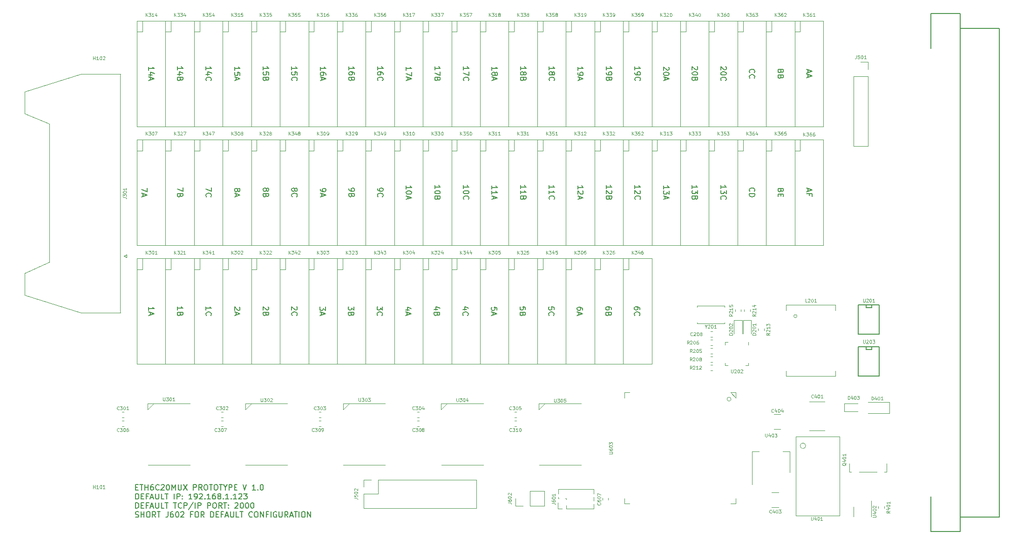
<source format=gbr>
G04 #@! TF.GenerationSoftware,KiCad,Pcbnew,5.1.4*
G04 #@! TF.CreationDate,2019-09-25T22:40:41+02:00*
G04 #@! TF.ProjectId,ETH6C20MUX,45544836-4332-4304-9d55-582e6b696361,rev?*
G04 #@! TF.SameCoordinates,Original*
G04 #@! TF.FileFunction,Legend,Top*
G04 #@! TF.FilePolarity,Positive*
%FSLAX46Y46*%
G04 Gerber Fmt 4.6, Leading zero omitted, Abs format (unit mm)*
G04 Created by KiCad (PCBNEW 5.1.4) date 2019-09-25 22:40:41*
%MOMM*%
%LPD*%
G04 APERTURE LIST*
%ADD10C,0.150000*%
%ADD11C,0.120000*%
%ADD12C,0.127000*%
G04 APERTURE END LIST*
D10*
X70185595Y-129025571D02*
X70518928Y-129025571D01*
X70661785Y-129549380D02*
X70185595Y-129549380D01*
X70185595Y-128549380D01*
X70661785Y-128549380D01*
X70947500Y-128549380D02*
X71518928Y-128549380D01*
X71233214Y-129549380D02*
X71233214Y-128549380D01*
X71852261Y-129549380D02*
X71852261Y-128549380D01*
X71852261Y-129025571D02*
X72423690Y-129025571D01*
X72423690Y-129549380D02*
X72423690Y-128549380D01*
X73328452Y-128549380D02*
X73137976Y-128549380D01*
X73042738Y-128597000D01*
X72995119Y-128644619D01*
X72899880Y-128787476D01*
X72852261Y-128977952D01*
X72852261Y-129358904D01*
X72899880Y-129454142D01*
X72947500Y-129501761D01*
X73042738Y-129549380D01*
X73233214Y-129549380D01*
X73328452Y-129501761D01*
X73376071Y-129454142D01*
X73423690Y-129358904D01*
X73423690Y-129120809D01*
X73376071Y-129025571D01*
X73328452Y-128977952D01*
X73233214Y-128930333D01*
X73042738Y-128930333D01*
X72947500Y-128977952D01*
X72899880Y-129025571D01*
X72852261Y-129120809D01*
X74423690Y-129454142D02*
X74376071Y-129501761D01*
X74233214Y-129549380D01*
X74137976Y-129549380D01*
X73995119Y-129501761D01*
X73899880Y-129406523D01*
X73852261Y-129311285D01*
X73804642Y-129120809D01*
X73804642Y-128977952D01*
X73852261Y-128787476D01*
X73899880Y-128692238D01*
X73995119Y-128597000D01*
X74137976Y-128549380D01*
X74233214Y-128549380D01*
X74376071Y-128597000D01*
X74423690Y-128644619D01*
X74804642Y-128644619D02*
X74852261Y-128597000D01*
X74947500Y-128549380D01*
X75185595Y-128549380D01*
X75280833Y-128597000D01*
X75328452Y-128644619D01*
X75376071Y-128739857D01*
X75376071Y-128835095D01*
X75328452Y-128977952D01*
X74757023Y-129549380D01*
X75376071Y-129549380D01*
X75995119Y-128549380D02*
X76090357Y-128549380D01*
X76185595Y-128597000D01*
X76233214Y-128644619D01*
X76280833Y-128739857D01*
X76328452Y-128930333D01*
X76328452Y-129168428D01*
X76280833Y-129358904D01*
X76233214Y-129454142D01*
X76185595Y-129501761D01*
X76090357Y-129549380D01*
X75995119Y-129549380D01*
X75899880Y-129501761D01*
X75852261Y-129454142D01*
X75804642Y-129358904D01*
X75757023Y-129168428D01*
X75757023Y-128930333D01*
X75804642Y-128739857D01*
X75852261Y-128644619D01*
X75899880Y-128597000D01*
X75995119Y-128549380D01*
X76757023Y-129549380D02*
X76757023Y-128549380D01*
X77090357Y-129263666D01*
X77423690Y-128549380D01*
X77423690Y-129549380D01*
X77899880Y-128549380D02*
X77899880Y-129358904D01*
X77947500Y-129454142D01*
X77995119Y-129501761D01*
X78090357Y-129549380D01*
X78280833Y-129549380D01*
X78376071Y-129501761D01*
X78423690Y-129454142D01*
X78471309Y-129358904D01*
X78471309Y-128549380D01*
X78852261Y-128549380D02*
X79518928Y-129549380D01*
X79518928Y-128549380D02*
X78852261Y-129549380D01*
X80661785Y-129549380D02*
X80661785Y-128549380D01*
X81042738Y-128549380D01*
X81137976Y-128597000D01*
X81185595Y-128644619D01*
X81233214Y-128739857D01*
X81233214Y-128882714D01*
X81185595Y-128977952D01*
X81137976Y-129025571D01*
X81042738Y-129073190D01*
X80661785Y-129073190D01*
X82233214Y-129549380D02*
X81899880Y-129073190D01*
X81661785Y-129549380D02*
X81661785Y-128549380D01*
X82042738Y-128549380D01*
X82137976Y-128597000D01*
X82185595Y-128644619D01*
X82233214Y-128739857D01*
X82233214Y-128882714D01*
X82185595Y-128977952D01*
X82137976Y-129025571D01*
X82042738Y-129073190D01*
X81661785Y-129073190D01*
X82852261Y-128549380D02*
X83042738Y-128549380D01*
X83137976Y-128597000D01*
X83233214Y-128692238D01*
X83280833Y-128882714D01*
X83280833Y-129216047D01*
X83233214Y-129406523D01*
X83137976Y-129501761D01*
X83042738Y-129549380D01*
X82852261Y-129549380D01*
X82757023Y-129501761D01*
X82661785Y-129406523D01*
X82614166Y-129216047D01*
X82614166Y-128882714D01*
X82661785Y-128692238D01*
X82757023Y-128597000D01*
X82852261Y-128549380D01*
X83566547Y-128549380D02*
X84137976Y-128549380D01*
X83852261Y-129549380D02*
X83852261Y-128549380D01*
X84661785Y-128549380D02*
X84852261Y-128549380D01*
X84947500Y-128597000D01*
X85042738Y-128692238D01*
X85090357Y-128882714D01*
X85090357Y-129216047D01*
X85042738Y-129406523D01*
X84947500Y-129501761D01*
X84852261Y-129549380D01*
X84661785Y-129549380D01*
X84566547Y-129501761D01*
X84471309Y-129406523D01*
X84423690Y-129216047D01*
X84423690Y-128882714D01*
X84471309Y-128692238D01*
X84566547Y-128597000D01*
X84661785Y-128549380D01*
X85376071Y-128549380D02*
X85947500Y-128549380D01*
X85661785Y-129549380D02*
X85661785Y-128549380D01*
X86471309Y-129073190D02*
X86471309Y-129549380D01*
X86137976Y-128549380D02*
X86471309Y-129073190D01*
X86804642Y-128549380D01*
X87137976Y-129549380D02*
X87137976Y-128549380D01*
X87518928Y-128549380D01*
X87614166Y-128597000D01*
X87661785Y-128644619D01*
X87709404Y-128739857D01*
X87709404Y-128882714D01*
X87661785Y-128977952D01*
X87614166Y-129025571D01*
X87518928Y-129073190D01*
X87137976Y-129073190D01*
X88137976Y-129025571D02*
X88471309Y-129025571D01*
X88614166Y-129549380D02*
X88137976Y-129549380D01*
X88137976Y-128549380D01*
X88614166Y-128549380D01*
X89661785Y-128549380D02*
X89995119Y-129549380D01*
X90328452Y-128549380D01*
X91947500Y-129549380D02*
X91376071Y-129549380D01*
X91661785Y-129549380D02*
X91661785Y-128549380D01*
X91566547Y-128692238D01*
X91471309Y-128787476D01*
X91376071Y-128835095D01*
X92376071Y-129454142D02*
X92423690Y-129501761D01*
X92376071Y-129549380D01*
X92328452Y-129501761D01*
X92376071Y-129454142D01*
X92376071Y-129549380D01*
X93042738Y-128549380D02*
X93137976Y-128549380D01*
X93233214Y-128597000D01*
X93280833Y-128644619D01*
X93328452Y-128739857D01*
X93376071Y-128930333D01*
X93376071Y-129168428D01*
X93328452Y-129358904D01*
X93280833Y-129454142D01*
X93233214Y-129501761D01*
X93137976Y-129549380D01*
X93042738Y-129549380D01*
X92947500Y-129501761D01*
X92899880Y-129454142D01*
X92852261Y-129358904D01*
X92804642Y-129168428D01*
X92804642Y-128930333D01*
X92852261Y-128739857D01*
X92899880Y-128644619D01*
X92947500Y-128597000D01*
X93042738Y-128549380D01*
X70185595Y-131199380D02*
X70185595Y-130199380D01*
X70423690Y-130199380D01*
X70566547Y-130247000D01*
X70661785Y-130342238D01*
X70709404Y-130437476D01*
X70757023Y-130627952D01*
X70757023Y-130770809D01*
X70709404Y-130961285D01*
X70661785Y-131056523D01*
X70566547Y-131151761D01*
X70423690Y-131199380D01*
X70185595Y-131199380D01*
X71185595Y-130675571D02*
X71518928Y-130675571D01*
X71661785Y-131199380D02*
X71185595Y-131199380D01*
X71185595Y-130199380D01*
X71661785Y-130199380D01*
X72423690Y-130675571D02*
X72090357Y-130675571D01*
X72090357Y-131199380D02*
X72090357Y-130199380D01*
X72566547Y-130199380D01*
X72899880Y-130913666D02*
X73376071Y-130913666D01*
X72804642Y-131199380D02*
X73137976Y-130199380D01*
X73471309Y-131199380D01*
X73804642Y-130199380D02*
X73804642Y-131008904D01*
X73852261Y-131104142D01*
X73899880Y-131151761D01*
X73995119Y-131199380D01*
X74185595Y-131199380D01*
X74280833Y-131151761D01*
X74328452Y-131104142D01*
X74376071Y-131008904D01*
X74376071Y-130199380D01*
X75328452Y-131199380D02*
X74852261Y-131199380D01*
X74852261Y-130199380D01*
X75518928Y-130199380D02*
X76090357Y-130199380D01*
X75804642Y-131199380D02*
X75804642Y-130199380D01*
X77185595Y-131199380D02*
X77185595Y-130199380D01*
X77661785Y-131199380D02*
X77661785Y-130199380D01*
X78042738Y-130199380D01*
X78137976Y-130247000D01*
X78185595Y-130294619D01*
X78233214Y-130389857D01*
X78233214Y-130532714D01*
X78185595Y-130627952D01*
X78137976Y-130675571D01*
X78042738Y-130723190D01*
X77661785Y-130723190D01*
X78661785Y-131104142D02*
X78709404Y-131151761D01*
X78661785Y-131199380D01*
X78614166Y-131151761D01*
X78661785Y-131104142D01*
X78661785Y-131199380D01*
X78661785Y-130580333D02*
X78709404Y-130627952D01*
X78661785Y-130675571D01*
X78614166Y-130627952D01*
X78661785Y-130580333D01*
X78661785Y-130675571D01*
X80423690Y-131199380D02*
X79852261Y-131199380D01*
X80137976Y-131199380D02*
X80137976Y-130199380D01*
X80042738Y-130342238D01*
X79947500Y-130437476D01*
X79852261Y-130485095D01*
X80899880Y-131199380D02*
X81090357Y-131199380D01*
X81185595Y-131151761D01*
X81233214Y-131104142D01*
X81328452Y-130961285D01*
X81376071Y-130770809D01*
X81376071Y-130389857D01*
X81328452Y-130294619D01*
X81280833Y-130247000D01*
X81185595Y-130199380D01*
X80995119Y-130199380D01*
X80899880Y-130247000D01*
X80852261Y-130294619D01*
X80804642Y-130389857D01*
X80804642Y-130627952D01*
X80852261Y-130723190D01*
X80899880Y-130770809D01*
X80995119Y-130818428D01*
X81185595Y-130818428D01*
X81280833Y-130770809D01*
X81328452Y-130723190D01*
X81376071Y-130627952D01*
X81757023Y-130294619D02*
X81804642Y-130247000D01*
X81899880Y-130199380D01*
X82137976Y-130199380D01*
X82233214Y-130247000D01*
X82280833Y-130294619D01*
X82328452Y-130389857D01*
X82328452Y-130485095D01*
X82280833Y-130627952D01*
X81709404Y-131199380D01*
X82328452Y-131199380D01*
X82757023Y-131104142D02*
X82804642Y-131151761D01*
X82757023Y-131199380D01*
X82709404Y-131151761D01*
X82757023Y-131104142D01*
X82757023Y-131199380D01*
X83757023Y-131199380D02*
X83185595Y-131199380D01*
X83471309Y-131199380D02*
X83471309Y-130199380D01*
X83376071Y-130342238D01*
X83280833Y-130437476D01*
X83185595Y-130485095D01*
X84614166Y-130199380D02*
X84423690Y-130199380D01*
X84328452Y-130247000D01*
X84280833Y-130294619D01*
X84185595Y-130437476D01*
X84137976Y-130627952D01*
X84137976Y-131008904D01*
X84185595Y-131104142D01*
X84233214Y-131151761D01*
X84328452Y-131199380D01*
X84518928Y-131199380D01*
X84614166Y-131151761D01*
X84661785Y-131104142D01*
X84709404Y-131008904D01*
X84709404Y-130770809D01*
X84661785Y-130675571D01*
X84614166Y-130627952D01*
X84518928Y-130580333D01*
X84328452Y-130580333D01*
X84233214Y-130627952D01*
X84185595Y-130675571D01*
X84137976Y-130770809D01*
X85280833Y-130627952D02*
X85185595Y-130580333D01*
X85137976Y-130532714D01*
X85090357Y-130437476D01*
X85090357Y-130389857D01*
X85137976Y-130294619D01*
X85185595Y-130247000D01*
X85280833Y-130199380D01*
X85471309Y-130199380D01*
X85566547Y-130247000D01*
X85614166Y-130294619D01*
X85661785Y-130389857D01*
X85661785Y-130437476D01*
X85614166Y-130532714D01*
X85566547Y-130580333D01*
X85471309Y-130627952D01*
X85280833Y-130627952D01*
X85185595Y-130675571D01*
X85137976Y-130723190D01*
X85090357Y-130818428D01*
X85090357Y-131008904D01*
X85137976Y-131104142D01*
X85185595Y-131151761D01*
X85280833Y-131199380D01*
X85471309Y-131199380D01*
X85566547Y-131151761D01*
X85614166Y-131104142D01*
X85661785Y-131008904D01*
X85661785Y-130818428D01*
X85614166Y-130723190D01*
X85566547Y-130675571D01*
X85471309Y-130627952D01*
X86090357Y-131104142D02*
X86137976Y-131151761D01*
X86090357Y-131199380D01*
X86042738Y-131151761D01*
X86090357Y-131104142D01*
X86090357Y-131199380D01*
X87090357Y-131199380D02*
X86518928Y-131199380D01*
X86804642Y-131199380D02*
X86804642Y-130199380D01*
X86709404Y-130342238D01*
X86614166Y-130437476D01*
X86518928Y-130485095D01*
X87518928Y-131104142D02*
X87566547Y-131151761D01*
X87518928Y-131199380D01*
X87471309Y-131151761D01*
X87518928Y-131104142D01*
X87518928Y-131199380D01*
X88518928Y-131199380D02*
X87947500Y-131199380D01*
X88233214Y-131199380D02*
X88233214Y-130199380D01*
X88137976Y-130342238D01*
X88042738Y-130437476D01*
X87947500Y-130485095D01*
X88899880Y-130294619D02*
X88947500Y-130247000D01*
X89042738Y-130199380D01*
X89280833Y-130199380D01*
X89376071Y-130247000D01*
X89423690Y-130294619D01*
X89471309Y-130389857D01*
X89471309Y-130485095D01*
X89423690Y-130627952D01*
X88852261Y-131199380D01*
X89471309Y-131199380D01*
X89804642Y-130199380D02*
X90423690Y-130199380D01*
X90090357Y-130580333D01*
X90233214Y-130580333D01*
X90328452Y-130627952D01*
X90376071Y-130675571D01*
X90423690Y-130770809D01*
X90423690Y-131008904D01*
X90376071Y-131104142D01*
X90328452Y-131151761D01*
X90233214Y-131199380D01*
X89947500Y-131199380D01*
X89852261Y-131151761D01*
X89804642Y-131104142D01*
X70185595Y-132849380D02*
X70185595Y-131849380D01*
X70423690Y-131849380D01*
X70566547Y-131897000D01*
X70661785Y-131992238D01*
X70709404Y-132087476D01*
X70757023Y-132277952D01*
X70757023Y-132420809D01*
X70709404Y-132611285D01*
X70661785Y-132706523D01*
X70566547Y-132801761D01*
X70423690Y-132849380D01*
X70185595Y-132849380D01*
X71185595Y-132325571D02*
X71518928Y-132325571D01*
X71661785Y-132849380D02*
X71185595Y-132849380D01*
X71185595Y-131849380D01*
X71661785Y-131849380D01*
X72423690Y-132325571D02*
X72090357Y-132325571D01*
X72090357Y-132849380D02*
X72090357Y-131849380D01*
X72566547Y-131849380D01*
X72899880Y-132563666D02*
X73376071Y-132563666D01*
X72804642Y-132849380D02*
X73137976Y-131849380D01*
X73471309Y-132849380D01*
X73804642Y-131849380D02*
X73804642Y-132658904D01*
X73852261Y-132754142D01*
X73899880Y-132801761D01*
X73995119Y-132849380D01*
X74185595Y-132849380D01*
X74280833Y-132801761D01*
X74328452Y-132754142D01*
X74376071Y-132658904D01*
X74376071Y-131849380D01*
X75328452Y-132849380D02*
X74852261Y-132849380D01*
X74852261Y-131849380D01*
X75518928Y-131849380D02*
X76090357Y-131849380D01*
X75804642Y-132849380D02*
X75804642Y-131849380D01*
X77042738Y-131849380D02*
X77614166Y-131849380D01*
X77328452Y-132849380D02*
X77328452Y-131849380D01*
X78518928Y-132754142D02*
X78471309Y-132801761D01*
X78328452Y-132849380D01*
X78233214Y-132849380D01*
X78090357Y-132801761D01*
X77995119Y-132706523D01*
X77947500Y-132611285D01*
X77899880Y-132420809D01*
X77899880Y-132277952D01*
X77947500Y-132087476D01*
X77995119Y-131992238D01*
X78090357Y-131897000D01*
X78233214Y-131849380D01*
X78328452Y-131849380D01*
X78471309Y-131897000D01*
X78518928Y-131944619D01*
X78947500Y-132849380D02*
X78947500Y-131849380D01*
X79328452Y-131849380D01*
X79423690Y-131897000D01*
X79471309Y-131944619D01*
X79518928Y-132039857D01*
X79518928Y-132182714D01*
X79471309Y-132277952D01*
X79423690Y-132325571D01*
X79328452Y-132373190D01*
X78947500Y-132373190D01*
X80661785Y-131801761D02*
X79804642Y-133087476D01*
X80995119Y-132849380D02*
X80995119Y-131849380D01*
X81471309Y-132849380D02*
X81471309Y-131849380D01*
X81852261Y-131849380D01*
X81947500Y-131897000D01*
X81995119Y-131944619D01*
X82042738Y-132039857D01*
X82042738Y-132182714D01*
X81995119Y-132277952D01*
X81947500Y-132325571D01*
X81852261Y-132373190D01*
X81471309Y-132373190D01*
X83233214Y-132849380D02*
X83233214Y-131849380D01*
X83614166Y-131849380D01*
X83709404Y-131897000D01*
X83757023Y-131944619D01*
X83804642Y-132039857D01*
X83804642Y-132182714D01*
X83757023Y-132277952D01*
X83709404Y-132325571D01*
X83614166Y-132373190D01*
X83233214Y-132373190D01*
X84423690Y-131849380D02*
X84614166Y-131849380D01*
X84709404Y-131897000D01*
X84804642Y-131992238D01*
X84852261Y-132182714D01*
X84852261Y-132516047D01*
X84804642Y-132706523D01*
X84709404Y-132801761D01*
X84614166Y-132849380D01*
X84423690Y-132849380D01*
X84328452Y-132801761D01*
X84233214Y-132706523D01*
X84185595Y-132516047D01*
X84185595Y-132182714D01*
X84233214Y-131992238D01*
X84328452Y-131897000D01*
X84423690Y-131849380D01*
X85852261Y-132849380D02*
X85518928Y-132373190D01*
X85280833Y-132849380D02*
X85280833Y-131849380D01*
X85661785Y-131849380D01*
X85757023Y-131897000D01*
X85804642Y-131944619D01*
X85852261Y-132039857D01*
X85852261Y-132182714D01*
X85804642Y-132277952D01*
X85757023Y-132325571D01*
X85661785Y-132373190D01*
X85280833Y-132373190D01*
X86137976Y-131849380D02*
X86709404Y-131849380D01*
X86423690Y-132849380D02*
X86423690Y-131849380D01*
X87042738Y-132754142D02*
X87090357Y-132801761D01*
X87042738Y-132849380D01*
X86995119Y-132801761D01*
X87042738Y-132754142D01*
X87042738Y-132849380D01*
X87042738Y-132230333D02*
X87090357Y-132277952D01*
X87042738Y-132325571D01*
X86995119Y-132277952D01*
X87042738Y-132230333D01*
X87042738Y-132325571D01*
X88233214Y-131944619D02*
X88280833Y-131897000D01*
X88376071Y-131849380D01*
X88614166Y-131849380D01*
X88709404Y-131897000D01*
X88757023Y-131944619D01*
X88804642Y-132039857D01*
X88804642Y-132135095D01*
X88757023Y-132277952D01*
X88185595Y-132849380D01*
X88804642Y-132849380D01*
X89423690Y-131849380D02*
X89518928Y-131849380D01*
X89614166Y-131897000D01*
X89661785Y-131944619D01*
X89709404Y-132039857D01*
X89757023Y-132230333D01*
X89757023Y-132468428D01*
X89709404Y-132658904D01*
X89661785Y-132754142D01*
X89614166Y-132801761D01*
X89518928Y-132849380D01*
X89423690Y-132849380D01*
X89328452Y-132801761D01*
X89280833Y-132754142D01*
X89233214Y-132658904D01*
X89185595Y-132468428D01*
X89185595Y-132230333D01*
X89233214Y-132039857D01*
X89280833Y-131944619D01*
X89328452Y-131897000D01*
X89423690Y-131849380D01*
X90376071Y-131849380D02*
X90471309Y-131849380D01*
X90566547Y-131897000D01*
X90614166Y-131944619D01*
X90661785Y-132039857D01*
X90709404Y-132230333D01*
X90709404Y-132468428D01*
X90661785Y-132658904D01*
X90614166Y-132754142D01*
X90566547Y-132801761D01*
X90471309Y-132849380D01*
X90376071Y-132849380D01*
X90280833Y-132801761D01*
X90233214Y-132754142D01*
X90185595Y-132658904D01*
X90137976Y-132468428D01*
X90137976Y-132230333D01*
X90185595Y-132039857D01*
X90233214Y-131944619D01*
X90280833Y-131897000D01*
X90376071Y-131849380D01*
X91328452Y-131849380D02*
X91423690Y-131849380D01*
X91518928Y-131897000D01*
X91566547Y-131944619D01*
X91614166Y-132039857D01*
X91661785Y-132230333D01*
X91661785Y-132468428D01*
X91614166Y-132658904D01*
X91566547Y-132754142D01*
X91518928Y-132801761D01*
X91423690Y-132849380D01*
X91328452Y-132849380D01*
X91233214Y-132801761D01*
X91185595Y-132754142D01*
X91137976Y-132658904D01*
X91090357Y-132468428D01*
X91090357Y-132230333D01*
X91137976Y-132039857D01*
X91185595Y-131944619D01*
X91233214Y-131897000D01*
X91328452Y-131849380D01*
X70137976Y-134451761D02*
X70280833Y-134499380D01*
X70518928Y-134499380D01*
X70614166Y-134451761D01*
X70661785Y-134404142D01*
X70709404Y-134308904D01*
X70709404Y-134213666D01*
X70661785Y-134118428D01*
X70614166Y-134070809D01*
X70518928Y-134023190D01*
X70328452Y-133975571D01*
X70233214Y-133927952D01*
X70185595Y-133880333D01*
X70137976Y-133785095D01*
X70137976Y-133689857D01*
X70185595Y-133594619D01*
X70233214Y-133547000D01*
X70328452Y-133499380D01*
X70566547Y-133499380D01*
X70709404Y-133547000D01*
X71137976Y-134499380D02*
X71137976Y-133499380D01*
X71137976Y-133975571D02*
X71709404Y-133975571D01*
X71709404Y-134499380D02*
X71709404Y-133499380D01*
X72376071Y-133499380D02*
X72566547Y-133499380D01*
X72661785Y-133547000D01*
X72757023Y-133642238D01*
X72804642Y-133832714D01*
X72804642Y-134166047D01*
X72757023Y-134356523D01*
X72661785Y-134451761D01*
X72566547Y-134499380D01*
X72376071Y-134499380D01*
X72280833Y-134451761D01*
X72185595Y-134356523D01*
X72137976Y-134166047D01*
X72137976Y-133832714D01*
X72185595Y-133642238D01*
X72280833Y-133547000D01*
X72376071Y-133499380D01*
X73804642Y-134499380D02*
X73471309Y-134023190D01*
X73233214Y-134499380D02*
X73233214Y-133499380D01*
X73614166Y-133499380D01*
X73709404Y-133547000D01*
X73757023Y-133594619D01*
X73804642Y-133689857D01*
X73804642Y-133832714D01*
X73757023Y-133927952D01*
X73709404Y-133975571D01*
X73614166Y-134023190D01*
X73233214Y-134023190D01*
X74090357Y-133499380D02*
X74661785Y-133499380D01*
X74376071Y-134499380D02*
X74376071Y-133499380D01*
X76042738Y-133499380D02*
X76042738Y-134213666D01*
X75995119Y-134356523D01*
X75899880Y-134451761D01*
X75757023Y-134499380D01*
X75661785Y-134499380D01*
X76947500Y-133499380D02*
X76757023Y-133499380D01*
X76661785Y-133547000D01*
X76614166Y-133594619D01*
X76518928Y-133737476D01*
X76471309Y-133927952D01*
X76471309Y-134308904D01*
X76518928Y-134404142D01*
X76566547Y-134451761D01*
X76661785Y-134499380D01*
X76852261Y-134499380D01*
X76947500Y-134451761D01*
X76995119Y-134404142D01*
X77042738Y-134308904D01*
X77042738Y-134070809D01*
X76995119Y-133975571D01*
X76947500Y-133927952D01*
X76852261Y-133880333D01*
X76661785Y-133880333D01*
X76566547Y-133927952D01*
X76518928Y-133975571D01*
X76471309Y-134070809D01*
X77661785Y-133499380D02*
X77757023Y-133499380D01*
X77852261Y-133547000D01*
X77899880Y-133594619D01*
X77947500Y-133689857D01*
X77995119Y-133880333D01*
X77995119Y-134118428D01*
X77947500Y-134308904D01*
X77899880Y-134404142D01*
X77852261Y-134451761D01*
X77757023Y-134499380D01*
X77661785Y-134499380D01*
X77566547Y-134451761D01*
X77518928Y-134404142D01*
X77471309Y-134308904D01*
X77423690Y-134118428D01*
X77423690Y-133880333D01*
X77471309Y-133689857D01*
X77518928Y-133594619D01*
X77566547Y-133547000D01*
X77661785Y-133499380D01*
X78376071Y-133594619D02*
X78423690Y-133547000D01*
X78518928Y-133499380D01*
X78757023Y-133499380D01*
X78852261Y-133547000D01*
X78899880Y-133594619D01*
X78947500Y-133689857D01*
X78947500Y-133785095D01*
X78899880Y-133927952D01*
X78328452Y-134499380D01*
X78947500Y-134499380D01*
X80471309Y-133975571D02*
X80137976Y-133975571D01*
X80137976Y-134499380D02*
X80137976Y-133499380D01*
X80614166Y-133499380D01*
X81185595Y-133499380D02*
X81376071Y-133499380D01*
X81471309Y-133547000D01*
X81566547Y-133642238D01*
X81614166Y-133832714D01*
X81614166Y-134166047D01*
X81566547Y-134356523D01*
X81471309Y-134451761D01*
X81376071Y-134499380D01*
X81185595Y-134499380D01*
X81090357Y-134451761D01*
X80995119Y-134356523D01*
X80947500Y-134166047D01*
X80947500Y-133832714D01*
X80995119Y-133642238D01*
X81090357Y-133547000D01*
X81185595Y-133499380D01*
X82614166Y-134499380D02*
X82280833Y-134023190D01*
X82042738Y-134499380D02*
X82042738Y-133499380D01*
X82423690Y-133499380D01*
X82518928Y-133547000D01*
X82566547Y-133594619D01*
X82614166Y-133689857D01*
X82614166Y-133832714D01*
X82566547Y-133927952D01*
X82518928Y-133975571D01*
X82423690Y-134023190D01*
X82042738Y-134023190D01*
X83804642Y-134499380D02*
X83804642Y-133499380D01*
X84042738Y-133499380D01*
X84185595Y-133547000D01*
X84280833Y-133642238D01*
X84328452Y-133737476D01*
X84376071Y-133927952D01*
X84376071Y-134070809D01*
X84328452Y-134261285D01*
X84280833Y-134356523D01*
X84185595Y-134451761D01*
X84042738Y-134499380D01*
X83804642Y-134499380D01*
X84804642Y-133975571D02*
X85137976Y-133975571D01*
X85280833Y-134499380D02*
X84804642Y-134499380D01*
X84804642Y-133499380D01*
X85280833Y-133499380D01*
X86042738Y-133975571D02*
X85709404Y-133975571D01*
X85709404Y-134499380D02*
X85709404Y-133499380D01*
X86185595Y-133499380D01*
X86518928Y-134213666D02*
X86995119Y-134213666D01*
X86423690Y-134499380D02*
X86757023Y-133499380D01*
X87090357Y-134499380D01*
X87423690Y-133499380D02*
X87423690Y-134308904D01*
X87471309Y-134404142D01*
X87518928Y-134451761D01*
X87614166Y-134499380D01*
X87804642Y-134499380D01*
X87899880Y-134451761D01*
X87947500Y-134404142D01*
X87995119Y-134308904D01*
X87995119Y-133499380D01*
X88947500Y-134499380D02*
X88471309Y-134499380D01*
X88471309Y-133499380D01*
X89137976Y-133499380D02*
X89709404Y-133499380D01*
X89423690Y-134499380D02*
X89423690Y-133499380D01*
X91376071Y-134404142D02*
X91328452Y-134451761D01*
X91185595Y-134499380D01*
X91090357Y-134499380D01*
X90947500Y-134451761D01*
X90852261Y-134356523D01*
X90804642Y-134261285D01*
X90757023Y-134070809D01*
X90757023Y-133927952D01*
X90804642Y-133737476D01*
X90852261Y-133642238D01*
X90947500Y-133547000D01*
X91090357Y-133499380D01*
X91185595Y-133499380D01*
X91328452Y-133547000D01*
X91376071Y-133594619D01*
X91995119Y-133499380D02*
X92185595Y-133499380D01*
X92280833Y-133547000D01*
X92376071Y-133642238D01*
X92423690Y-133832714D01*
X92423690Y-134166047D01*
X92376071Y-134356523D01*
X92280833Y-134451761D01*
X92185595Y-134499380D01*
X91995119Y-134499380D01*
X91899880Y-134451761D01*
X91804642Y-134356523D01*
X91757023Y-134166047D01*
X91757023Y-133832714D01*
X91804642Y-133642238D01*
X91899880Y-133547000D01*
X91995119Y-133499380D01*
X92852261Y-134499380D02*
X92852261Y-133499380D01*
X93423690Y-134499380D01*
X93423690Y-133499380D01*
X94233214Y-133975571D02*
X93899880Y-133975571D01*
X93899880Y-134499380D02*
X93899880Y-133499380D01*
X94376071Y-133499380D01*
X94757023Y-134499380D02*
X94757023Y-133499380D01*
X95757023Y-133547000D02*
X95661785Y-133499380D01*
X95518928Y-133499380D01*
X95376071Y-133547000D01*
X95280833Y-133642238D01*
X95233214Y-133737476D01*
X95185595Y-133927952D01*
X95185595Y-134070809D01*
X95233214Y-134261285D01*
X95280833Y-134356523D01*
X95376071Y-134451761D01*
X95518928Y-134499380D01*
X95614166Y-134499380D01*
X95757023Y-134451761D01*
X95804642Y-134404142D01*
X95804642Y-134070809D01*
X95614166Y-134070809D01*
X96233214Y-133499380D02*
X96233214Y-134308904D01*
X96280833Y-134404142D01*
X96328452Y-134451761D01*
X96423690Y-134499380D01*
X96614166Y-134499380D01*
X96709404Y-134451761D01*
X96757023Y-134404142D01*
X96804642Y-134308904D01*
X96804642Y-133499380D01*
X97852261Y-134499380D02*
X97518928Y-134023190D01*
X97280833Y-134499380D02*
X97280833Y-133499380D01*
X97661785Y-133499380D01*
X97757023Y-133547000D01*
X97804642Y-133594619D01*
X97852261Y-133689857D01*
X97852261Y-133832714D01*
X97804642Y-133927952D01*
X97757023Y-133975571D01*
X97661785Y-134023190D01*
X97280833Y-134023190D01*
X98233214Y-134213666D02*
X98709404Y-134213666D01*
X98137976Y-134499380D02*
X98471309Y-133499380D01*
X98804642Y-134499380D01*
X98995119Y-133499380D02*
X99566547Y-133499380D01*
X99280833Y-134499380D02*
X99280833Y-133499380D01*
X99899880Y-134499380D02*
X99899880Y-133499380D01*
X100566547Y-133499380D02*
X100757023Y-133499380D01*
X100852261Y-133547000D01*
X100947500Y-133642238D01*
X100995119Y-133832714D01*
X100995119Y-134166047D01*
X100947500Y-134356523D01*
X100852261Y-134451761D01*
X100757023Y-134499380D01*
X100566547Y-134499380D01*
X100471309Y-134451761D01*
X100376071Y-134356523D01*
X100328452Y-134166047D01*
X100328452Y-133832714D01*
X100376071Y-133642238D01*
X100471309Y-133547000D01*
X100566547Y-133499380D01*
X101423690Y-134499380D02*
X101423690Y-133499380D01*
X101995119Y-134499380D01*
X101995119Y-133499380D01*
X72547619Y-96857142D02*
X72547619Y-96285714D01*
X72547619Y-96571428D02*
X73547619Y-96571428D01*
X73404761Y-96476190D01*
X73309523Y-96380952D01*
X73261904Y-96285714D01*
X72833333Y-97238095D02*
X72833333Y-97714285D01*
X72547619Y-97142857D02*
X73547619Y-97476190D01*
X72547619Y-97809523D01*
X77747619Y-96785714D02*
X77747619Y-96214285D01*
X77747619Y-96500000D02*
X78747619Y-96500000D01*
X78604761Y-96404761D01*
X78509523Y-96309523D01*
X78461904Y-96214285D01*
X78271428Y-97547619D02*
X78223809Y-97690476D01*
X78176190Y-97738095D01*
X78080952Y-97785714D01*
X77938095Y-97785714D01*
X77842857Y-97738095D01*
X77795238Y-97690476D01*
X77747619Y-97595238D01*
X77747619Y-97214285D01*
X78747619Y-97214285D01*
X78747619Y-97547619D01*
X78700000Y-97642857D01*
X78652380Y-97690476D01*
X78557142Y-97738095D01*
X78461904Y-97738095D01*
X78366666Y-97690476D01*
X78319047Y-97642857D01*
X78271428Y-97547619D01*
X78271428Y-97214285D01*
X82947619Y-96785714D02*
X82947619Y-96214285D01*
X82947619Y-96500000D02*
X83947619Y-96500000D01*
X83804761Y-96404761D01*
X83709523Y-96309523D01*
X83661904Y-96214285D01*
X83042857Y-97785714D02*
X82995238Y-97738095D01*
X82947619Y-97595238D01*
X82947619Y-97500000D01*
X82995238Y-97357142D01*
X83090476Y-97261904D01*
X83185714Y-97214285D01*
X83376190Y-97166666D01*
X83519047Y-97166666D01*
X83709523Y-97214285D01*
X83804761Y-97261904D01*
X83900000Y-97357142D01*
X83947619Y-97500000D01*
X83947619Y-97595238D01*
X83900000Y-97738095D01*
X83852380Y-97785714D01*
X89052380Y-96285714D02*
X89100000Y-96333333D01*
X89147619Y-96428571D01*
X89147619Y-96666666D01*
X89100000Y-96761904D01*
X89052380Y-96809523D01*
X88957142Y-96857142D01*
X88861904Y-96857142D01*
X88719047Y-96809523D01*
X88147619Y-96238095D01*
X88147619Y-96857142D01*
X88433333Y-97238095D02*
X88433333Y-97714285D01*
X88147619Y-97142857D02*
X89147619Y-97476190D01*
X88147619Y-97809523D01*
X94252380Y-96214285D02*
X94300000Y-96261904D01*
X94347619Y-96357142D01*
X94347619Y-96595238D01*
X94300000Y-96690476D01*
X94252380Y-96738095D01*
X94157142Y-96785714D01*
X94061904Y-96785714D01*
X93919047Y-96738095D01*
X93347619Y-96166666D01*
X93347619Y-96785714D01*
X93871428Y-97547619D02*
X93823809Y-97690476D01*
X93776190Y-97738095D01*
X93680952Y-97785714D01*
X93538095Y-97785714D01*
X93442857Y-97738095D01*
X93395238Y-97690476D01*
X93347619Y-97595238D01*
X93347619Y-97214285D01*
X94347619Y-97214285D01*
X94347619Y-97547619D01*
X94300000Y-97642857D01*
X94252380Y-97690476D01*
X94157142Y-97738095D01*
X94061904Y-97738095D01*
X93966666Y-97690476D01*
X93919047Y-97642857D01*
X93871428Y-97547619D01*
X93871428Y-97214285D01*
X99452380Y-96214285D02*
X99500000Y-96261904D01*
X99547619Y-96357142D01*
X99547619Y-96595238D01*
X99500000Y-96690476D01*
X99452380Y-96738095D01*
X99357142Y-96785714D01*
X99261904Y-96785714D01*
X99119047Y-96738095D01*
X98547619Y-96166666D01*
X98547619Y-96785714D01*
X98642857Y-97785714D02*
X98595238Y-97738095D01*
X98547619Y-97595238D01*
X98547619Y-97500000D01*
X98595238Y-97357142D01*
X98690476Y-97261904D01*
X98785714Y-97214285D01*
X98976190Y-97166666D01*
X99119047Y-97166666D01*
X99309523Y-97214285D01*
X99404761Y-97261904D01*
X99500000Y-97357142D01*
X99547619Y-97500000D01*
X99547619Y-97595238D01*
X99500000Y-97738095D01*
X99452380Y-97785714D01*
X104647619Y-96238095D02*
X104647619Y-96857142D01*
X104266666Y-96523809D01*
X104266666Y-96666666D01*
X104219047Y-96761904D01*
X104171428Y-96809523D01*
X104076190Y-96857142D01*
X103838095Y-96857142D01*
X103742857Y-96809523D01*
X103695238Y-96761904D01*
X103647619Y-96666666D01*
X103647619Y-96380952D01*
X103695238Y-96285714D01*
X103742857Y-96238095D01*
X103933333Y-97238095D02*
X103933333Y-97714285D01*
X103647619Y-97142857D02*
X104647619Y-97476190D01*
X103647619Y-97809523D01*
X109847619Y-96166666D02*
X109847619Y-96785714D01*
X109466666Y-96452380D01*
X109466666Y-96595238D01*
X109419047Y-96690476D01*
X109371428Y-96738095D01*
X109276190Y-96785714D01*
X109038095Y-96785714D01*
X108942857Y-96738095D01*
X108895238Y-96690476D01*
X108847619Y-96595238D01*
X108847619Y-96309523D01*
X108895238Y-96214285D01*
X108942857Y-96166666D01*
X109371428Y-97547619D02*
X109323809Y-97690476D01*
X109276190Y-97738095D01*
X109180952Y-97785714D01*
X109038095Y-97785714D01*
X108942857Y-97738095D01*
X108895238Y-97690476D01*
X108847619Y-97595238D01*
X108847619Y-97214285D01*
X109847619Y-97214285D01*
X109847619Y-97547619D01*
X109800000Y-97642857D01*
X109752380Y-97690476D01*
X109657142Y-97738095D01*
X109561904Y-97738095D01*
X109466666Y-97690476D01*
X109419047Y-97642857D01*
X109371428Y-97547619D01*
X109371428Y-97214285D01*
X115047619Y-96166666D02*
X115047619Y-96785714D01*
X114666666Y-96452380D01*
X114666666Y-96595238D01*
X114619047Y-96690476D01*
X114571428Y-96738095D01*
X114476190Y-96785714D01*
X114238095Y-96785714D01*
X114142857Y-96738095D01*
X114095238Y-96690476D01*
X114047619Y-96595238D01*
X114047619Y-96309523D01*
X114095238Y-96214285D01*
X114142857Y-96166666D01*
X114142857Y-97785714D02*
X114095238Y-97738095D01*
X114047619Y-97595238D01*
X114047619Y-97500000D01*
X114095238Y-97357142D01*
X114190476Y-97261904D01*
X114285714Y-97214285D01*
X114476190Y-97166666D01*
X114619047Y-97166666D01*
X114809523Y-97214285D01*
X114904761Y-97261904D01*
X115000000Y-97357142D01*
X115047619Y-97500000D01*
X115047619Y-97595238D01*
X115000000Y-97738095D01*
X114952380Y-97785714D01*
X119914285Y-96761904D02*
X119247619Y-96761904D01*
X120295238Y-96523809D02*
X119580952Y-96285714D01*
X119580952Y-96904761D01*
X119533333Y-97238095D02*
X119533333Y-97714285D01*
X119247619Y-97142857D02*
X120247619Y-97476190D01*
X119247619Y-97809523D01*
X125114285Y-96690476D02*
X124447619Y-96690476D01*
X125495238Y-96452380D02*
X124780952Y-96214285D01*
X124780952Y-96833333D01*
X124971428Y-97547619D02*
X124923809Y-97690476D01*
X124876190Y-97738095D01*
X124780952Y-97785714D01*
X124638095Y-97785714D01*
X124542857Y-97738095D01*
X124495238Y-97690476D01*
X124447619Y-97595238D01*
X124447619Y-97214285D01*
X125447619Y-97214285D01*
X125447619Y-97547619D01*
X125400000Y-97642857D01*
X125352380Y-97690476D01*
X125257142Y-97738095D01*
X125161904Y-97738095D01*
X125066666Y-97690476D01*
X125019047Y-97642857D01*
X124971428Y-97547619D01*
X124971428Y-97214285D01*
X130314285Y-96690476D02*
X129647619Y-96690476D01*
X130695238Y-96452380D02*
X129980952Y-96214285D01*
X129980952Y-96833333D01*
X129742857Y-97785714D02*
X129695238Y-97738095D01*
X129647619Y-97595238D01*
X129647619Y-97500000D01*
X129695238Y-97357142D01*
X129790476Y-97261904D01*
X129885714Y-97214285D01*
X130076190Y-97166666D01*
X130219047Y-97166666D01*
X130409523Y-97214285D01*
X130504761Y-97261904D01*
X130600000Y-97357142D01*
X130647619Y-97500000D01*
X130647619Y-97595238D01*
X130600000Y-97738095D01*
X130552380Y-97785714D01*
X135847619Y-96809523D02*
X135847619Y-96333333D01*
X135371428Y-96285714D01*
X135419047Y-96333333D01*
X135466666Y-96428571D01*
X135466666Y-96666666D01*
X135419047Y-96761904D01*
X135371428Y-96809523D01*
X135276190Y-96857142D01*
X135038095Y-96857142D01*
X134942857Y-96809523D01*
X134895238Y-96761904D01*
X134847619Y-96666666D01*
X134847619Y-96428571D01*
X134895238Y-96333333D01*
X134942857Y-96285714D01*
X135133333Y-97238095D02*
X135133333Y-97714285D01*
X134847619Y-97142857D02*
X135847619Y-97476190D01*
X134847619Y-97809523D01*
X141047619Y-96738095D02*
X141047619Y-96261904D01*
X140571428Y-96214285D01*
X140619047Y-96261904D01*
X140666666Y-96357142D01*
X140666666Y-96595238D01*
X140619047Y-96690476D01*
X140571428Y-96738095D01*
X140476190Y-96785714D01*
X140238095Y-96785714D01*
X140142857Y-96738095D01*
X140095238Y-96690476D01*
X140047619Y-96595238D01*
X140047619Y-96357142D01*
X140095238Y-96261904D01*
X140142857Y-96214285D01*
X140571428Y-97547619D02*
X140523809Y-97690476D01*
X140476190Y-97738095D01*
X140380952Y-97785714D01*
X140238095Y-97785714D01*
X140142857Y-97738095D01*
X140095238Y-97690476D01*
X140047619Y-97595238D01*
X140047619Y-97214285D01*
X141047619Y-97214285D01*
X141047619Y-97547619D01*
X141000000Y-97642857D01*
X140952380Y-97690476D01*
X140857142Y-97738095D01*
X140761904Y-97738095D01*
X140666666Y-97690476D01*
X140619047Y-97642857D01*
X140571428Y-97547619D01*
X140571428Y-97214285D01*
X146247619Y-96738095D02*
X146247619Y-96261904D01*
X145771428Y-96214285D01*
X145819047Y-96261904D01*
X145866666Y-96357142D01*
X145866666Y-96595238D01*
X145819047Y-96690476D01*
X145771428Y-96738095D01*
X145676190Y-96785714D01*
X145438095Y-96785714D01*
X145342857Y-96738095D01*
X145295238Y-96690476D01*
X145247619Y-96595238D01*
X145247619Y-96357142D01*
X145295238Y-96261904D01*
X145342857Y-96214285D01*
X145342857Y-97785714D02*
X145295238Y-97738095D01*
X145247619Y-97595238D01*
X145247619Y-97500000D01*
X145295238Y-97357142D01*
X145390476Y-97261904D01*
X145485714Y-97214285D01*
X145676190Y-97166666D01*
X145819047Y-97166666D01*
X146009523Y-97214285D01*
X146104761Y-97261904D01*
X146200000Y-97357142D01*
X146247619Y-97500000D01*
X146247619Y-97595238D01*
X146200000Y-97738095D01*
X146152380Y-97785714D01*
X151447619Y-96761904D02*
X151447619Y-96571428D01*
X151400000Y-96476190D01*
X151352380Y-96428571D01*
X151209523Y-96333333D01*
X151019047Y-96285714D01*
X150638095Y-96285714D01*
X150542857Y-96333333D01*
X150495238Y-96380952D01*
X150447619Y-96476190D01*
X150447619Y-96666666D01*
X150495238Y-96761904D01*
X150542857Y-96809523D01*
X150638095Y-96857142D01*
X150876190Y-96857142D01*
X150971428Y-96809523D01*
X151019047Y-96761904D01*
X151066666Y-96666666D01*
X151066666Y-96476190D01*
X151019047Y-96380952D01*
X150971428Y-96333333D01*
X150876190Y-96285714D01*
X150733333Y-97238095D02*
X150733333Y-97714285D01*
X150447619Y-97142857D02*
X151447619Y-97476190D01*
X150447619Y-97809523D01*
X156647619Y-96690476D02*
X156647619Y-96500000D01*
X156600000Y-96404761D01*
X156552380Y-96357142D01*
X156409523Y-96261904D01*
X156219047Y-96214285D01*
X155838095Y-96214285D01*
X155742857Y-96261904D01*
X155695238Y-96309523D01*
X155647619Y-96404761D01*
X155647619Y-96595238D01*
X155695238Y-96690476D01*
X155742857Y-96738095D01*
X155838095Y-96785714D01*
X156076190Y-96785714D01*
X156171428Y-96738095D01*
X156219047Y-96690476D01*
X156266666Y-96595238D01*
X156266666Y-96404761D01*
X156219047Y-96309523D01*
X156171428Y-96261904D01*
X156076190Y-96214285D01*
X156171428Y-97547619D02*
X156123809Y-97690476D01*
X156076190Y-97738095D01*
X155980952Y-97785714D01*
X155838095Y-97785714D01*
X155742857Y-97738095D01*
X155695238Y-97690476D01*
X155647619Y-97595238D01*
X155647619Y-97214285D01*
X156647619Y-97214285D01*
X156647619Y-97547619D01*
X156600000Y-97642857D01*
X156552380Y-97690476D01*
X156457142Y-97738095D01*
X156361904Y-97738095D01*
X156266666Y-97690476D01*
X156219047Y-97642857D01*
X156171428Y-97547619D01*
X156171428Y-97214285D01*
X161847619Y-96690476D02*
X161847619Y-96500000D01*
X161800000Y-96404761D01*
X161752380Y-96357142D01*
X161609523Y-96261904D01*
X161419047Y-96214285D01*
X161038095Y-96214285D01*
X160942857Y-96261904D01*
X160895238Y-96309523D01*
X160847619Y-96404761D01*
X160847619Y-96595238D01*
X160895238Y-96690476D01*
X160942857Y-96738095D01*
X161038095Y-96785714D01*
X161276190Y-96785714D01*
X161371428Y-96738095D01*
X161419047Y-96690476D01*
X161466666Y-96595238D01*
X161466666Y-96404761D01*
X161419047Y-96309523D01*
X161371428Y-96261904D01*
X161276190Y-96214285D01*
X160942857Y-97785714D02*
X160895238Y-97738095D01*
X160847619Y-97595238D01*
X160847619Y-97500000D01*
X160895238Y-97357142D01*
X160990476Y-97261904D01*
X161085714Y-97214285D01*
X161276190Y-97166666D01*
X161419047Y-97166666D01*
X161609523Y-97214285D01*
X161704761Y-97261904D01*
X161800000Y-97357142D01*
X161847619Y-97500000D01*
X161847619Y-97595238D01*
X161800000Y-97738095D01*
X161752380Y-97785714D01*
X72247619Y-74638095D02*
X72247619Y-75304761D01*
X71247619Y-74876190D01*
X71533333Y-75638095D02*
X71533333Y-76114285D01*
X71247619Y-75542857D02*
X72247619Y-75876190D01*
X71247619Y-76209523D01*
X78747619Y-74566666D02*
X78747619Y-75233333D01*
X77747619Y-74804761D01*
X78271428Y-75947619D02*
X78223809Y-76090476D01*
X78176190Y-76138095D01*
X78080952Y-76185714D01*
X77938095Y-76185714D01*
X77842857Y-76138095D01*
X77795238Y-76090476D01*
X77747619Y-75995238D01*
X77747619Y-75614285D01*
X78747619Y-75614285D01*
X78747619Y-75947619D01*
X78700000Y-76042857D01*
X78652380Y-76090476D01*
X78557142Y-76138095D01*
X78461904Y-76138095D01*
X78366666Y-76090476D01*
X78319047Y-76042857D01*
X78271428Y-75947619D01*
X78271428Y-75614285D01*
X83947619Y-74566666D02*
X83947619Y-75233333D01*
X82947619Y-74804761D01*
X83042857Y-76185714D02*
X82995238Y-76138095D01*
X82947619Y-75995238D01*
X82947619Y-75900000D01*
X82995238Y-75757142D01*
X83090476Y-75661904D01*
X83185714Y-75614285D01*
X83376190Y-75566666D01*
X83519047Y-75566666D01*
X83709523Y-75614285D01*
X83804761Y-75661904D01*
X83900000Y-75757142D01*
X83947619Y-75900000D01*
X83947619Y-75995238D01*
X83900000Y-76138095D01*
X83852380Y-76185714D01*
X88719047Y-74876190D02*
X88766666Y-74780952D01*
X88814285Y-74733333D01*
X88909523Y-74685714D01*
X88957142Y-74685714D01*
X89052380Y-74733333D01*
X89100000Y-74780952D01*
X89147619Y-74876190D01*
X89147619Y-75066666D01*
X89100000Y-75161904D01*
X89052380Y-75209523D01*
X88957142Y-75257142D01*
X88909523Y-75257142D01*
X88814285Y-75209523D01*
X88766666Y-75161904D01*
X88719047Y-75066666D01*
X88719047Y-74876190D01*
X88671428Y-74780952D01*
X88623809Y-74733333D01*
X88528571Y-74685714D01*
X88338095Y-74685714D01*
X88242857Y-74733333D01*
X88195238Y-74780952D01*
X88147619Y-74876190D01*
X88147619Y-75066666D01*
X88195238Y-75161904D01*
X88242857Y-75209523D01*
X88338095Y-75257142D01*
X88528571Y-75257142D01*
X88623809Y-75209523D01*
X88671428Y-75161904D01*
X88719047Y-75066666D01*
X88433333Y-75638095D02*
X88433333Y-76114285D01*
X88147619Y-75542857D02*
X89147619Y-75876190D01*
X88147619Y-76209523D01*
X93919047Y-74804761D02*
X93966666Y-74709523D01*
X94014285Y-74661904D01*
X94109523Y-74614285D01*
X94157142Y-74614285D01*
X94252380Y-74661904D01*
X94300000Y-74709523D01*
X94347619Y-74804761D01*
X94347619Y-74995238D01*
X94300000Y-75090476D01*
X94252380Y-75138095D01*
X94157142Y-75185714D01*
X94109523Y-75185714D01*
X94014285Y-75138095D01*
X93966666Y-75090476D01*
X93919047Y-74995238D01*
X93919047Y-74804761D01*
X93871428Y-74709523D01*
X93823809Y-74661904D01*
X93728571Y-74614285D01*
X93538095Y-74614285D01*
X93442857Y-74661904D01*
X93395238Y-74709523D01*
X93347619Y-74804761D01*
X93347619Y-74995238D01*
X93395238Y-75090476D01*
X93442857Y-75138095D01*
X93538095Y-75185714D01*
X93728571Y-75185714D01*
X93823809Y-75138095D01*
X93871428Y-75090476D01*
X93919047Y-74995238D01*
X93871428Y-75947619D02*
X93823809Y-76090476D01*
X93776190Y-76138095D01*
X93680952Y-76185714D01*
X93538095Y-76185714D01*
X93442857Y-76138095D01*
X93395238Y-76090476D01*
X93347619Y-75995238D01*
X93347619Y-75614285D01*
X94347619Y-75614285D01*
X94347619Y-75947619D01*
X94300000Y-76042857D01*
X94252380Y-76090476D01*
X94157142Y-76138095D01*
X94061904Y-76138095D01*
X93966666Y-76090476D01*
X93919047Y-76042857D01*
X93871428Y-75947619D01*
X93871428Y-75614285D01*
X99119047Y-74804761D02*
X99166666Y-74709523D01*
X99214285Y-74661904D01*
X99309523Y-74614285D01*
X99357142Y-74614285D01*
X99452380Y-74661904D01*
X99500000Y-74709523D01*
X99547619Y-74804761D01*
X99547619Y-74995238D01*
X99500000Y-75090476D01*
X99452380Y-75138095D01*
X99357142Y-75185714D01*
X99309523Y-75185714D01*
X99214285Y-75138095D01*
X99166666Y-75090476D01*
X99119047Y-74995238D01*
X99119047Y-74804761D01*
X99071428Y-74709523D01*
X99023809Y-74661904D01*
X98928571Y-74614285D01*
X98738095Y-74614285D01*
X98642857Y-74661904D01*
X98595238Y-74709523D01*
X98547619Y-74804761D01*
X98547619Y-74995238D01*
X98595238Y-75090476D01*
X98642857Y-75138095D01*
X98738095Y-75185714D01*
X98928571Y-75185714D01*
X99023809Y-75138095D01*
X99071428Y-75090476D01*
X99119047Y-74995238D01*
X98642857Y-76185714D02*
X98595238Y-76138095D01*
X98547619Y-75995238D01*
X98547619Y-75900000D01*
X98595238Y-75757142D01*
X98690476Y-75661904D01*
X98785714Y-75614285D01*
X98976190Y-75566666D01*
X99119047Y-75566666D01*
X99309523Y-75614285D01*
X99404761Y-75661904D01*
X99500000Y-75757142D01*
X99547619Y-75900000D01*
X99547619Y-75995238D01*
X99500000Y-76138095D01*
X99452380Y-76185714D01*
X103747619Y-74780952D02*
X103747619Y-74971428D01*
X103795238Y-75066666D01*
X103842857Y-75114285D01*
X103985714Y-75209523D01*
X104176190Y-75257142D01*
X104557142Y-75257142D01*
X104652380Y-75209523D01*
X104700000Y-75161904D01*
X104747619Y-75066666D01*
X104747619Y-74876190D01*
X104700000Y-74780952D01*
X104652380Y-74733333D01*
X104557142Y-74685714D01*
X104319047Y-74685714D01*
X104223809Y-74733333D01*
X104176190Y-74780952D01*
X104128571Y-74876190D01*
X104128571Y-75066666D01*
X104176190Y-75161904D01*
X104223809Y-75209523D01*
X104319047Y-75257142D01*
X104033333Y-75638095D02*
X104033333Y-76114285D01*
X103747619Y-75542857D02*
X104747619Y-75876190D01*
X103747619Y-76209523D01*
X108947619Y-74709523D02*
X108947619Y-74900000D01*
X108995238Y-74995238D01*
X109042857Y-75042857D01*
X109185714Y-75138095D01*
X109376190Y-75185714D01*
X109757142Y-75185714D01*
X109852380Y-75138095D01*
X109900000Y-75090476D01*
X109947619Y-74995238D01*
X109947619Y-74804761D01*
X109900000Y-74709523D01*
X109852380Y-74661904D01*
X109757142Y-74614285D01*
X109519047Y-74614285D01*
X109423809Y-74661904D01*
X109376190Y-74709523D01*
X109328571Y-74804761D01*
X109328571Y-74995238D01*
X109376190Y-75090476D01*
X109423809Y-75138095D01*
X109519047Y-75185714D01*
X109471428Y-75947619D02*
X109423809Y-76090476D01*
X109376190Y-76138095D01*
X109280952Y-76185714D01*
X109138095Y-76185714D01*
X109042857Y-76138095D01*
X108995238Y-76090476D01*
X108947619Y-75995238D01*
X108947619Y-75614285D01*
X109947619Y-75614285D01*
X109947619Y-75947619D01*
X109900000Y-76042857D01*
X109852380Y-76090476D01*
X109757142Y-76138095D01*
X109661904Y-76138095D01*
X109566666Y-76090476D01*
X109519047Y-76042857D01*
X109471428Y-75947619D01*
X109471428Y-75614285D01*
X114147619Y-74709523D02*
X114147619Y-74900000D01*
X114195238Y-74995238D01*
X114242857Y-75042857D01*
X114385714Y-75138095D01*
X114576190Y-75185714D01*
X114957142Y-75185714D01*
X115052380Y-75138095D01*
X115100000Y-75090476D01*
X115147619Y-74995238D01*
X115147619Y-74804761D01*
X115100000Y-74709523D01*
X115052380Y-74661904D01*
X114957142Y-74614285D01*
X114719047Y-74614285D01*
X114623809Y-74661904D01*
X114576190Y-74709523D01*
X114528571Y-74804761D01*
X114528571Y-74995238D01*
X114576190Y-75090476D01*
X114623809Y-75138095D01*
X114719047Y-75185714D01*
X114242857Y-76185714D02*
X114195238Y-76138095D01*
X114147619Y-75995238D01*
X114147619Y-75900000D01*
X114195238Y-75757142D01*
X114290476Y-75661904D01*
X114385714Y-75614285D01*
X114576190Y-75566666D01*
X114719047Y-75566666D01*
X114909523Y-75614285D01*
X115004761Y-75661904D01*
X115100000Y-75757142D01*
X115147619Y-75900000D01*
X115147619Y-75995238D01*
X115100000Y-76138095D01*
X115052380Y-76185714D01*
X119347619Y-74780952D02*
X119347619Y-74209523D01*
X119347619Y-74495238D02*
X120347619Y-74495238D01*
X120204761Y-74400000D01*
X120109523Y-74304761D01*
X120061904Y-74209523D01*
X120347619Y-75400000D02*
X120347619Y-75495238D01*
X120300000Y-75590476D01*
X120252380Y-75638095D01*
X120157142Y-75685714D01*
X119966666Y-75733333D01*
X119728571Y-75733333D01*
X119538095Y-75685714D01*
X119442857Y-75638095D01*
X119395238Y-75590476D01*
X119347619Y-75495238D01*
X119347619Y-75400000D01*
X119395238Y-75304761D01*
X119442857Y-75257142D01*
X119538095Y-75209523D01*
X119728571Y-75161904D01*
X119966666Y-75161904D01*
X120157142Y-75209523D01*
X120252380Y-75257142D01*
X120300000Y-75304761D01*
X120347619Y-75400000D01*
X119633333Y-76114285D02*
X119633333Y-76590476D01*
X119347619Y-76019047D02*
X120347619Y-76352380D01*
X119347619Y-76685714D01*
X124547619Y-74709523D02*
X124547619Y-74138095D01*
X124547619Y-74423809D02*
X125547619Y-74423809D01*
X125404761Y-74328571D01*
X125309523Y-74233333D01*
X125261904Y-74138095D01*
X125547619Y-75328571D02*
X125547619Y-75423809D01*
X125500000Y-75519047D01*
X125452380Y-75566666D01*
X125357142Y-75614285D01*
X125166666Y-75661904D01*
X124928571Y-75661904D01*
X124738095Y-75614285D01*
X124642857Y-75566666D01*
X124595238Y-75519047D01*
X124547619Y-75423809D01*
X124547619Y-75328571D01*
X124595238Y-75233333D01*
X124642857Y-75185714D01*
X124738095Y-75138095D01*
X124928571Y-75090476D01*
X125166666Y-75090476D01*
X125357142Y-75138095D01*
X125452380Y-75185714D01*
X125500000Y-75233333D01*
X125547619Y-75328571D01*
X125071428Y-76423809D02*
X125023809Y-76566666D01*
X124976190Y-76614285D01*
X124880952Y-76661904D01*
X124738095Y-76661904D01*
X124642857Y-76614285D01*
X124595238Y-76566666D01*
X124547619Y-76471428D01*
X124547619Y-76090476D01*
X125547619Y-76090476D01*
X125547619Y-76423809D01*
X125500000Y-76519047D01*
X125452380Y-76566666D01*
X125357142Y-76614285D01*
X125261904Y-76614285D01*
X125166666Y-76566666D01*
X125119047Y-76519047D01*
X125071428Y-76423809D01*
X125071428Y-76090476D01*
X129747619Y-74709523D02*
X129747619Y-74138095D01*
X129747619Y-74423809D02*
X130747619Y-74423809D01*
X130604761Y-74328571D01*
X130509523Y-74233333D01*
X130461904Y-74138095D01*
X130747619Y-75328571D02*
X130747619Y-75423809D01*
X130700000Y-75519047D01*
X130652380Y-75566666D01*
X130557142Y-75614285D01*
X130366666Y-75661904D01*
X130128571Y-75661904D01*
X129938095Y-75614285D01*
X129842857Y-75566666D01*
X129795238Y-75519047D01*
X129747619Y-75423809D01*
X129747619Y-75328571D01*
X129795238Y-75233333D01*
X129842857Y-75185714D01*
X129938095Y-75138095D01*
X130128571Y-75090476D01*
X130366666Y-75090476D01*
X130557142Y-75138095D01*
X130652380Y-75185714D01*
X130700000Y-75233333D01*
X130747619Y-75328571D01*
X129842857Y-76661904D02*
X129795238Y-76614285D01*
X129747619Y-76471428D01*
X129747619Y-76376190D01*
X129795238Y-76233333D01*
X129890476Y-76138095D01*
X129985714Y-76090476D01*
X130176190Y-76042857D01*
X130319047Y-76042857D01*
X130509523Y-76090476D01*
X130604761Y-76138095D01*
X130700000Y-76233333D01*
X130747619Y-76376190D01*
X130747619Y-76471428D01*
X130700000Y-76614285D01*
X130652380Y-76661904D01*
X134947619Y-74780952D02*
X134947619Y-74209523D01*
X134947619Y-74495238D02*
X135947619Y-74495238D01*
X135804761Y-74400000D01*
X135709523Y-74304761D01*
X135661904Y-74209523D01*
X134947619Y-75733333D02*
X134947619Y-75161904D01*
X134947619Y-75447619D02*
X135947619Y-75447619D01*
X135804761Y-75352380D01*
X135709523Y-75257142D01*
X135661904Y-75161904D01*
X135233333Y-76114285D02*
X135233333Y-76590476D01*
X134947619Y-76019047D02*
X135947619Y-76352380D01*
X134947619Y-76685714D01*
X140147619Y-74709523D02*
X140147619Y-74138095D01*
X140147619Y-74423809D02*
X141147619Y-74423809D01*
X141004761Y-74328571D01*
X140909523Y-74233333D01*
X140861904Y-74138095D01*
X140147619Y-75661904D02*
X140147619Y-75090476D01*
X140147619Y-75376190D02*
X141147619Y-75376190D01*
X141004761Y-75280952D01*
X140909523Y-75185714D01*
X140861904Y-75090476D01*
X140671428Y-76423809D02*
X140623809Y-76566666D01*
X140576190Y-76614285D01*
X140480952Y-76661904D01*
X140338095Y-76661904D01*
X140242857Y-76614285D01*
X140195238Y-76566666D01*
X140147619Y-76471428D01*
X140147619Y-76090476D01*
X141147619Y-76090476D01*
X141147619Y-76423809D01*
X141100000Y-76519047D01*
X141052380Y-76566666D01*
X140957142Y-76614285D01*
X140861904Y-76614285D01*
X140766666Y-76566666D01*
X140719047Y-76519047D01*
X140671428Y-76423809D01*
X140671428Y-76090476D01*
X145347619Y-74709523D02*
X145347619Y-74138095D01*
X145347619Y-74423809D02*
X146347619Y-74423809D01*
X146204761Y-74328571D01*
X146109523Y-74233333D01*
X146061904Y-74138095D01*
X145347619Y-75661904D02*
X145347619Y-75090476D01*
X145347619Y-75376190D02*
X146347619Y-75376190D01*
X146204761Y-75280952D01*
X146109523Y-75185714D01*
X146061904Y-75090476D01*
X145442857Y-76661904D02*
X145395238Y-76614285D01*
X145347619Y-76471428D01*
X145347619Y-76376190D01*
X145395238Y-76233333D01*
X145490476Y-76138095D01*
X145585714Y-76090476D01*
X145776190Y-76042857D01*
X145919047Y-76042857D01*
X146109523Y-76090476D01*
X146204761Y-76138095D01*
X146300000Y-76233333D01*
X146347619Y-76376190D01*
X146347619Y-76471428D01*
X146300000Y-76614285D01*
X146252380Y-76661904D01*
X150547619Y-74780952D02*
X150547619Y-74209523D01*
X150547619Y-74495238D02*
X151547619Y-74495238D01*
X151404761Y-74400000D01*
X151309523Y-74304761D01*
X151261904Y-74209523D01*
X151452380Y-75161904D02*
X151500000Y-75209523D01*
X151547619Y-75304761D01*
X151547619Y-75542857D01*
X151500000Y-75638095D01*
X151452380Y-75685714D01*
X151357142Y-75733333D01*
X151261904Y-75733333D01*
X151119047Y-75685714D01*
X150547619Y-75114285D01*
X150547619Y-75733333D01*
X150833333Y-76114285D02*
X150833333Y-76590476D01*
X150547619Y-76019047D02*
X151547619Y-76352380D01*
X150547619Y-76685714D01*
X155747619Y-74709523D02*
X155747619Y-74138095D01*
X155747619Y-74423809D02*
X156747619Y-74423809D01*
X156604761Y-74328571D01*
X156509523Y-74233333D01*
X156461904Y-74138095D01*
X156652380Y-75090476D02*
X156700000Y-75138095D01*
X156747619Y-75233333D01*
X156747619Y-75471428D01*
X156700000Y-75566666D01*
X156652380Y-75614285D01*
X156557142Y-75661904D01*
X156461904Y-75661904D01*
X156319047Y-75614285D01*
X155747619Y-75042857D01*
X155747619Y-75661904D01*
X156271428Y-76423809D02*
X156223809Y-76566666D01*
X156176190Y-76614285D01*
X156080952Y-76661904D01*
X155938095Y-76661904D01*
X155842857Y-76614285D01*
X155795238Y-76566666D01*
X155747619Y-76471428D01*
X155747619Y-76090476D01*
X156747619Y-76090476D01*
X156747619Y-76423809D01*
X156700000Y-76519047D01*
X156652380Y-76566666D01*
X156557142Y-76614285D01*
X156461904Y-76614285D01*
X156366666Y-76566666D01*
X156319047Y-76519047D01*
X156271428Y-76423809D01*
X156271428Y-76090476D01*
X160947619Y-74709523D02*
X160947619Y-74138095D01*
X160947619Y-74423809D02*
X161947619Y-74423809D01*
X161804761Y-74328571D01*
X161709523Y-74233333D01*
X161661904Y-74138095D01*
X161852380Y-75090476D02*
X161900000Y-75138095D01*
X161947619Y-75233333D01*
X161947619Y-75471428D01*
X161900000Y-75566666D01*
X161852380Y-75614285D01*
X161757142Y-75661904D01*
X161661904Y-75661904D01*
X161519047Y-75614285D01*
X160947619Y-75042857D01*
X160947619Y-75661904D01*
X161042857Y-76661904D02*
X160995238Y-76614285D01*
X160947619Y-76471428D01*
X160947619Y-76376190D01*
X160995238Y-76233333D01*
X161090476Y-76138095D01*
X161185714Y-76090476D01*
X161376190Y-76042857D01*
X161519047Y-76042857D01*
X161709523Y-76090476D01*
X161804761Y-76138095D01*
X161900000Y-76233333D01*
X161947619Y-76376190D01*
X161947619Y-76471428D01*
X161900000Y-76614285D01*
X161852380Y-76661904D01*
X166147619Y-74780952D02*
X166147619Y-74209523D01*
X166147619Y-74495238D02*
X167147619Y-74495238D01*
X167004761Y-74400000D01*
X166909523Y-74304761D01*
X166861904Y-74209523D01*
X167147619Y-75114285D02*
X167147619Y-75733333D01*
X166766666Y-75400000D01*
X166766666Y-75542857D01*
X166719047Y-75638095D01*
X166671428Y-75685714D01*
X166576190Y-75733333D01*
X166338095Y-75733333D01*
X166242857Y-75685714D01*
X166195238Y-75638095D01*
X166147619Y-75542857D01*
X166147619Y-75257142D01*
X166195238Y-75161904D01*
X166242857Y-75114285D01*
X166433333Y-76114285D02*
X166433333Y-76590476D01*
X166147619Y-76019047D02*
X167147619Y-76352380D01*
X166147619Y-76685714D01*
X171347619Y-74709523D02*
X171347619Y-74138095D01*
X171347619Y-74423809D02*
X172347619Y-74423809D01*
X172204761Y-74328571D01*
X172109523Y-74233333D01*
X172061904Y-74138095D01*
X172347619Y-75042857D02*
X172347619Y-75661904D01*
X171966666Y-75328571D01*
X171966666Y-75471428D01*
X171919047Y-75566666D01*
X171871428Y-75614285D01*
X171776190Y-75661904D01*
X171538095Y-75661904D01*
X171442857Y-75614285D01*
X171395238Y-75566666D01*
X171347619Y-75471428D01*
X171347619Y-75185714D01*
X171395238Y-75090476D01*
X171442857Y-75042857D01*
X171871428Y-76423809D02*
X171823809Y-76566666D01*
X171776190Y-76614285D01*
X171680952Y-76661904D01*
X171538095Y-76661904D01*
X171442857Y-76614285D01*
X171395238Y-76566666D01*
X171347619Y-76471428D01*
X171347619Y-76090476D01*
X172347619Y-76090476D01*
X172347619Y-76423809D01*
X172300000Y-76519047D01*
X172252380Y-76566666D01*
X172157142Y-76614285D01*
X172061904Y-76614285D01*
X171966666Y-76566666D01*
X171919047Y-76519047D01*
X171871428Y-76423809D01*
X171871428Y-76090476D01*
X176547619Y-74709523D02*
X176547619Y-74138095D01*
X176547619Y-74423809D02*
X177547619Y-74423809D01*
X177404761Y-74328571D01*
X177309523Y-74233333D01*
X177261904Y-74138095D01*
X177547619Y-75042857D02*
X177547619Y-75661904D01*
X177166666Y-75328571D01*
X177166666Y-75471428D01*
X177119047Y-75566666D01*
X177071428Y-75614285D01*
X176976190Y-75661904D01*
X176738095Y-75661904D01*
X176642857Y-75614285D01*
X176595238Y-75566666D01*
X176547619Y-75471428D01*
X176547619Y-75185714D01*
X176595238Y-75090476D01*
X176642857Y-75042857D01*
X176642857Y-76661904D02*
X176595238Y-76614285D01*
X176547619Y-76471428D01*
X176547619Y-76376190D01*
X176595238Y-76233333D01*
X176690476Y-76138095D01*
X176785714Y-76090476D01*
X176976190Y-76042857D01*
X177119047Y-76042857D01*
X177309523Y-76090476D01*
X177404761Y-76138095D01*
X177500000Y-76233333D01*
X177547619Y-76376190D01*
X177547619Y-76471428D01*
X177500000Y-76614285D01*
X177452380Y-76661904D01*
X181842857Y-75209523D02*
X181795238Y-75161904D01*
X181747619Y-75019047D01*
X181747619Y-74923809D01*
X181795238Y-74780952D01*
X181890476Y-74685714D01*
X181985714Y-74638095D01*
X182176190Y-74590476D01*
X182319047Y-74590476D01*
X182509523Y-74638095D01*
X182604761Y-74685714D01*
X182700000Y-74780952D01*
X182747619Y-74923809D01*
X182747619Y-75019047D01*
X182700000Y-75161904D01*
X182652380Y-75209523D01*
X181747619Y-75638095D02*
X182747619Y-75638095D01*
X182747619Y-75876190D01*
X182700000Y-76019047D01*
X182604761Y-76114285D01*
X182509523Y-76161904D01*
X182319047Y-76209523D01*
X182176190Y-76209523D01*
X181985714Y-76161904D01*
X181890476Y-76114285D01*
X181795238Y-76019047D01*
X181747619Y-75876190D01*
X181747619Y-75638095D01*
X187471428Y-75019047D02*
X187423809Y-75161904D01*
X187376190Y-75209523D01*
X187280952Y-75257142D01*
X187138095Y-75257142D01*
X187042857Y-75209523D01*
X186995238Y-75161904D01*
X186947619Y-75066666D01*
X186947619Y-74685714D01*
X187947619Y-74685714D01*
X187947619Y-75019047D01*
X187900000Y-75114285D01*
X187852380Y-75161904D01*
X187757142Y-75209523D01*
X187661904Y-75209523D01*
X187566666Y-75161904D01*
X187519047Y-75114285D01*
X187471428Y-75019047D01*
X187471428Y-74685714D01*
X187471428Y-75685714D02*
X187471428Y-76019047D01*
X186947619Y-76161904D02*
X186947619Y-75685714D01*
X187947619Y-75685714D01*
X187947619Y-76161904D01*
X192433333Y-74733333D02*
X192433333Y-75209523D01*
X192147619Y-74638095D02*
X193147619Y-74971428D01*
X192147619Y-75304761D01*
X192671428Y-75971428D02*
X192671428Y-75638095D01*
X192147619Y-75638095D02*
X193147619Y-75638095D01*
X193147619Y-76114285D01*
X72547619Y-53180952D02*
X72547619Y-52609523D01*
X72547619Y-52895238D02*
X73547619Y-52895238D01*
X73404761Y-52800000D01*
X73309523Y-52704761D01*
X73261904Y-52609523D01*
X73214285Y-54038095D02*
X72547619Y-54038095D01*
X73595238Y-53800000D02*
X72880952Y-53561904D01*
X72880952Y-54180952D01*
X72833333Y-54514285D02*
X72833333Y-54990476D01*
X72547619Y-54419047D02*
X73547619Y-54752380D01*
X72547619Y-55085714D01*
X77747619Y-53109523D02*
X77747619Y-52538095D01*
X77747619Y-52823809D02*
X78747619Y-52823809D01*
X78604761Y-52728571D01*
X78509523Y-52633333D01*
X78461904Y-52538095D01*
X78414285Y-53966666D02*
X77747619Y-53966666D01*
X78795238Y-53728571D02*
X78080952Y-53490476D01*
X78080952Y-54109523D01*
X78271428Y-54823809D02*
X78223809Y-54966666D01*
X78176190Y-55014285D01*
X78080952Y-55061904D01*
X77938095Y-55061904D01*
X77842857Y-55014285D01*
X77795238Y-54966666D01*
X77747619Y-54871428D01*
X77747619Y-54490476D01*
X78747619Y-54490476D01*
X78747619Y-54823809D01*
X78700000Y-54919047D01*
X78652380Y-54966666D01*
X78557142Y-55014285D01*
X78461904Y-55014285D01*
X78366666Y-54966666D01*
X78319047Y-54919047D01*
X78271428Y-54823809D01*
X78271428Y-54490476D01*
X82947619Y-53109523D02*
X82947619Y-52538095D01*
X82947619Y-52823809D02*
X83947619Y-52823809D01*
X83804761Y-52728571D01*
X83709523Y-52633333D01*
X83661904Y-52538095D01*
X83614285Y-53966666D02*
X82947619Y-53966666D01*
X83995238Y-53728571D02*
X83280952Y-53490476D01*
X83280952Y-54109523D01*
X83042857Y-55061904D02*
X82995238Y-55014285D01*
X82947619Y-54871428D01*
X82947619Y-54776190D01*
X82995238Y-54633333D01*
X83090476Y-54538095D01*
X83185714Y-54490476D01*
X83376190Y-54442857D01*
X83519047Y-54442857D01*
X83709523Y-54490476D01*
X83804761Y-54538095D01*
X83900000Y-54633333D01*
X83947619Y-54776190D01*
X83947619Y-54871428D01*
X83900000Y-55014285D01*
X83852380Y-55061904D01*
X88147619Y-53180952D02*
X88147619Y-52609523D01*
X88147619Y-52895238D02*
X89147619Y-52895238D01*
X89004761Y-52800000D01*
X88909523Y-52704761D01*
X88861904Y-52609523D01*
X89147619Y-54085714D02*
X89147619Y-53609523D01*
X88671428Y-53561904D01*
X88719047Y-53609523D01*
X88766666Y-53704761D01*
X88766666Y-53942857D01*
X88719047Y-54038095D01*
X88671428Y-54085714D01*
X88576190Y-54133333D01*
X88338095Y-54133333D01*
X88242857Y-54085714D01*
X88195238Y-54038095D01*
X88147619Y-53942857D01*
X88147619Y-53704761D01*
X88195238Y-53609523D01*
X88242857Y-53561904D01*
X88433333Y-54514285D02*
X88433333Y-54990476D01*
X88147619Y-54419047D02*
X89147619Y-54752380D01*
X88147619Y-55085714D01*
X93347619Y-53109523D02*
X93347619Y-52538095D01*
X93347619Y-52823809D02*
X94347619Y-52823809D01*
X94204761Y-52728571D01*
X94109523Y-52633333D01*
X94061904Y-52538095D01*
X94347619Y-54014285D02*
X94347619Y-53538095D01*
X93871428Y-53490476D01*
X93919047Y-53538095D01*
X93966666Y-53633333D01*
X93966666Y-53871428D01*
X93919047Y-53966666D01*
X93871428Y-54014285D01*
X93776190Y-54061904D01*
X93538095Y-54061904D01*
X93442857Y-54014285D01*
X93395238Y-53966666D01*
X93347619Y-53871428D01*
X93347619Y-53633333D01*
X93395238Y-53538095D01*
X93442857Y-53490476D01*
X93871428Y-54823809D02*
X93823809Y-54966666D01*
X93776190Y-55014285D01*
X93680952Y-55061904D01*
X93538095Y-55061904D01*
X93442857Y-55014285D01*
X93395238Y-54966666D01*
X93347619Y-54871428D01*
X93347619Y-54490476D01*
X94347619Y-54490476D01*
X94347619Y-54823809D01*
X94300000Y-54919047D01*
X94252380Y-54966666D01*
X94157142Y-55014285D01*
X94061904Y-55014285D01*
X93966666Y-54966666D01*
X93919047Y-54919047D01*
X93871428Y-54823809D01*
X93871428Y-54490476D01*
X98547619Y-53109523D02*
X98547619Y-52538095D01*
X98547619Y-52823809D02*
X99547619Y-52823809D01*
X99404761Y-52728571D01*
X99309523Y-52633333D01*
X99261904Y-52538095D01*
X99547619Y-54014285D02*
X99547619Y-53538095D01*
X99071428Y-53490476D01*
X99119047Y-53538095D01*
X99166666Y-53633333D01*
X99166666Y-53871428D01*
X99119047Y-53966666D01*
X99071428Y-54014285D01*
X98976190Y-54061904D01*
X98738095Y-54061904D01*
X98642857Y-54014285D01*
X98595238Y-53966666D01*
X98547619Y-53871428D01*
X98547619Y-53633333D01*
X98595238Y-53538095D01*
X98642857Y-53490476D01*
X98642857Y-55061904D02*
X98595238Y-55014285D01*
X98547619Y-54871428D01*
X98547619Y-54776190D01*
X98595238Y-54633333D01*
X98690476Y-54538095D01*
X98785714Y-54490476D01*
X98976190Y-54442857D01*
X99119047Y-54442857D01*
X99309523Y-54490476D01*
X99404761Y-54538095D01*
X99500000Y-54633333D01*
X99547619Y-54776190D01*
X99547619Y-54871428D01*
X99500000Y-55014285D01*
X99452380Y-55061904D01*
X103747619Y-53180952D02*
X103747619Y-52609523D01*
X103747619Y-52895238D02*
X104747619Y-52895238D01*
X104604761Y-52800000D01*
X104509523Y-52704761D01*
X104461904Y-52609523D01*
X104747619Y-54038095D02*
X104747619Y-53847619D01*
X104700000Y-53752380D01*
X104652380Y-53704761D01*
X104509523Y-53609523D01*
X104319047Y-53561904D01*
X103938095Y-53561904D01*
X103842857Y-53609523D01*
X103795238Y-53657142D01*
X103747619Y-53752380D01*
X103747619Y-53942857D01*
X103795238Y-54038095D01*
X103842857Y-54085714D01*
X103938095Y-54133333D01*
X104176190Y-54133333D01*
X104271428Y-54085714D01*
X104319047Y-54038095D01*
X104366666Y-53942857D01*
X104366666Y-53752380D01*
X104319047Y-53657142D01*
X104271428Y-53609523D01*
X104176190Y-53561904D01*
X104033333Y-54514285D02*
X104033333Y-54990476D01*
X103747619Y-54419047D02*
X104747619Y-54752380D01*
X103747619Y-55085714D01*
X108947619Y-53109523D02*
X108947619Y-52538095D01*
X108947619Y-52823809D02*
X109947619Y-52823809D01*
X109804761Y-52728571D01*
X109709523Y-52633333D01*
X109661904Y-52538095D01*
X109947619Y-53966666D02*
X109947619Y-53776190D01*
X109900000Y-53680952D01*
X109852380Y-53633333D01*
X109709523Y-53538095D01*
X109519047Y-53490476D01*
X109138095Y-53490476D01*
X109042857Y-53538095D01*
X108995238Y-53585714D01*
X108947619Y-53680952D01*
X108947619Y-53871428D01*
X108995238Y-53966666D01*
X109042857Y-54014285D01*
X109138095Y-54061904D01*
X109376190Y-54061904D01*
X109471428Y-54014285D01*
X109519047Y-53966666D01*
X109566666Y-53871428D01*
X109566666Y-53680952D01*
X109519047Y-53585714D01*
X109471428Y-53538095D01*
X109376190Y-53490476D01*
X109471428Y-54823809D02*
X109423809Y-54966666D01*
X109376190Y-55014285D01*
X109280952Y-55061904D01*
X109138095Y-55061904D01*
X109042857Y-55014285D01*
X108995238Y-54966666D01*
X108947619Y-54871428D01*
X108947619Y-54490476D01*
X109947619Y-54490476D01*
X109947619Y-54823809D01*
X109900000Y-54919047D01*
X109852380Y-54966666D01*
X109757142Y-55014285D01*
X109661904Y-55014285D01*
X109566666Y-54966666D01*
X109519047Y-54919047D01*
X109471428Y-54823809D01*
X109471428Y-54490476D01*
X114147619Y-53109523D02*
X114147619Y-52538095D01*
X114147619Y-52823809D02*
X115147619Y-52823809D01*
X115004761Y-52728571D01*
X114909523Y-52633333D01*
X114861904Y-52538095D01*
X115147619Y-53966666D02*
X115147619Y-53776190D01*
X115100000Y-53680952D01*
X115052380Y-53633333D01*
X114909523Y-53538095D01*
X114719047Y-53490476D01*
X114338095Y-53490476D01*
X114242857Y-53538095D01*
X114195238Y-53585714D01*
X114147619Y-53680952D01*
X114147619Y-53871428D01*
X114195238Y-53966666D01*
X114242857Y-54014285D01*
X114338095Y-54061904D01*
X114576190Y-54061904D01*
X114671428Y-54014285D01*
X114719047Y-53966666D01*
X114766666Y-53871428D01*
X114766666Y-53680952D01*
X114719047Y-53585714D01*
X114671428Y-53538095D01*
X114576190Y-53490476D01*
X114242857Y-55061904D02*
X114195238Y-55014285D01*
X114147619Y-54871428D01*
X114147619Y-54776190D01*
X114195238Y-54633333D01*
X114290476Y-54538095D01*
X114385714Y-54490476D01*
X114576190Y-54442857D01*
X114719047Y-54442857D01*
X114909523Y-54490476D01*
X115004761Y-54538095D01*
X115100000Y-54633333D01*
X115147619Y-54776190D01*
X115147619Y-54871428D01*
X115100000Y-55014285D01*
X115052380Y-55061904D01*
X119347619Y-53180952D02*
X119347619Y-52609523D01*
X119347619Y-52895238D02*
X120347619Y-52895238D01*
X120204761Y-52800000D01*
X120109523Y-52704761D01*
X120061904Y-52609523D01*
X120347619Y-53514285D02*
X120347619Y-54180952D01*
X119347619Y-53752380D01*
X119633333Y-54514285D02*
X119633333Y-54990476D01*
X119347619Y-54419047D02*
X120347619Y-54752380D01*
X119347619Y-55085714D01*
X124547619Y-53109523D02*
X124547619Y-52538095D01*
X124547619Y-52823809D02*
X125547619Y-52823809D01*
X125404761Y-52728571D01*
X125309523Y-52633333D01*
X125261904Y-52538095D01*
X125547619Y-53442857D02*
X125547619Y-54109523D01*
X124547619Y-53680952D01*
X125071428Y-54823809D02*
X125023809Y-54966666D01*
X124976190Y-55014285D01*
X124880952Y-55061904D01*
X124738095Y-55061904D01*
X124642857Y-55014285D01*
X124595238Y-54966666D01*
X124547619Y-54871428D01*
X124547619Y-54490476D01*
X125547619Y-54490476D01*
X125547619Y-54823809D01*
X125500000Y-54919047D01*
X125452380Y-54966666D01*
X125357142Y-55014285D01*
X125261904Y-55014285D01*
X125166666Y-54966666D01*
X125119047Y-54919047D01*
X125071428Y-54823809D01*
X125071428Y-54490476D01*
X129747619Y-53109523D02*
X129747619Y-52538095D01*
X129747619Y-52823809D02*
X130747619Y-52823809D01*
X130604761Y-52728571D01*
X130509523Y-52633333D01*
X130461904Y-52538095D01*
X130747619Y-53442857D02*
X130747619Y-54109523D01*
X129747619Y-53680952D01*
X129842857Y-55061904D02*
X129795238Y-55014285D01*
X129747619Y-54871428D01*
X129747619Y-54776190D01*
X129795238Y-54633333D01*
X129890476Y-54538095D01*
X129985714Y-54490476D01*
X130176190Y-54442857D01*
X130319047Y-54442857D01*
X130509523Y-54490476D01*
X130604761Y-54538095D01*
X130700000Y-54633333D01*
X130747619Y-54776190D01*
X130747619Y-54871428D01*
X130700000Y-55014285D01*
X130652380Y-55061904D01*
X134947619Y-53180952D02*
X134947619Y-52609523D01*
X134947619Y-52895238D02*
X135947619Y-52895238D01*
X135804761Y-52800000D01*
X135709523Y-52704761D01*
X135661904Y-52609523D01*
X135519047Y-53752380D02*
X135566666Y-53657142D01*
X135614285Y-53609523D01*
X135709523Y-53561904D01*
X135757142Y-53561904D01*
X135852380Y-53609523D01*
X135900000Y-53657142D01*
X135947619Y-53752380D01*
X135947619Y-53942857D01*
X135900000Y-54038095D01*
X135852380Y-54085714D01*
X135757142Y-54133333D01*
X135709523Y-54133333D01*
X135614285Y-54085714D01*
X135566666Y-54038095D01*
X135519047Y-53942857D01*
X135519047Y-53752380D01*
X135471428Y-53657142D01*
X135423809Y-53609523D01*
X135328571Y-53561904D01*
X135138095Y-53561904D01*
X135042857Y-53609523D01*
X134995238Y-53657142D01*
X134947619Y-53752380D01*
X134947619Y-53942857D01*
X134995238Y-54038095D01*
X135042857Y-54085714D01*
X135138095Y-54133333D01*
X135328571Y-54133333D01*
X135423809Y-54085714D01*
X135471428Y-54038095D01*
X135519047Y-53942857D01*
X135233333Y-54514285D02*
X135233333Y-54990476D01*
X134947619Y-54419047D02*
X135947619Y-54752380D01*
X134947619Y-55085714D01*
X140147619Y-53109523D02*
X140147619Y-52538095D01*
X140147619Y-52823809D02*
X141147619Y-52823809D01*
X141004761Y-52728571D01*
X140909523Y-52633333D01*
X140861904Y-52538095D01*
X140719047Y-53680952D02*
X140766666Y-53585714D01*
X140814285Y-53538095D01*
X140909523Y-53490476D01*
X140957142Y-53490476D01*
X141052380Y-53538095D01*
X141100000Y-53585714D01*
X141147619Y-53680952D01*
X141147619Y-53871428D01*
X141100000Y-53966666D01*
X141052380Y-54014285D01*
X140957142Y-54061904D01*
X140909523Y-54061904D01*
X140814285Y-54014285D01*
X140766666Y-53966666D01*
X140719047Y-53871428D01*
X140719047Y-53680952D01*
X140671428Y-53585714D01*
X140623809Y-53538095D01*
X140528571Y-53490476D01*
X140338095Y-53490476D01*
X140242857Y-53538095D01*
X140195238Y-53585714D01*
X140147619Y-53680952D01*
X140147619Y-53871428D01*
X140195238Y-53966666D01*
X140242857Y-54014285D01*
X140338095Y-54061904D01*
X140528571Y-54061904D01*
X140623809Y-54014285D01*
X140671428Y-53966666D01*
X140719047Y-53871428D01*
X140671428Y-54823809D02*
X140623809Y-54966666D01*
X140576190Y-55014285D01*
X140480952Y-55061904D01*
X140338095Y-55061904D01*
X140242857Y-55014285D01*
X140195238Y-54966666D01*
X140147619Y-54871428D01*
X140147619Y-54490476D01*
X141147619Y-54490476D01*
X141147619Y-54823809D01*
X141100000Y-54919047D01*
X141052380Y-54966666D01*
X140957142Y-55014285D01*
X140861904Y-55014285D01*
X140766666Y-54966666D01*
X140719047Y-54919047D01*
X140671428Y-54823809D01*
X140671428Y-54490476D01*
X145347619Y-53109523D02*
X145347619Y-52538095D01*
X145347619Y-52823809D02*
X146347619Y-52823809D01*
X146204761Y-52728571D01*
X146109523Y-52633333D01*
X146061904Y-52538095D01*
X145919047Y-53680952D02*
X145966666Y-53585714D01*
X146014285Y-53538095D01*
X146109523Y-53490476D01*
X146157142Y-53490476D01*
X146252380Y-53538095D01*
X146300000Y-53585714D01*
X146347619Y-53680952D01*
X146347619Y-53871428D01*
X146300000Y-53966666D01*
X146252380Y-54014285D01*
X146157142Y-54061904D01*
X146109523Y-54061904D01*
X146014285Y-54014285D01*
X145966666Y-53966666D01*
X145919047Y-53871428D01*
X145919047Y-53680952D01*
X145871428Y-53585714D01*
X145823809Y-53538095D01*
X145728571Y-53490476D01*
X145538095Y-53490476D01*
X145442857Y-53538095D01*
X145395238Y-53585714D01*
X145347619Y-53680952D01*
X145347619Y-53871428D01*
X145395238Y-53966666D01*
X145442857Y-54014285D01*
X145538095Y-54061904D01*
X145728571Y-54061904D01*
X145823809Y-54014285D01*
X145871428Y-53966666D01*
X145919047Y-53871428D01*
X145442857Y-55061904D02*
X145395238Y-55014285D01*
X145347619Y-54871428D01*
X145347619Y-54776190D01*
X145395238Y-54633333D01*
X145490476Y-54538095D01*
X145585714Y-54490476D01*
X145776190Y-54442857D01*
X145919047Y-54442857D01*
X146109523Y-54490476D01*
X146204761Y-54538095D01*
X146300000Y-54633333D01*
X146347619Y-54776190D01*
X146347619Y-54871428D01*
X146300000Y-55014285D01*
X146252380Y-55061904D01*
X150547619Y-53180952D02*
X150547619Y-52609523D01*
X150547619Y-52895238D02*
X151547619Y-52895238D01*
X151404761Y-52800000D01*
X151309523Y-52704761D01*
X151261904Y-52609523D01*
X150547619Y-53657142D02*
X150547619Y-53847619D01*
X150595238Y-53942857D01*
X150642857Y-53990476D01*
X150785714Y-54085714D01*
X150976190Y-54133333D01*
X151357142Y-54133333D01*
X151452380Y-54085714D01*
X151500000Y-54038095D01*
X151547619Y-53942857D01*
X151547619Y-53752380D01*
X151500000Y-53657142D01*
X151452380Y-53609523D01*
X151357142Y-53561904D01*
X151119047Y-53561904D01*
X151023809Y-53609523D01*
X150976190Y-53657142D01*
X150928571Y-53752380D01*
X150928571Y-53942857D01*
X150976190Y-54038095D01*
X151023809Y-54085714D01*
X151119047Y-54133333D01*
X150833333Y-54514285D02*
X150833333Y-54990476D01*
X150547619Y-54419047D02*
X151547619Y-54752380D01*
X150547619Y-55085714D01*
X155747619Y-53109523D02*
X155747619Y-52538095D01*
X155747619Y-52823809D02*
X156747619Y-52823809D01*
X156604761Y-52728571D01*
X156509523Y-52633333D01*
X156461904Y-52538095D01*
X155747619Y-53585714D02*
X155747619Y-53776190D01*
X155795238Y-53871428D01*
X155842857Y-53919047D01*
X155985714Y-54014285D01*
X156176190Y-54061904D01*
X156557142Y-54061904D01*
X156652380Y-54014285D01*
X156700000Y-53966666D01*
X156747619Y-53871428D01*
X156747619Y-53680952D01*
X156700000Y-53585714D01*
X156652380Y-53538095D01*
X156557142Y-53490476D01*
X156319047Y-53490476D01*
X156223809Y-53538095D01*
X156176190Y-53585714D01*
X156128571Y-53680952D01*
X156128571Y-53871428D01*
X156176190Y-53966666D01*
X156223809Y-54014285D01*
X156319047Y-54061904D01*
X156271428Y-54823809D02*
X156223809Y-54966666D01*
X156176190Y-55014285D01*
X156080952Y-55061904D01*
X155938095Y-55061904D01*
X155842857Y-55014285D01*
X155795238Y-54966666D01*
X155747619Y-54871428D01*
X155747619Y-54490476D01*
X156747619Y-54490476D01*
X156747619Y-54823809D01*
X156700000Y-54919047D01*
X156652380Y-54966666D01*
X156557142Y-55014285D01*
X156461904Y-55014285D01*
X156366666Y-54966666D01*
X156319047Y-54919047D01*
X156271428Y-54823809D01*
X156271428Y-54490476D01*
X160947619Y-53109523D02*
X160947619Y-52538095D01*
X160947619Y-52823809D02*
X161947619Y-52823809D01*
X161804761Y-52728571D01*
X161709523Y-52633333D01*
X161661904Y-52538095D01*
X160947619Y-53585714D02*
X160947619Y-53776190D01*
X160995238Y-53871428D01*
X161042857Y-53919047D01*
X161185714Y-54014285D01*
X161376190Y-54061904D01*
X161757142Y-54061904D01*
X161852380Y-54014285D01*
X161900000Y-53966666D01*
X161947619Y-53871428D01*
X161947619Y-53680952D01*
X161900000Y-53585714D01*
X161852380Y-53538095D01*
X161757142Y-53490476D01*
X161519047Y-53490476D01*
X161423809Y-53538095D01*
X161376190Y-53585714D01*
X161328571Y-53680952D01*
X161328571Y-53871428D01*
X161376190Y-53966666D01*
X161423809Y-54014285D01*
X161519047Y-54061904D01*
X161042857Y-55061904D02*
X160995238Y-55014285D01*
X160947619Y-54871428D01*
X160947619Y-54776190D01*
X160995238Y-54633333D01*
X161090476Y-54538095D01*
X161185714Y-54490476D01*
X161376190Y-54442857D01*
X161519047Y-54442857D01*
X161709523Y-54490476D01*
X161804761Y-54538095D01*
X161900000Y-54633333D01*
X161947619Y-54776190D01*
X161947619Y-54871428D01*
X161900000Y-55014285D01*
X161852380Y-55061904D01*
X167052380Y-52609523D02*
X167100000Y-52657142D01*
X167147619Y-52752380D01*
X167147619Y-52990476D01*
X167100000Y-53085714D01*
X167052380Y-53133333D01*
X166957142Y-53180952D01*
X166861904Y-53180952D01*
X166719047Y-53133333D01*
X166147619Y-52561904D01*
X166147619Y-53180952D01*
X167147619Y-53800000D02*
X167147619Y-53895238D01*
X167100000Y-53990476D01*
X167052380Y-54038095D01*
X166957142Y-54085714D01*
X166766666Y-54133333D01*
X166528571Y-54133333D01*
X166338095Y-54085714D01*
X166242857Y-54038095D01*
X166195238Y-53990476D01*
X166147619Y-53895238D01*
X166147619Y-53800000D01*
X166195238Y-53704761D01*
X166242857Y-53657142D01*
X166338095Y-53609523D01*
X166528571Y-53561904D01*
X166766666Y-53561904D01*
X166957142Y-53609523D01*
X167052380Y-53657142D01*
X167100000Y-53704761D01*
X167147619Y-53800000D01*
X166433333Y-54514285D02*
X166433333Y-54990476D01*
X166147619Y-54419047D02*
X167147619Y-54752380D01*
X166147619Y-55085714D01*
X172252380Y-52538095D02*
X172300000Y-52585714D01*
X172347619Y-52680952D01*
X172347619Y-52919047D01*
X172300000Y-53014285D01*
X172252380Y-53061904D01*
X172157142Y-53109523D01*
X172061904Y-53109523D01*
X171919047Y-53061904D01*
X171347619Y-52490476D01*
X171347619Y-53109523D01*
X172347619Y-53728571D02*
X172347619Y-53823809D01*
X172300000Y-53919047D01*
X172252380Y-53966666D01*
X172157142Y-54014285D01*
X171966666Y-54061904D01*
X171728571Y-54061904D01*
X171538095Y-54014285D01*
X171442857Y-53966666D01*
X171395238Y-53919047D01*
X171347619Y-53823809D01*
X171347619Y-53728571D01*
X171395238Y-53633333D01*
X171442857Y-53585714D01*
X171538095Y-53538095D01*
X171728571Y-53490476D01*
X171966666Y-53490476D01*
X172157142Y-53538095D01*
X172252380Y-53585714D01*
X172300000Y-53633333D01*
X172347619Y-53728571D01*
X171871428Y-54823809D02*
X171823809Y-54966666D01*
X171776190Y-55014285D01*
X171680952Y-55061904D01*
X171538095Y-55061904D01*
X171442857Y-55014285D01*
X171395238Y-54966666D01*
X171347619Y-54871428D01*
X171347619Y-54490476D01*
X172347619Y-54490476D01*
X172347619Y-54823809D01*
X172300000Y-54919047D01*
X172252380Y-54966666D01*
X172157142Y-55014285D01*
X172061904Y-55014285D01*
X171966666Y-54966666D01*
X171919047Y-54919047D01*
X171871428Y-54823809D01*
X171871428Y-54490476D01*
X177452380Y-52538095D02*
X177500000Y-52585714D01*
X177547619Y-52680952D01*
X177547619Y-52919047D01*
X177500000Y-53014285D01*
X177452380Y-53061904D01*
X177357142Y-53109523D01*
X177261904Y-53109523D01*
X177119047Y-53061904D01*
X176547619Y-52490476D01*
X176547619Y-53109523D01*
X177547619Y-53728571D02*
X177547619Y-53823809D01*
X177500000Y-53919047D01*
X177452380Y-53966666D01*
X177357142Y-54014285D01*
X177166666Y-54061904D01*
X176928571Y-54061904D01*
X176738095Y-54014285D01*
X176642857Y-53966666D01*
X176595238Y-53919047D01*
X176547619Y-53823809D01*
X176547619Y-53728571D01*
X176595238Y-53633333D01*
X176642857Y-53585714D01*
X176738095Y-53538095D01*
X176928571Y-53490476D01*
X177166666Y-53490476D01*
X177357142Y-53538095D01*
X177452380Y-53585714D01*
X177500000Y-53633333D01*
X177547619Y-53728571D01*
X176642857Y-55061904D02*
X176595238Y-55014285D01*
X176547619Y-54871428D01*
X176547619Y-54776190D01*
X176595238Y-54633333D01*
X176690476Y-54538095D01*
X176785714Y-54490476D01*
X176976190Y-54442857D01*
X177119047Y-54442857D01*
X177309523Y-54490476D01*
X177404761Y-54538095D01*
X177500000Y-54633333D01*
X177547619Y-54776190D01*
X177547619Y-54871428D01*
X177500000Y-55014285D01*
X177452380Y-55061904D01*
X181842857Y-53609523D02*
X181795238Y-53561904D01*
X181747619Y-53419047D01*
X181747619Y-53323809D01*
X181795238Y-53180952D01*
X181890476Y-53085714D01*
X181985714Y-53038095D01*
X182176190Y-52990476D01*
X182319047Y-52990476D01*
X182509523Y-53038095D01*
X182604761Y-53085714D01*
X182700000Y-53180952D01*
X182747619Y-53323809D01*
X182747619Y-53419047D01*
X182700000Y-53561904D01*
X182652380Y-53609523D01*
X181842857Y-54609523D02*
X181795238Y-54561904D01*
X181747619Y-54419047D01*
X181747619Y-54323809D01*
X181795238Y-54180952D01*
X181890476Y-54085714D01*
X181985714Y-54038095D01*
X182176190Y-53990476D01*
X182319047Y-53990476D01*
X182509523Y-54038095D01*
X182604761Y-54085714D01*
X182700000Y-54180952D01*
X182747619Y-54323809D01*
X182747619Y-54419047D01*
X182700000Y-54561904D01*
X182652380Y-54609523D01*
X192433333Y-53133333D02*
X192433333Y-53609523D01*
X192147619Y-53038095D02*
X193147619Y-53371428D01*
X192147619Y-53704761D01*
X192433333Y-53990476D02*
X192433333Y-54466666D01*
X192147619Y-53895238D02*
X193147619Y-54228571D01*
X192147619Y-54561904D01*
X187471428Y-53371428D02*
X187423809Y-53514285D01*
X187376190Y-53561904D01*
X187280952Y-53609523D01*
X187138095Y-53609523D01*
X187042857Y-53561904D01*
X186995238Y-53514285D01*
X186947619Y-53419047D01*
X186947619Y-53038095D01*
X187947619Y-53038095D01*
X187947619Y-53371428D01*
X187900000Y-53466666D01*
X187852380Y-53514285D01*
X187757142Y-53561904D01*
X187661904Y-53561904D01*
X187566666Y-53514285D01*
X187519047Y-53466666D01*
X187471428Y-53371428D01*
X187471428Y-53038095D01*
X187471428Y-54371428D02*
X187423809Y-54514285D01*
X187376190Y-54561904D01*
X187280952Y-54609523D01*
X187138095Y-54609523D01*
X187042857Y-54561904D01*
X186995238Y-54514285D01*
X186947619Y-54419047D01*
X186947619Y-54038095D01*
X187947619Y-54038095D01*
X187947619Y-54371428D01*
X187900000Y-54466666D01*
X187852380Y-54514285D01*
X187757142Y-54561904D01*
X187661904Y-54561904D01*
X187566666Y-54514285D01*
X187519047Y-54466666D01*
X187471428Y-54371428D01*
X187471428Y-54038095D01*
D11*
X177220000Y-96063000D02*
X177220000Y-96263000D01*
X172220000Y-96063000D02*
X172220000Y-96263000D01*
X177220000Y-96063000D02*
X172220000Y-96063000D01*
X172220000Y-99263000D02*
X172220000Y-99063000D01*
X177220000Y-99263000D02*
X177220000Y-99063000D01*
X177220000Y-99263000D02*
X172220000Y-99263000D01*
X144570000Y-113850000D02*
X143470000Y-114900000D01*
X151130000Y-124950000D02*
X143510000Y-124950000D01*
X151130000Y-113850000D02*
X144570000Y-113850000D01*
X143470000Y-113850000D02*
X143470000Y-114900000D01*
X144570000Y-113850000D02*
X143470000Y-113850000D01*
X73450000Y-113850000D02*
X72350000Y-114900000D01*
X80010000Y-124950000D02*
X72390000Y-124950000D01*
X80010000Y-113850000D02*
X73450000Y-113850000D01*
X72350000Y-113850000D02*
X72350000Y-114900000D01*
X73450000Y-113850000D02*
X72350000Y-113850000D01*
X126800000Y-113850000D02*
X125700000Y-114900000D01*
X133360000Y-124950000D02*
X125740000Y-124950000D01*
X133360000Y-113850000D02*
X126800000Y-113850000D01*
X125700000Y-113850000D02*
X125700000Y-114900000D01*
X126800000Y-113850000D02*
X125700000Y-113850000D01*
X109000000Y-113850000D02*
X107900000Y-114900000D01*
X115560000Y-124950000D02*
X107940000Y-124950000D01*
X115560000Y-113850000D02*
X109000000Y-113850000D01*
X107900000Y-113850000D02*
X107900000Y-114900000D01*
X109000000Y-113850000D02*
X107900000Y-113850000D01*
X91200000Y-113850000D02*
X90100000Y-114900000D01*
X97760000Y-124950000D02*
X90140000Y-124950000D01*
X97760000Y-113850000D02*
X91200000Y-113850000D01*
X90100000Y-113850000D02*
X90100000Y-114900000D01*
X91200000Y-113850000D02*
X90100000Y-113850000D01*
X192000000Y-121500000D02*
G75*
G03X192000000Y-121500000I-500000J0D01*
G01*
X198200000Y-119800000D02*
X198200000Y-134200000D01*
X190200000Y-119800000D02*
X198200000Y-119800000D01*
X190200000Y-134200000D02*
X190200000Y-119800000D01*
X198200000Y-134200000D02*
X190200000Y-134200000D01*
X97400000Y-46200000D02*
X96400000Y-46200000D01*
X97400000Y-44200000D02*
X97400000Y-46200000D01*
X101600000Y-63400000D02*
X101600000Y-44200000D01*
X96400000Y-63400000D02*
X101600000Y-63400000D01*
X96400000Y-44200000D02*
X96400000Y-63400000D01*
X101600000Y-44200000D02*
X96400000Y-44200000D01*
X71400000Y-46200000D02*
X70400000Y-46200000D01*
X71400000Y-44200000D02*
X71400000Y-46200000D01*
X75600000Y-63400000D02*
X75600000Y-44200000D01*
X70400000Y-63400000D02*
X75600000Y-63400000D01*
X70400000Y-44200000D02*
X70400000Y-63400000D01*
X75600000Y-44200000D02*
X70400000Y-44200000D01*
X175400000Y-46200000D02*
X174400000Y-46200000D01*
X175400000Y-44200000D02*
X175400000Y-46200000D01*
X179600000Y-63400000D02*
X179600000Y-44200000D01*
X174400000Y-63400000D02*
X179600000Y-63400000D01*
X174400000Y-44200000D02*
X174400000Y-63400000D01*
X179600000Y-44200000D02*
X174400000Y-44200000D01*
X159800000Y-46200000D02*
X158800000Y-46200000D01*
X159800000Y-44200000D02*
X159800000Y-46200000D01*
X164000000Y-63400000D02*
X164000000Y-44200000D01*
X158800000Y-63400000D02*
X164000000Y-63400000D01*
X158800000Y-44200000D02*
X158800000Y-63400000D01*
X164000000Y-44200000D02*
X158800000Y-44200000D01*
X144200000Y-46200000D02*
X143200000Y-46200000D01*
X144200000Y-44200000D02*
X144200000Y-46200000D01*
X148400000Y-63400000D02*
X148400000Y-44200000D01*
X143200000Y-63400000D02*
X148400000Y-63400000D01*
X143200000Y-44200000D02*
X143200000Y-63400000D01*
X148400000Y-44200000D02*
X143200000Y-44200000D01*
X128600000Y-46200000D02*
X127600000Y-46200000D01*
X128600000Y-44200000D02*
X128600000Y-46200000D01*
X132800000Y-63400000D02*
X132800000Y-44200000D01*
X127600000Y-63400000D02*
X132800000Y-63400000D01*
X127600000Y-44200000D02*
X127600000Y-63400000D01*
X132800000Y-44200000D02*
X127600000Y-44200000D01*
X113000000Y-46200000D02*
X112000000Y-46200000D01*
X113000000Y-44200000D02*
X113000000Y-46200000D01*
X117200000Y-63400000D02*
X117200000Y-44200000D01*
X112000000Y-63400000D02*
X117200000Y-63400000D01*
X112000000Y-44200000D02*
X112000000Y-63400000D01*
X117200000Y-44200000D02*
X112000000Y-44200000D01*
X81800000Y-46200000D02*
X80800000Y-46200000D01*
X81800000Y-44200000D02*
X81800000Y-46200000D01*
X86000000Y-63400000D02*
X86000000Y-44200000D01*
X80800000Y-63400000D02*
X86000000Y-63400000D01*
X80800000Y-44200000D02*
X80800000Y-63400000D01*
X86000000Y-44200000D02*
X80800000Y-44200000D01*
X175400000Y-67800000D02*
X174400000Y-67800000D01*
X175400000Y-65800000D02*
X175400000Y-67800000D01*
X179600000Y-85000000D02*
X179600000Y-65800000D01*
X174400000Y-85000000D02*
X179600000Y-85000000D01*
X174400000Y-65800000D02*
X174400000Y-85000000D01*
X179600000Y-65800000D02*
X174400000Y-65800000D01*
X159800000Y-67800000D02*
X158800000Y-67800000D01*
X159800000Y-65800000D02*
X159800000Y-67800000D01*
X164000000Y-85000000D02*
X164000000Y-65800000D01*
X158800000Y-85000000D02*
X164000000Y-85000000D01*
X158800000Y-65800000D02*
X158800000Y-85000000D01*
X164000000Y-65800000D02*
X158800000Y-65800000D01*
X144200000Y-67800000D02*
X143200000Y-67800000D01*
X144200000Y-65800000D02*
X144200000Y-67800000D01*
X148400000Y-85000000D02*
X148400000Y-65800000D01*
X143200000Y-85000000D02*
X148400000Y-85000000D01*
X143200000Y-65800000D02*
X143200000Y-85000000D01*
X148400000Y-65800000D02*
X143200000Y-65800000D01*
X128600000Y-67800000D02*
X127600000Y-67800000D01*
X128600000Y-65800000D02*
X128600000Y-67800000D01*
X132800000Y-85000000D02*
X132800000Y-65800000D01*
X127600000Y-85000000D02*
X132800000Y-85000000D01*
X127600000Y-65800000D02*
X127600000Y-85000000D01*
X132800000Y-65800000D02*
X127600000Y-65800000D01*
X113000000Y-67800000D02*
X112000000Y-67800000D01*
X113000000Y-65800000D02*
X113000000Y-67800000D01*
X117200000Y-85000000D02*
X117200000Y-65800000D01*
X112000000Y-85000000D02*
X117200000Y-85000000D01*
X112000000Y-65800000D02*
X112000000Y-85000000D01*
X117200000Y-65800000D02*
X112000000Y-65800000D01*
X81800000Y-67800000D02*
X80800000Y-67800000D01*
X81800000Y-65800000D02*
X81800000Y-67800000D01*
X86000000Y-85000000D02*
X86000000Y-65800000D01*
X80800000Y-85000000D02*
X86000000Y-85000000D01*
X80800000Y-65800000D02*
X80800000Y-85000000D01*
X86000000Y-65800000D02*
X80800000Y-65800000D01*
X191000000Y-67800000D02*
X190000000Y-67800000D01*
X191000000Y-65800000D02*
X191000000Y-67800000D01*
X195200000Y-85000000D02*
X195200000Y-65800000D01*
X190000000Y-85000000D02*
X195200000Y-85000000D01*
X190000000Y-65800000D02*
X190000000Y-85000000D01*
X195200000Y-65800000D02*
X190000000Y-65800000D01*
X185800000Y-67800000D02*
X184800000Y-67800000D01*
X185800000Y-65800000D02*
X185800000Y-67800000D01*
X190000000Y-85000000D02*
X190000000Y-65800000D01*
X184800000Y-85000000D02*
X190000000Y-85000000D01*
X184800000Y-65800000D02*
X184800000Y-85000000D01*
X190000000Y-65800000D02*
X184800000Y-65800000D01*
X180600000Y-67800000D02*
X179600000Y-67800000D01*
X180600000Y-65800000D02*
X180600000Y-67800000D01*
X184800000Y-85000000D02*
X184800000Y-65800000D01*
X179600000Y-85000000D02*
X184800000Y-85000000D01*
X179600000Y-65800000D02*
X179600000Y-85000000D01*
X184800000Y-65800000D02*
X179600000Y-65800000D01*
X180600000Y-46200000D02*
X179600000Y-46200000D01*
X180600000Y-44200000D02*
X180600000Y-46200000D01*
X184800000Y-63400000D02*
X184800000Y-44200000D01*
X179600000Y-63400000D02*
X184800000Y-63400000D01*
X179600000Y-44200000D02*
X179600000Y-63400000D01*
X184800000Y-44200000D02*
X179600000Y-44200000D01*
X185800000Y-46200000D02*
X184800000Y-46200000D01*
X185800000Y-44200000D02*
X185800000Y-46200000D01*
X190000000Y-63400000D02*
X190000000Y-44200000D01*
X184800000Y-63400000D02*
X190000000Y-63400000D01*
X184800000Y-44200000D02*
X184800000Y-63400000D01*
X190000000Y-44200000D02*
X184800000Y-44200000D01*
X191000000Y-46200000D02*
X190000000Y-46200000D01*
X191000000Y-44200000D02*
X191000000Y-46200000D01*
X195200000Y-63400000D02*
X195200000Y-44200000D01*
X190000000Y-63400000D02*
X195200000Y-63400000D01*
X190000000Y-44200000D02*
X190000000Y-63400000D01*
X195200000Y-44200000D02*
X190000000Y-44200000D01*
X97400000Y-67800000D02*
X96400000Y-67800000D01*
X97400000Y-65800000D02*
X97400000Y-67800000D01*
X101600000Y-85000000D02*
X101600000Y-65800000D01*
X96400000Y-85000000D02*
X101600000Y-85000000D01*
X96400000Y-65800000D02*
X96400000Y-85000000D01*
X101600000Y-65800000D02*
X96400000Y-65800000D01*
X159800000Y-89400000D02*
X158800000Y-89400000D01*
X159800000Y-87400000D02*
X159800000Y-89400000D01*
X164000000Y-106600000D02*
X164000000Y-87400000D01*
X158800000Y-106600000D02*
X164000000Y-106600000D01*
X158800000Y-87400000D02*
X158800000Y-106600000D01*
X164000000Y-87400000D02*
X158800000Y-87400000D01*
X144200000Y-89400000D02*
X143200000Y-89400000D01*
X144200000Y-87400000D02*
X144200000Y-89400000D01*
X148400000Y-106600000D02*
X148400000Y-87400000D01*
X143200000Y-106600000D02*
X148400000Y-106600000D01*
X143200000Y-87400000D02*
X143200000Y-106600000D01*
X148400000Y-87400000D02*
X143200000Y-87400000D01*
X128600000Y-89400000D02*
X127600000Y-89400000D01*
X128600000Y-87400000D02*
X128600000Y-89400000D01*
X132800000Y-106600000D02*
X132800000Y-87400000D01*
X127600000Y-106600000D02*
X132800000Y-106600000D01*
X127600000Y-87400000D02*
X127600000Y-106600000D01*
X132800000Y-87400000D02*
X127600000Y-87400000D01*
X113000000Y-89400000D02*
X112000000Y-89400000D01*
X113000000Y-87400000D02*
X113000000Y-89400000D01*
X117200000Y-106600000D02*
X117200000Y-87400000D01*
X112000000Y-106600000D02*
X117200000Y-106600000D01*
X112000000Y-87400000D02*
X112000000Y-106600000D01*
X117200000Y-87400000D02*
X112000000Y-87400000D01*
X97400000Y-89400000D02*
X96400000Y-89400000D01*
X97400000Y-87400000D02*
X97400000Y-89400000D01*
X101600000Y-106600000D02*
X101600000Y-87400000D01*
X96400000Y-106600000D02*
X101600000Y-106600000D01*
X96400000Y-87400000D02*
X96400000Y-106600000D01*
X101600000Y-87400000D02*
X96400000Y-87400000D01*
X81800000Y-89400000D02*
X80800000Y-89400000D01*
X81800000Y-87400000D02*
X81800000Y-89400000D01*
X86000000Y-106600000D02*
X86000000Y-87400000D01*
X80800000Y-106600000D02*
X86000000Y-106600000D01*
X80800000Y-87400000D02*
X80800000Y-106600000D01*
X86000000Y-87400000D02*
X80800000Y-87400000D01*
X170200000Y-46200000D02*
X169200000Y-46200000D01*
X170200000Y-44200000D02*
X170200000Y-46200000D01*
X174400000Y-63400000D02*
X174400000Y-44200000D01*
X169200000Y-63400000D02*
X174400000Y-63400000D01*
X169200000Y-44200000D02*
X169200000Y-63400000D01*
X174400000Y-44200000D02*
X169200000Y-44200000D01*
X154600000Y-46200000D02*
X153600000Y-46200000D01*
X154600000Y-44200000D02*
X154600000Y-46200000D01*
X158800000Y-63400000D02*
X158800000Y-44200000D01*
X153600000Y-63400000D02*
X158800000Y-63400000D01*
X153600000Y-44200000D02*
X153600000Y-63400000D01*
X158800000Y-44200000D02*
X153600000Y-44200000D01*
X139000000Y-46200000D02*
X138000000Y-46200000D01*
X139000000Y-44200000D02*
X139000000Y-46200000D01*
X143200000Y-63400000D02*
X143200000Y-44200000D01*
X138000000Y-63400000D02*
X143200000Y-63400000D01*
X138000000Y-44200000D02*
X138000000Y-63400000D01*
X143200000Y-44200000D02*
X138000000Y-44200000D01*
X123400000Y-46200000D02*
X122400000Y-46200000D01*
X123400000Y-44200000D02*
X123400000Y-46200000D01*
X127600000Y-63400000D02*
X127600000Y-44200000D01*
X122400000Y-63400000D02*
X127600000Y-63400000D01*
X122400000Y-44200000D02*
X122400000Y-63400000D01*
X127600000Y-44200000D02*
X122400000Y-44200000D01*
X107800000Y-46200000D02*
X106800000Y-46200000D01*
X107800000Y-44200000D02*
X107800000Y-46200000D01*
X112000000Y-63400000D02*
X112000000Y-44200000D01*
X106800000Y-63400000D02*
X112000000Y-63400000D01*
X106800000Y-44200000D02*
X106800000Y-63400000D01*
X112000000Y-44200000D02*
X106800000Y-44200000D01*
X92200000Y-46200000D02*
X91200000Y-46200000D01*
X92200000Y-44200000D02*
X92200000Y-46200000D01*
X96400000Y-63400000D02*
X96400000Y-44200000D01*
X91200000Y-63400000D02*
X96400000Y-63400000D01*
X91200000Y-44200000D02*
X91200000Y-63400000D01*
X96400000Y-44200000D02*
X91200000Y-44200000D01*
X76600000Y-46200000D02*
X75600000Y-46200000D01*
X76600000Y-44200000D02*
X76600000Y-46200000D01*
X80800000Y-63400000D02*
X80800000Y-44200000D01*
X75600000Y-63400000D02*
X80800000Y-63400000D01*
X75600000Y-44200000D02*
X75600000Y-63400000D01*
X80800000Y-44200000D02*
X75600000Y-44200000D01*
X170200000Y-67800000D02*
X169200000Y-67800000D01*
X170200000Y-65800000D02*
X170200000Y-67800000D01*
X174400000Y-85000000D02*
X174400000Y-65800000D01*
X169200000Y-85000000D02*
X174400000Y-85000000D01*
X169200000Y-65800000D02*
X169200000Y-85000000D01*
X174400000Y-65800000D02*
X169200000Y-65800000D01*
X154600000Y-67800000D02*
X153600000Y-67800000D01*
X154600000Y-65800000D02*
X154600000Y-67800000D01*
X158800000Y-85000000D02*
X158800000Y-65800000D01*
X153600000Y-85000000D02*
X158800000Y-85000000D01*
X153600000Y-65800000D02*
X153600000Y-85000000D01*
X158800000Y-65800000D02*
X153600000Y-65800000D01*
X139000000Y-67800000D02*
X138000000Y-67800000D01*
X139000000Y-65800000D02*
X139000000Y-67800000D01*
X143200000Y-85000000D02*
X143200000Y-65800000D01*
X138000000Y-85000000D02*
X143200000Y-85000000D01*
X138000000Y-65800000D02*
X138000000Y-85000000D01*
X143200000Y-65800000D02*
X138000000Y-65800000D01*
X123400000Y-67800000D02*
X122400000Y-67800000D01*
X123400000Y-65800000D02*
X123400000Y-67800000D01*
X127600000Y-85000000D02*
X127600000Y-65800000D01*
X122400000Y-85000000D02*
X127600000Y-85000000D01*
X122400000Y-65800000D02*
X122400000Y-85000000D01*
X127600000Y-65800000D02*
X122400000Y-65800000D01*
X107800000Y-67800000D02*
X106800000Y-67800000D01*
X107800000Y-65800000D02*
X107800000Y-67800000D01*
X112000000Y-85000000D02*
X112000000Y-65800000D01*
X106800000Y-85000000D02*
X112000000Y-85000000D01*
X106800000Y-65800000D02*
X106800000Y-85000000D01*
X112000000Y-65800000D02*
X106800000Y-65800000D01*
X92200000Y-67800000D02*
X91200000Y-67800000D01*
X92200000Y-65800000D02*
X92200000Y-67800000D01*
X96400000Y-85000000D02*
X96400000Y-65800000D01*
X91200000Y-85000000D02*
X96400000Y-85000000D01*
X91200000Y-65800000D02*
X91200000Y-85000000D01*
X96400000Y-65800000D02*
X91200000Y-65800000D01*
X76600000Y-67800000D02*
X75600000Y-67800000D01*
X76600000Y-65800000D02*
X76600000Y-67800000D01*
X80800000Y-85000000D02*
X80800000Y-65800000D01*
X75600000Y-85000000D02*
X80800000Y-85000000D01*
X75600000Y-65800000D02*
X75600000Y-85000000D01*
X80800000Y-65800000D02*
X75600000Y-65800000D01*
X154600000Y-89400000D02*
X153600000Y-89400000D01*
X154600000Y-87400000D02*
X154600000Y-89400000D01*
X158800000Y-106600000D02*
X158800000Y-87400000D01*
X153600000Y-106600000D02*
X158800000Y-106600000D01*
X153600000Y-87400000D02*
X153600000Y-106600000D01*
X158800000Y-87400000D02*
X153600000Y-87400000D01*
X139000000Y-89400000D02*
X138000000Y-89400000D01*
X139000000Y-87400000D02*
X139000000Y-89400000D01*
X143200000Y-106600000D02*
X143200000Y-87400000D01*
X138000000Y-106600000D02*
X143200000Y-106600000D01*
X138000000Y-87400000D02*
X138000000Y-106600000D01*
X143200000Y-87400000D02*
X138000000Y-87400000D01*
X123400000Y-89400000D02*
X122400000Y-89400000D01*
X123400000Y-87400000D02*
X123400000Y-89400000D01*
X127600000Y-106600000D02*
X127600000Y-87400000D01*
X122400000Y-106600000D02*
X127600000Y-106600000D01*
X122400000Y-87400000D02*
X122400000Y-106600000D01*
X127600000Y-87400000D02*
X122400000Y-87400000D01*
X107800000Y-89400000D02*
X106800000Y-89400000D01*
X107800000Y-87400000D02*
X107800000Y-89400000D01*
X112000000Y-106600000D02*
X112000000Y-87400000D01*
X106800000Y-106600000D02*
X112000000Y-106600000D01*
X106800000Y-87400000D02*
X106800000Y-106600000D01*
X112000000Y-87400000D02*
X106800000Y-87400000D01*
X92200000Y-89400000D02*
X91200000Y-89400000D01*
X92200000Y-87400000D02*
X92200000Y-89400000D01*
X96400000Y-106600000D02*
X96400000Y-87400000D01*
X91200000Y-106600000D02*
X96400000Y-106600000D01*
X91200000Y-87400000D02*
X91200000Y-106600000D01*
X96400000Y-87400000D02*
X91200000Y-87400000D01*
X76600000Y-89400000D02*
X75600000Y-89400000D01*
X76600000Y-87400000D02*
X76600000Y-89400000D01*
X80800000Y-106600000D02*
X80800000Y-87400000D01*
X75600000Y-106600000D02*
X80800000Y-106600000D01*
X75600000Y-87400000D02*
X75600000Y-106600000D01*
X80800000Y-87400000D02*
X75600000Y-87400000D01*
X165000000Y-46200000D02*
X164000000Y-46200000D01*
X165000000Y-44200000D02*
X165000000Y-46200000D01*
X169200000Y-63400000D02*
X169200000Y-44200000D01*
X164000000Y-63400000D02*
X169200000Y-63400000D01*
X164000000Y-44200000D02*
X164000000Y-63400000D01*
X169200000Y-44200000D02*
X164000000Y-44200000D01*
X149400000Y-46200000D02*
X148400000Y-46200000D01*
X149400000Y-44200000D02*
X149400000Y-46200000D01*
X153600000Y-63400000D02*
X153600000Y-44200000D01*
X148400000Y-63400000D02*
X153600000Y-63400000D01*
X148400000Y-44200000D02*
X148400000Y-63400000D01*
X153600000Y-44200000D02*
X148400000Y-44200000D01*
X133800000Y-46200000D02*
X132800000Y-46200000D01*
X133800000Y-44200000D02*
X133800000Y-46200000D01*
X138000000Y-63400000D02*
X138000000Y-44200000D01*
X132800000Y-63400000D02*
X138000000Y-63400000D01*
X132800000Y-44200000D02*
X132800000Y-63400000D01*
X138000000Y-44200000D02*
X132800000Y-44200000D01*
X118200000Y-46200000D02*
X117200000Y-46200000D01*
X118200000Y-44200000D02*
X118200000Y-46200000D01*
X122400000Y-63400000D02*
X122400000Y-44200000D01*
X117200000Y-63400000D02*
X122400000Y-63400000D01*
X117200000Y-44200000D02*
X117200000Y-63400000D01*
X122400000Y-44200000D02*
X117200000Y-44200000D01*
X102600000Y-46200000D02*
X101600000Y-46200000D01*
X102600000Y-44200000D02*
X102600000Y-46200000D01*
X106800000Y-63400000D02*
X106800000Y-44200000D01*
X101600000Y-63400000D02*
X106800000Y-63400000D01*
X101600000Y-44200000D02*
X101600000Y-63400000D01*
X106800000Y-44200000D02*
X101600000Y-44200000D01*
X87000000Y-46200000D02*
X86000000Y-46200000D01*
X87000000Y-44200000D02*
X87000000Y-46200000D01*
X91200000Y-63400000D02*
X91200000Y-44200000D01*
X86000000Y-63400000D02*
X91200000Y-63400000D01*
X86000000Y-44200000D02*
X86000000Y-63400000D01*
X91200000Y-44200000D02*
X86000000Y-44200000D01*
X165000000Y-67800000D02*
X164000000Y-67800000D01*
X165000000Y-65800000D02*
X165000000Y-67800000D01*
X169200000Y-85000000D02*
X169200000Y-65800000D01*
X164000000Y-85000000D02*
X169200000Y-85000000D01*
X164000000Y-65800000D02*
X164000000Y-85000000D01*
X169200000Y-65800000D02*
X164000000Y-65800000D01*
X149400000Y-67800000D02*
X148400000Y-67800000D01*
X149400000Y-65800000D02*
X149400000Y-67800000D01*
X153600000Y-85000000D02*
X153600000Y-65800000D01*
X148400000Y-85000000D02*
X153600000Y-85000000D01*
X148400000Y-65800000D02*
X148400000Y-85000000D01*
X153600000Y-65800000D02*
X148400000Y-65800000D01*
X133800000Y-67800000D02*
X132800000Y-67800000D01*
X133800000Y-65800000D02*
X133800000Y-67800000D01*
X138000000Y-85000000D02*
X138000000Y-65800000D01*
X132800000Y-85000000D02*
X138000000Y-85000000D01*
X132800000Y-65800000D02*
X132800000Y-85000000D01*
X138000000Y-65800000D02*
X132800000Y-65800000D01*
X118200000Y-67800000D02*
X117200000Y-67800000D01*
X118200000Y-65800000D02*
X118200000Y-67800000D01*
X122400000Y-85000000D02*
X122400000Y-65800000D01*
X117200000Y-85000000D02*
X122400000Y-85000000D01*
X117200000Y-65800000D02*
X117200000Y-85000000D01*
X122400000Y-65800000D02*
X117200000Y-65800000D01*
X102600000Y-67800000D02*
X101600000Y-67800000D01*
X102600000Y-65800000D02*
X102600000Y-67800000D01*
X106800000Y-85000000D02*
X106800000Y-65800000D01*
X101600000Y-85000000D02*
X106800000Y-85000000D01*
X101600000Y-65800000D02*
X101600000Y-85000000D01*
X106800000Y-65800000D02*
X101600000Y-65800000D01*
X87000000Y-67800000D02*
X86000000Y-67800000D01*
X87000000Y-65800000D02*
X87000000Y-67800000D01*
X91200000Y-85000000D02*
X91200000Y-65800000D01*
X86000000Y-85000000D02*
X91200000Y-85000000D01*
X86000000Y-65800000D02*
X86000000Y-85000000D01*
X91200000Y-65800000D02*
X86000000Y-65800000D01*
X71400000Y-67800000D02*
X70400000Y-67800000D01*
X71400000Y-65800000D02*
X71400000Y-67800000D01*
X75600000Y-85000000D02*
X75600000Y-65800000D01*
X70400000Y-85000000D02*
X75600000Y-85000000D01*
X70400000Y-65800000D02*
X70400000Y-85000000D01*
X75600000Y-65800000D02*
X70400000Y-65800000D01*
X149400000Y-89400000D02*
X148400000Y-89400000D01*
X149400000Y-87400000D02*
X149400000Y-89400000D01*
X153600000Y-106600000D02*
X153600000Y-87400000D01*
X148400000Y-106600000D02*
X153600000Y-106600000D01*
X148400000Y-87400000D02*
X148400000Y-106600000D01*
X153600000Y-87400000D02*
X148400000Y-87400000D01*
X133800000Y-89400000D02*
X132800000Y-89400000D01*
X133800000Y-87400000D02*
X133800000Y-89400000D01*
X138000000Y-106600000D02*
X138000000Y-87400000D01*
X132800000Y-106600000D02*
X138000000Y-106600000D01*
X132800000Y-87400000D02*
X132800000Y-106600000D01*
X138000000Y-87400000D02*
X132800000Y-87400000D01*
X118200000Y-89400000D02*
X117200000Y-89400000D01*
X118200000Y-87400000D02*
X118200000Y-89400000D01*
X122400000Y-106600000D02*
X122400000Y-87400000D01*
X117200000Y-106600000D02*
X122400000Y-106600000D01*
X117200000Y-87400000D02*
X117200000Y-106600000D01*
X122400000Y-87400000D02*
X117200000Y-87400000D01*
X102600000Y-89400000D02*
X101600000Y-89400000D01*
X102600000Y-87400000D02*
X102600000Y-89400000D01*
X106800000Y-106600000D02*
X106800000Y-87400000D01*
X101600000Y-106600000D02*
X106800000Y-106600000D01*
X101600000Y-87400000D02*
X101600000Y-106600000D01*
X106800000Y-87400000D02*
X101600000Y-87400000D01*
X87000000Y-89400000D02*
X86000000Y-89400000D01*
X87000000Y-87400000D02*
X87000000Y-89400000D01*
X91200000Y-106600000D02*
X91200000Y-87400000D01*
X86000000Y-106600000D02*
X91200000Y-106600000D01*
X86000000Y-87400000D02*
X86000000Y-106600000D01*
X91200000Y-87400000D02*
X86000000Y-87400000D01*
X71400000Y-89400000D02*
X70400000Y-89400000D01*
X71400000Y-87400000D02*
X71400000Y-89400000D01*
X75600000Y-106600000D02*
X75600000Y-87400000D01*
X70400000Y-106600000D02*
X75600000Y-106600000D01*
X70400000Y-87400000D02*
X70400000Y-106600000D01*
X75600000Y-87400000D02*
X70400000Y-87400000D01*
X206727000Y-126224000D02*
X206327000Y-126224000D01*
X206727000Y-124724000D02*
X206727000Y-126224000D01*
X204927000Y-126224000D02*
X201727000Y-126224000D01*
X199927000Y-126224000D02*
X199927000Y-124724000D01*
X200277000Y-126224000D02*
X199927000Y-126224000D01*
D12*
X201692000Y-103473000D02*
X201565000Y-103473000D01*
X201565000Y-103473000D02*
X201565000Y-108807000D01*
X205375000Y-108807000D02*
X205375000Y-103473000D01*
X205375000Y-103473000D02*
X201692000Y-103473000D01*
X203978000Y-103473000D02*
X203978000Y-103981000D01*
X203978000Y-103981000D02*
X202962000Y-103981000D01*
X202962000Y-103981000D02*
X202962000Y-103473000D01*
X205375000Y-108807000D02*
X201565000Y-108807000D01*
X201692000Y-95853000D02*
X201565000Y-95853000D01*
X201565000Y-95853000D02*
X201565000Y-101187000D01*
X205375000Y-101187000D02*
X205375000Y-95853000D01*
X205375000Y-95853000D02*
X201692000Y-95853000D01*
X203978000Y-95853000D02*
X203978000Y-96361000D01*
X203978000Y-96361000D02*
X202962000Y-96361000D01*
X202962000Y-96361000D02*
X202962000Y-95853000D01*
X205375000Y-101187000D02*
X201565000Y-101187000D01*
D11*
X197413000Y-108862000D02*
X197413000Y-107862000D01*
X188413000Y-108862000D02*
X197413000Y-108862000D01*
X188413000Y-107862000D02*
X188413000Y-108862000D01*
X197413000Y-95862000D02*
X197413000Y-96862000D01*
X188413000Y-95862000D02*
X197413000Y-95862000D01*
X188413000Y-96862000D02*
X188413000Y-95862000D01*
X190402981Y-97917000D02*
G75*
G03X190402981Y-97917000I-283981J0D01*
G01*
D10*
X220074000Y-45550000D02*
X227186000Y-45550000D01*
X227186000Y-45550000D02*
X227186000Y-134450000D01*
X227186000Y-134450000D02*
X220074000Y-134450000D01*
X214740000Y-42883000D02*
X214740000Y-49233000D01*
X214740000Y-42883000D02*
X220074000Y-42883000D01*
X220074000Y-42883000D02*
X220074000Y-137117000D01*
X220074000Y-137117000D02*
X214740000Y-137117000D01*
X214740000Y-137117000D02*
X214740000Y-130767000D01*
D11*
X139363267Y-116965000D02*
X139020733Y-116965000D01*
X139363267Y-117985000D02*
X139020733Y-117985000D01*
X103803267Y-116965000D02*
X103460733Y-116965000D01*
X103803267Y-117985000D02*
X103460733Y-117985000D01*
X121710267Y-116965000D02*
X121367733Y-116965000D01*
X121710267Y-117985000D02*
X121367733Y-117985000D01*
X86023267Y-116965000D02*
X85680733Y-116965000D01*
X86023267Y-117985000D02*
X85680733Y-117985000D01*
X67989267Y-116965000D02*
X67646733Y-116965000D01*
X67989267Y-117985000D02*
X67646733Y-117985000D01*
X139363267Y-115314000D02*
X139020733Y-115314000D01*
X139363267Y-116334000D02*
X139020733Y-116334000D01*
X121710267Y-115314000D02*
X121367733Y-115314000D01*
X121710267Y-116334000D02*
X121367733Y-116334000D01*
X103803267Y-115314000D02*
X103460733Y-115314000D01*
X103803267Y-116334000D02*
X103460733Y-116334000D01*
X86037267Y-115314000D02*
X85694733Y-115314000D01*
X86037267Y-116334000D02*
X85694733Y-116334000D01*
X67989267Y-115314000D02*
X67646733Y-115314000D01*
X67989267Y-116334000D02*
X67646733Y-116334000D01*
X67390000Y-53860000D02*
X67390000Y-97280000D01*
X60250000Y-97300000D02*
X67400000Y-97300000D01*
X50000000Y-94050000D02*
X60250000Y-97300000D01*
X50000000Y-90100000D02*
X50000000Y-94050000D01*
X54450000Y-88050000D02*
X50000000Y-90100000D01*
X54450000Y-62950000D02*
X54450000Y-88050000D01*
X50000000Y-61050000D02*
X54450000Y-62950000D01*
X50000000Y-57050000D02*
X50000000Y-61050000D01*
X60250000Y-53850000D02*
X50000000Y-57050000D01*
X67400000Y-53850000D02*
X60250000Y-53850000D01*
X68032000Y-87000000D02*
X68540000Y-87254000D01*
X68540000Y-87254000D02*
X68540000Y-86746000D01*
X68540000Y-86746000D02*
X68032000Y-87000000D01*
X139259000Y-132411000D02*
X139259000Y-131081000D01*
X140589000Y-132411000D02*
X139259000Y-132411000D01*
X141859000Y-132411000D02*
X141859000Y-129751000D01*
X141859000Y-129751000D02*
X144459000Y-129751000D01*
X141859000Y-132411000D02*
X144459000Y-132411000D01*
X144459000Y-132411000D02*
X144459000Y-129751000D01*
X156085000Y-131376267D02*
X156085000Y-131033733D01*
X155065000Y-131376267D02*
X155065000Y-131033733D01*
X146941000Y-132956000D02*
X146941000Y-131826000D01*
X147701000Y-132956000D02*
X146941000Y-132956000D01*
X147006000Y-130248470D02*
X147006000Y-129426000D01*
X147006000Y-131066000D02*
X147006000Y-130863530D01*
X147137529Y-131066000D02*
X147006000Y-131066000D01*
X148407529Y-131066000D02*
X148264471Y-131066000D01*
X148461000Y-131262529D02*
X148461000Y-131119471D01*
X148461000Y-132956000D02*
X148461000Y-132389471D01*
X147006000Y-129426000D02*
X153476000Y-129426000D01*
X148461000Y-132956000D02*
X153476000Y-132956000D01*
X153476000Y-131518470D02*
X153476000Y-130863530D01*
X153476000Y-130248470D02*
X153476000Y-129426000D01*
X153476000Y-132956000D02*
X153476000Y-132133530D01*
X178413210Y-113030000D02*
G75*
G03X178413210Y-113030000I-359210J0D01*
G01*
X178324000Y-111810000D02*
X179274000Y-112760000D01*
X179274000Y-112760000D02*
X179274000Y-111810000D01*
X179274000Y-111810000D02*
X178324000Y-111810000D01*
X179274000Y-131080000D02*
X179274000Y-132030000D01*
X179274000Y-132030000D02*
X178324000Y-132030000D01*
X159054000Y-112760000D02*
X159054000Y-111810000D01*
X159054000Y-111810000D02*
X160004000Y-111810000D01*
X159054000Y-131080000D02*
X159054000Y-132030000D01*
X159054000Y-132030000D02*
X160004000Y-132030000D01*
X186214936Y-118454000D02*
X187419064Y-118454000D01*
X186214936Y-115734000D02*
X187419064Y-115734000D01*
X184406000Y-100515267D02*
X184406000Y-100172733D01*
X183386000Y-100515267D02*
X183386000Y-100172733D01*
X175064267Y-106805000D02*
X174721733Y-106805000D01*
X175064267Y-107825000D02*
X174721733Y-107825000D01*
X175064267Y-105281000D02*
X174721733Y-105281000D01*
X175064267Y-106301000D02*
X174721733Y-106301000D01*
X175064267Y-102233000D02*
X174721733Y-102233000D01*
X175064267Y-103253000D02*
X174721733Y-103253000D01*
X175064267Y-103757000D02*
X174721733Y-103757000D01*
X175064267Y-104777000D02*
X174721733Y-104777000D01*
X202000000Y-51670000D02*
X203330000Y-51670000D01*
X203330000Y-51670000D02*
X203330000Y-53000000D01*
X203330000Y-54270000D02*
X203330000Y-67030000D01*
X200670000Y-67030000D02*
X203330000Y-67030000D01*
X200670000Y-54270000D02*
X200670000Y-67030000D01*
X200670000Y-54270000D02*
X203330000Y-54270000D01*
X182264000Y-128560000D02*
X182264000Y-122550000D01*
X189084000Y-126310000D02*
X189084000Y-122550000D01*
X182264000Y-122550000D02*
X183524000Y-122550000D01*
X189084000Y-122550000D02*
X187824000Y-122550000D01*
X111670000Y-129000000D02*
X111670000Y-127670000D01*
X111670000Y-127670000D02*
X113000000Y-127670000D01*
X111670000Y-130270000D02*
X114270000Y-130270000D01*
X114270000Y-130270000D02*
X114270000Y-127670000D01*
X114270000Y-127670000D02*
X132110000Y-127670000D01*
X132110000Y-132870000D02*
X132110000Y-127670000D01*
X111670000Y-132870000D02*
X132110000Y-132870000D01*
X111670000Y-132870000D02*
X111670000Y-130270000D01*
X187038064Y-129958000D02*
X185833936Y-129958000D01*
X187038064Y-132678000D02*
X185833936Y-132678000D01*
X180215000Y-97086267D02*
X180215000Y-96743733D01*
X179195000Y-97086267D02*
X179195000Y-96743733D01*
X181866000Y-97086267D02*
X181866000Y-96743733D01*
X180846000Y-97086267D02*
X180846000Y-96743733D01*
X181561000Y-103155000D02*
X181561000Y-102680000D01*
X177341000Y-106900000D02*
X177816000Y-106900000D01*
X177341000Y-106425000D02*
X177341000Y-106900000D01*
X177341000Y-102680000D02*
X177816000Y-102680000D01*
X177341000Y-103155000D02*
X177341000Y-102680000D01*
X181561000Y-106900000D02*
X181086000Y-106900000D01*
X181561000Y-106425000D02*
X181561000Y-106900000D01*
X203921000Y-134424000D02*
X203921000Y-131474000D01*
X200701000Y-132624000D02*
X200701000Y-134424000D01*
X205230000Y-132529733D02*
X205230000Y-132872267D01*
X206250000Y-132529733D02*
X206250000Y-132872267D01*
X199014000Y-115289000D02*
X201474000Y-115289000D01*
X199014000Y-113819000D02*
X199014000Y-115289000D01*
X201474000Y-113819000D02*
X199014000Y-113819000D01*
X207229000Y-115554000D02*
X203329000Y-115554000D01*
X207229000Y-113554000D02*
X203329000Y-113554000D01*
X207229000Y-115554000D02*
X207229000Y-113554000D01*
X178970000Y-98656000D02*
X178970000Y-101116000D01*
X180440000Y-98656000D02*
X178970000Y-98656000D01*
X180440000Y-101116000D02*
X180440000Y-98656000D01*
X180621000Y-98656000D02*
X180621000Y-101116000D01*
X182091000Y-98656000D02*
X180621000Y-98656000D01*
X182091000Y-101116000D02*
X182091000Y-98656000D01*
X195471748Y-113468000D02*
X192640252Y-113468000D01*
X195471748Y-118688000D02*
X192640252Y-118688000D01*
X175064267Y-100709000D02*
X174721733Y-100709000D01*
X175064267Y-101729000D02*
X174721733Y-101729000D01*
X173862857Y-99807714D02*
X173862857Y-100093428D01*
X173662857Y-99493428D02*
X173862857Y-99807714D01*
X174062857Y-99493428D01*
X174234285Y-99550571D02*
X174262857Y-99522000D01*
X174320000Y-99493428D01*
X174462857Y-99493428D01*
X174520000Y-99522000D01*
X174548571Y-99550571D01*
X174577142Y-99607714D01*
X174577142Y-99664857D01*
X174548571Y-99750571D01*
X174205714Y-100093428D01*
X174577142Y-100093428D01*
X174948571Y-99493428D02*
X175005714Y-99493428D01*
X175062857Y-99522000D01*
X175091428Y-99550571D01*
X175120000Y-99607714D01*
X175148571Y-99722000D01*
X175148571Y-99864857D01*
X175120000Y-99979142D01*
X175091428Y-100036285D01*
X175062857Y-100064857D01*
X175005714Y-100093428D01*
X174948571Y-100093428D01*
X174891428Y-100064857D01*
X174862857Y-100036285D01*
X174834285Y-99979142D01*
X174805714Y-99864857D01*
X174805714Y-99722000D01*
X174834285Y-99607714D01*
X174862857Y-99550571D01*
X174891428Y-99522000D01*
X174948571Y-99493428D01*
X175720000Y-100093428D02*
X175377142Y-100093428D01*
X175548571Y-100093428D02*
X175548571Y-99493428D01*
X175491428Y-99579142D01*
X175434285Y-99636285D01*
X175377142Y-99664857D01*
X146291428Y-112975428D02*
X146291428Y-113461142D01*
X146320000Y-113518285D01*
X146348571Y-113546857D01*
X146405714Y-113575428D01*
X146520000Y-113575428D01*
X146577142Y-113546857D01*
X146605714Y-113518285D01*
X146634285Y-113461142D01*
X146634285Y-112975428D01*
X146862857Y-112975428D02*
X147234285Y-112975428D01*
X147034285Y-113204000D01*
X147120000Y-113204000D01*
X147177142Y-113232571D01*
X147205714Y-113261142D01*
X147234285Y-113318285D01*
X147234285Y-113461142D01*
X147205714Y-113518285D01*
X147177142Y-113546857D01*
X147120000Y-113575428D01*
X146948571Y-113575428D01*
X146891428Y-113546857D01*
X146862857Y-113518285D01*
X147605714Y-112975428D02*
X147662857Y-112975428D01*
X147720000Y-113004000D01*
X147748571Y-113032571D01*
X147777142Y-113089714D01*
X147805714Y-113204000D01*
X147805714Y-113346857D01*
X147777142Y-113461142D01*
X147748571Y-113518285D01*
X147720000Y-113546857D01*
X147662857Y-113575428D01*
X147605714Y-113575428D01*
X147548571Y-113546857D01*
X147520000Y-113518285D01*
X147491428Y-113461142D01*
X147462857Y-113346857D01*
X147462857Y-113204000D01*
X147491428Y-113089714D01*
X147520000Y-113032571D01*
X147548571Y-113004000D01*
X147605714Y-112975428D01*
X148348571Y-112975428D02*
X148062857Y-112975428D01*
X148034285Y-113261142D01*
X148062857Y-113232571D01*
X148120000Y-113204000D01*
X148262857Y-113204000D01*
X148320000Y-113232571D01*
X148348571Y-113261142D01*
X148377142Y-113318285D01*
X148377142Y-113461142D01*
X148348571Y-113518285D01*
X148320000Y-113546857D01*
X148262857Y-113575428D01*
X148120000Y-113575428D01*
X148062857Y-113546857D01*
X148034285Y-113518285D01*
X75171428Y-112721428D02*
X75171428Y-113207142D01*
X75200000Y-113264285D01*
X75228571Y-113292857D01*
X75285714Y-113321428D01*
X75400000Y-113321428D01*
X75457142Y-113292857D01*
X75485714Y-113264285D01*
X75514285Y-113207142D01*
X75514285Y-112721428D01*
X75742857Y-112721428D02*
X76114285Y-112721428D01*
X75914285Y-112950000D01*
X76000000Y-112950000D01*
X76057142Y-112978571D01*
X76085714Y-113007142D01*
X76114285Y-113064285D01*
X76114285Y-113207142D01*
X76085714Y-113264285D01*
X76057142Y-113292857D01*
X76000000Y-113321428D01*
X75828571Y-113321428D01*
X75771428Y-113292857D01*
X75742857Y-113264285D01*
X76485714Y-112721428D02*
X76542857Y-112721428D01*
X76600000Y-112750000D01*
X76628571Y-112778571D01*
X76657142Y-112835714D01*
X76685714Y-112950000D01*
X76685714Y-113092857D01*
X76657142Y-113207142D01*
X76628571Y-113264285D01*
X76600000Y-113292857D01*
X76542857Y-113321428D01*
X76485714Y-113321428D01*
X76428571Y-113292857D01*
X76400000Y-113264285D01*
X76371428Y-113207142D01*
X76342857Y-113092857D01*
X76342857Y-112950000D01*
X76371428Y-112835714D01*
X76400000Y-112778571D01*
X76428571Y-112750000D01*
X76485714Y-112721428D01*
X77257142Y-113321428D02*
X76914285Y-113321428D01*
X77085714Y-113321428D02*
X77085714Y-112721428D01*
X77028571Y-112807142D01*
X76971428Y-112864285D01*
X76914285Y-112892857D01*
X128521428Y-112859428D02*
X128521428Y-113345142D01*
X128550000Y-113402285D01*
X128578571Y-113430857D01*
X128635714Y-113459428D01*
X128750000Y-113459428D01*
X128807142Y-113430857D01*
X128835714Y-113402285D01*
X128864285Y-113345142D01*
X128864285Y-112859428D01*
X129092857Y-112859428D02*
X129464285Y-112859428D01*
X129264285Y-113088000D01*
X129350000Y-113088000D01*
X129407142Y-113116571D01*
X129435714Y-113145142D01*
X129464285Y-113202285D01*
X129464285Y-113345142D01*
X129435714Y-113402285D01*
X129407142Y-113430857D01*
X129350000Y-113459428D01*
X129178571Y-113459428D01*
X129121428Y-113430857D01*
X129092857Y-113402285D01*
X129835714Y-112859428D02*
X129892857Y-112859428D01*
X129950000Y-112888000D01*
X129978571Y-112916571D01*
X130007142Y-112973714D01*
X130035714Y-113088000D01*
X130035714Y-113230857D01*
X130007142Y-113345142D01*
X129978571Y-113402285D01*
X129950000Y-113430857D01*
X129892857Y-113459428D01*
X129835714Y-113459428D01*
X129778571Y-113430857D01*
X129750000Y-113402285D01*
X129721428Y-113345142D01*
X129692857Y-113230857D01*
X129692857Y-113088000D01*
X129721428Y-112973714D01*
X129750000Y-112916571D01*
X129778571Y-112888000D01*
X129835714Y-112859428D01*
X130550000Y-113059428D02*
X130550000Y-113459428D01*
X130407142Y-112830857D02*
X130264285Y-113259428D01*
X130635714Y-113259428D01*
X110718428Y-112828428D02*
X110718428Y-113314142D01*
X110747000Y-113371285D01*
X110775571Y-113399857D01*
X110832714Y-113428428D01*
X110947000Y-113428428D01*
X111004142Y-113399857D01*
X111032714Y-113371285D01*
X111061285Y-113314142D01*
X111061285Y-112828428D01*
X111289857Y-112828428D02*
X111661285Y-112828428D01*
X111461285Y-113057000D01*
X111547000Y-113057000D01*
X111604142Y-113085571D01*
X111632714Y-113114142D01*
X111661285Y-113171285D01*
X111661285Y-113314142D01*
X111632714Y-113371285D01*
X111604142Y-113399857D01*
X111547000Y-113428428D01*
X111375571Y-113428428D01*
X111318428Y-113399857D01*
X111289857Y-113371285D01*
X112032714Y-112828428D02*
X112089857Y-112828428D01*
X112147000Y-112857000D01*
X112175571Y-112885571D01*
X112204142Y-112942714D01*
X112232714Y-113057000D01*
X112232714Y-113199857D01*
X112204142Y-113314142D01*
X112175571Y-113371285D01*
X112147000Y-113399857D01*
X112089857Y-113428428D01*
X112032714Y-113428428D01*
X111975571Y-113399857D01*
X111947000Y-113371285D01*
X111918428Y-113314142D01*
X111889857Y-113199857D01*
X111889857Y-113057000D01*
X111918428Y-112942714D01*
X111947000Y-112885571D01*
X111975571Y-112857000D01*
X112032714Y-112828428D01*
X112432714Y-112828428D02*
X112804142Y-112828428D01*
X112604142Y-113057000D01*
X112689857Y-113057000D01*
X112747000Y-113085571D01*
X112775571Y-113114142D01*
X112804142Y-113171285D01*
X112804142Y-113314142D01*
X112775571Y-113371285D01*
X112747000Y-113399857D01*
X112689857Y-113428428D01*
X112518428Y-113428428D01*
X112461285Y-113399857D01*
X112432714Y-113371285D01*
X92921428Y-112859428D02*
X92921428Y-113345142D01*
X92950000Y-113402285D01*
X92978571Y-113430857D01*
X93035714Y-113459428D01*
X93150000Y-113459428D01*
X93207142Y-113430857D01*
X93235714Y-113402285D01*
X93264285Y-113345142D01*
X93264285Y-112859428D01*
X93492857Y-112859428D02*
X93864285Y-112859428D01*
X93664285Y-113088000D01*
X93750000Y-113088000D01*
X93807142Y-113116571D01*
X93835714Y-113145142D01*
X93864285Y-113202285D01*
X93864285Y-113345142D01*
X93835714Y-113402285D01*
X93807142Y-113430857D01*
X93750000Y-113459428D01*
X93578571Y-113459428D01*
X93521428Y-113430857D01*
X93492857Y-113402285D01*
X94235714Y-112859428D02*
X94292857Y-112859428D01*
X94350000Y-112888000D01*
X94378571Y-112916571D01*
X94407142Y-112973714D01*
X94435714Y-113088000D01*
X94435714Y-113230857D01*
X94407142Y-113345142D01*
X94378571Y-113402285D01*
X94350000Y-113430857D01*
X94292857Y-113459428D01*
X94235714Y-113459428D01*
X94178571Y-113430857D01*
X94150000Y-113402285D01*
X94121428Y-113345142D01*
X94092857Y-113230857D01*
X94092857Y-113088000D01*
X94121428Y-112973714D01*
X94150000Y-112916571D01*
X94178571Y-112888000D01*
X94235714Y-112859428D01*
X94664285Y-112916571D02*
X94692857Y-112888000D01*
X94750000Y-112859428D01*
X94892857Y-112859428D01*
X94950000Y-112888000D01*
X94978571Y-112916571D01*
X95007142Y-112973714D01*
X95007142Y-113030857D01*
X94978571Y-113116571D01*
X94635714Y-113459428D01*
X95007142Y-113459428D01*
X192971428Y-134450428D02*
X192971428Y-134936142D01*
X193000000Y-134993285D01*
X193028571Y-135021857D01*
X193085714Y-135050428D01*
X193200000Y-135050428D01*
X193257142Y-135021857D01*
X193285714Y-134993285D01*
X193314285Y-134936142D01*
X193314285Y-134450428D01*
X193857142Y-134650428D02*
X193857142Y-135050428D01*
X193714285Y-134421857D02*
X193571428Y-134850428D01*
X193942857Y-134850428D01*
X194285714Y-134450428D02*
X194342857Y-134450428D01*
X194400000Y-134479000D01*
X194428571Y-134507571D01*
X194457142Y-134564714D01*
X194485714Y-134679000D01*
X194485714Y-134821857D01*
X194457142Y-134936142D01*
X194428571Y-134993285D01*
X194400000Y-135021857D01*
X194342857Y-135050428D01*
X194285714Y-135050428D01*
X194228571Y-135021857D01*
X194200000Y-134993285D01*
X194171428Y-134936142D01*
X194142857Y-134821857D01*
X194142857Y-134679000D01*
X194171428Y-134564714D01*
X194200000Y-134507571D01*
X194228571Y-134479000D01*
X194285714Y-134450428D01*
X195057142Y-135050428D02*
X194714285Y-135050428D01*
X194885714Y-135050428D02*
X194885714Y-134450428D01*
X194828571Y-134536142D01*
X194771428Y-134593285D01*
X194714285Y-134621857D01*
X97985714Y-43403428D02*
X97985714Y-42803428D01*
X98328571Y-43403428D02*
X98071428Y-43060571D01*
X98328571Y-42803428D02*
X97985714Y-43146285D01*
X98528571Y-42803428D02*
X98900000Y-42803428D01*
X98700000Y-43032000D01*
X98785714Y-43032000D01*
X98842857Y-43060571D01*
X98871428Y-43089142D01*
X98900000Y-43146285D01*
X98900000Y-43289142D01*
X98871428Y-43346285D01*
X98842857Y-43374857D01*
X98785714Y-43403428D01*
X98614285Y-43403428D01*
X98557142Y-43374857D01*
X98528571Y-43346285D01*
X99442857Y-42803428D02*
X99157142Y-42803428D01*
X99128571Y-43089142D01*
X99157142Y-43060571D01*
X99214285Y-43032000D01*
X99357142Y-43032000D01*
X99414285Y-43060571D01*
X99442857Y-43089142D01*
X99471428Y-43146285D01*
X99471428Y-43289142D01*
X99442857Y-43346285D01*
X99414285Y-43374857D01*
X99357142Y-43403428D01*
X99214285Y-43403428D01*
X99157142Y-43374857D01*
X99128571Y-43346285D01*
X100014285Y-42803428D02*
X99728571Y-42803428D01*
X99700000Y-43089142D01*
X99728571Y-43060571D01*
X99785714Y-43032000D01*
X99928571Y-43032000D01*
X99985714Y-43060571D01*
X100014285Y-43089142D01*
X100042857Y-43146285D01*
X100042857Y-43289142D01*
X100014285Y-43346285D01*
X99985714Y-43374857D01*
X99928571Y-43403428D01*
X99785714Y-43403428D01*
X99728571Y-43374857D01*
X99700000Y-43346285D01*
X71985714Y-43403428D02*
X71985714Y-42803428D01*
X72328571Y-43403428D02*
X72071428Y-43060571D01*
X72328571Y-42803428D02*
X71985714Y-43146285D01*
X72528571Y-42803428D02*
X72900000Y-42803428D01*
X72700000Y-43032000D01*
X72785714Y-43032000D01*
X72842857Y-43060571D01*
X72871428Y-43089142D01*
X72900000Y-43146285D01*
X72900000Y-43289142D01*
X72871428Y-43346285D01*
X72842857Y-43374857D01*
X72785714Y-43403428D01*
X72614285Y-43403428D01*
X72557142Y-43374857D01*
X72528571Y-43346285D01*
X73471428Y-43403428D02*
X73128571Y-43403428D01*
X73300000Y-43403428D02*
X73300000Y-42803428D01*
X73242857Y-42889142D01*
X73185714Y-42946285D01*
X73128571Y-42974857D01*
X73985714Y-43003428D02*
X73985714Y-43403428D01*
X73842857Y-42774857D02*
X73700000Y-43203428D01*
X74071428Y-43203428D01*
X175985714Y-43403428D02*
X175985714Y-42803428D01*
X176328571Y-43403428D02*
X176071428Y-43060571D01*
X176328571Y-42803428D02*
X175985714Y-43146285D01*
X176528571Y-42803428D02*
X176900000Y-42803428D01*
X176700000Y-43032000D01*
X176785714Y-43032000D01*
X176842857Y-43060571D01*
X176871428Y-43089142D01*
X176900000Y-43146285D01*
X176900000Y-43289142D01*
X176871428Y-43346285D01*
X176842857Y-43374857D01*
X176785714Y-43403428D01*
X176614285Y-43403428D01*
X176557142Y-43374857D01*
X176528571Y-43346285D01*
X177414285Y-42803428D02*
X177300000Y-42803428D01*
X177242857Y-42832000D01*
X177214285Y-42860571D01*
X177157142Y-42946285D01*
X177128571Y-43060571D01*
X177128571Y-43289142D01*
X177157142Y-43346285D01*
X177185714Y-43374857D01*
X177242857Y-43403428D01*
X177357142Y-43403428D01*
X177414285Y-43374857D01*
X177442857Y-43346285D01*
X177471428Y-43289142D01*
X177471428Y-43146285D01*
X177442857Y-43089142D01*
X177414285Y-43060571D01*
X177357142Y-43032000D01*
X177242857Y-43032000D01*
X177185714Y-43060571D01*
X177157142Y-43089142D01*
X177128571Y-43146285D01*
X177842857Y-42803428D02*
X177900000Y-42803428D01*
X177957142Y-42832000D01*
X177985714Y-42860571D01*
X178014285Y-42917714D01*
X178042857Y-43032000D01*
X178042857Y-43174857D01*
X178014285Y-43289142D01*
X177985714Y-43346285D01*
X177957142Y-43374857D01*
X177900000Y-43403428D01*
X177842857Y-43403428D01*
X177785714Y-43374857D01*
X177757142Y-43346285D01*
X177728571Y-43289142D01*
X177700000Y-43174857D01*
X177700000Y-43032000D01*
X177728571Y-42917714D01*
X177757142Y-42860571D01*
X177785714Y-42832000D01*
X177842857Y-42803428D01*
X160385714Y-43403428D02*
X160385714Y-42803428D01*
X160728571Y-43403428D02*
X160471428Y-43060571D01*
X160728571Y-42803428D02*
X160385714Y-43146285D01*
X160928571Y-42803428D02*
X161300000Y-42803428D01*
X161100000Y-43032000D01*
X161185714Y-43032000D01*
X161242857Y-43060571D01*
X161271428Y-43089142D01*
X161300000Y-43146285D01*
X161300000Y-43289142D01*
X161271428Y-43346285D01*
X161242857Y-43374857D01*
X161185714Y-43403428D01*
X161014285Y-43403428D01*
X160957142Y-43374857D01*
X160928571Y-43346285D01*
X161842857Y-42803428D02*
X161557142Y-42803428D01*
X161528571Y-43089142D01*
X161557142Y-43060571D01*
X161614285Y-43032000D01*
X161757142Y-43032000D01*
X161814285Y-43060571D01*
X161842857Y-43089142D01*
X161871428Y-43146285D01*
X161871428Y-43289142D01*
X161842857Y-43346285D01*
X161814285Y-43374857D01*
X161757142Y-43403428D01*
X161614285Y-43403428D01*
X161557142Y-43374857D01*
X161528571Y-43346285D01*
X162157142Y-43403428D02*
X162271428Y-43403428D01*
X162328571Y-43374857D01*
X162357142Y-43346285D01*
X162414285Y-43260571D01*
X162442857Y-43146285D01*
X162442857Y-42917714D01*
X162414285Y-42860571D01*
X162385714Y-42832000D01*
X162328571Y-42803428D01*
X162214285Y-42803428D01*
X162157142Y-42832000D01*
X162128571Y-42860571D01*
X162100000Y-42917714D01*
X162100000Y-43060571D01*
X162128571Y-43117714D01*
X162157142Y-43146285D01*
X162214285Y-43174857D01*
X162328571Y-43174857D01*
X162385714Y-43146285D01*
X162414285Y-43117714D01*
X162442857Y-43060571D01*
X144785714Y-43403428D02*
X144785714Y-42803428D01*
X145128571Y-43403428D02*
X144871428Y-43060571D01*
X145128571Y-42803428D02*
X144785714Y-43146285D01*
X145328571Y-42803428D02*
X145700000Y-42803428D01*
X145500000Y-43032000D01*
X145585714Y-43032000D01*
X145642857Y-43060571D01*
X145671428Y-43089142D01*
X145700000Y-43146285D01*
X145700000Y-43289142D01*
X145671428Y-43346285D01*
X145642857Y-43374857D01*
X145585714Y-43403428D01*
X145414285Y-43403428D01*
X145357142Y-43374857D01*
X145328571Y-43346285D01*
X146242857Y-42803428D02*
X145957142Y-42803428D01*
X145928571Y-43089142D01*
X145957142Y-43060571D01*
X146014285Y-43032000D01*
X146157142Y-43032000D01*
X146214285Y-43060571D01*
X146242857Y-43089142D01*
X146271428Y-43146285D01*
X146271428Y-43289142D01*
X146242857Y-43346285D01*
X146214285Y-43374857D01*
X146157142Y-43403428D01*
X146014285Y-43403428D01*
X145957142Y-43374857D01*
X145928571Y-43346285D01*
X146614285Y-43060571D02*
X146557142Y-43032000D01*
X146528571Y-43003428D01*
X146500000Y-42946285D01*
X146500000Y-42917714D01*
X146528571Y-42860571D01*
X146557142Y-42832000D01*
X146614285Y-42803428D01*
X146728571Y-42803428D01*
X146785714Y-42832000D01*
X146814285Y-42860571D01*
X146842857Y-42917714D01*
X146842857Y-42946285D01*
X146814285Y-43003428D01*
X146785714Y-43032000D01*
X146728571Y-43060571D01*
X146614285Y-43060571D01*
X146557142Y-43089142D01*
X146528571Y-43117714D01*
X146500000Y-43174857D01*
X146500000Y-43289142D01*
X146528571Y-43346285D01*
X146557142Y-43374857D01*
X146614285Y-43403428D01*
X146728571Y-43403428D01*
X146785714Y-43374857D01*
X146814285Y-43346285D01*
X146842857Y-43289142D01*
X146842857Y-43174857D01*
X146814285Y-43117714D01*
X146785714Y-43089142D01*
X146728571Y-43060571D01*
X129185714Y-43403428D02*
X129185714Y-42803428D01*
X129528571Y-43403428D02*
X129271428Y-43060571D01*
X129528571Y-42803428D02*
X129185714Y-43146285D01*
X129728571Y-42803428D02*
X130100000Y-42803428D01*
X129900000Y-43032000D01*
X129985714Y-43032000D01*
X130042857Y-43060571D01*
X130071428Y-43089142D01*
X130100000Y-43146285D01*
X130100000Y-43289142D01*
X130071428Y-43346285D01*
X130042857Y-43374857D01*
X129985714Y-43403428D01*
X129814285Y-43403428D01*
X129757142Y-43374857D01*
X129728571Y-43346285D01*
X130642857Y-42803428D02*
X130357142Y-42803428D01*
X130328571Y-43089142D01*
X130357142Y-43060571D01*
X130414285Y-43032000D01*
X130557142Y-43032000D01*
X130614285Y-43060571D01*
X130642857Y-43089142D01*
X130671428Y-43146285D01*
X130671428Y-43289142D01*
X130642857Y-43346285D01*
X130614285Y-43374857D01*
X130557142Y-43403428D01*
X130414285Y-43403428D01*
X130357142Y-43374857D01*
X130328571Y-43346285D01*
X130871428Y-42803428D02*
X131271428Y-42803428D01*
X131014285Y-43403428D01*
X113585714Y-43403428D02*
X113585714Y-42803428D01*
X113928571Y-43403428D02*
X113671428Y-43060571D01*
X113928571Y-42803428D02*
X113585714Y-43146285D01*
X114128571Y-42803428D02*
X114500000Y-42803428D01*
X114300000Y-43032000D01*
X114385714Y-43032000D01*
X114442857Y-43060571D01*
X114471428Y-43089142D01*
X114500000Y-43146285D01*
X114500000Y-43289142D01*
X114471428Y-43346285D01*
X114442857Y-43374857D01*
X114385714Y-43403428D01*
X114214285Y-43403428D01*
X114157142Y-43374857D01*
X114128571Y-43346285D01*
X115042857Y-42803428D02*
X114757142Y-42803428D01*
X114728571Y-43089142D01*
X114757142Y-43060571D01*
X114814285Y-43032000D01*
X114957142Y-43032000D01*
X115014285Y-43060571D01*
X115042857Y-43089142D01*
X115071428Y-43146285D01*
X115071428Y-43289142D01*
X115042857Y-43346285D01*
X115014285Y-43374857D01*
X114957142Y-43403428D01*
X114814285Y-43403428D01*
X114757142Y-43374857D01*
X114728571Y-43346285D01*
X115585714Y-42803428D02*
X115471428Y-42803428D01*
X115414285Y-42832000D01*
X115385714Y-42860571D01*
X115328571Y-42946285D01*
X115300000Y-43060571D01*
X115300000Y-43289142D01*
X115328571Y-43346285D01*
X115357142Y-43374857D01*
X115414285Y-43403428D01*
X115528571Y-43403428D01*
X115585714Y-43374857D01*
X115614285Y-43346285D01*
X115642857Y-43289142D01*
X115642857Y-43146285D01*
X115614285Y-43089142D01*
X115585714Y-43060571D01*
X115528571Y-43032000D01*
X115414285Y-43032000D01*
X115357142Y-43060571D01*
X115328571Y-43089142D01*
X115300000Y-43146285D01*
X82385714Y-43403428D02*
X82385714Y-42803428D01*
X82728571Y-43403428D02*
X82471428Y-43060571D01*
X82728571Y-42803428D02*
X82385714Y-43146285D01*
X82928571Y-42803428D02*
X83300000Y-42803428D01*
X83100000Y-43032000D01*
X83185714Y-43032000D01*
X83242857Y-43060571D01*
X83271428Y-43089142D01*
X83300000Y-43146285D01*
X83300000Y-43289142D01*
X83271428Y-43346285D01*
X83242857Y-43374857D01*
X83185714Y-43403428D01*
X83014285Y-43403428D01*
X82957142Y-43374857D01*
X82928571Y-43346285D01*
X83842857Y-42803428D02*
X83557142Y-42803428D01*
X83528571Y-43089142D01*
X83557142Y-43060571D01*
X83614285Y-43032000D01*
X83757142Y-43032000D01*
X83814285Y-43060571D01*
X83842857Y-43089142D01*
X83871428Y-43146285D01*
X83871428Y-43289142D01*
X83842857Y-43346285D01*
X83814285Y-43374857D01*
X83757142Y-43403428D01*
X83614285Y-43403428D01*
X83557142Y-43374857D01*
X83528571Y-43346285D01*
X84385714Y-43003428D02*
X84385714Y-43403428D01*
X84242857Y-42774857D02*
X84100000Y-43203428D01*
X84471428Y-43203428D01*
X175985714Y-65003428D02*
X175985714Y-64403428D01*
X176328571Y-65003428D02*
X176071428Y-64660571D01*
X176328571Y-64403428D02*
X175985714Y-64746285D01*
X176528571Y-64403428D02*
X176900000Y-64403428D01*
X176700000Y-64632000D01*
X176785714Y-64632000D01*
X176842857Y-64660571D01*
X176871428Y-64689142D01*
X176900000Y-64746285D01*
X176900000Y-64889142D01*
X176871428Y-64946285D01*
X176842857Y-64974857D01*
X176785714Y-65003428D01*
X176614285Y-65003428D01*
X176557142Y-64974857D01*
X176528571Y-64946285D01*
X177442857Y-64403428D02*
X177157142Y-64403428D01*
X177128571Y-64689142D01*
X177157142Y-64660571D01*
X177214285Y-64632000D01*
X177357142Y-64632000D01*
X177414285Y-64660571D01*
X177442857Y-64689142D01*
X177471428Y-64746285D01*
X177471428Y-64889142D01*
X177442857Y-64946285D01*
X177414285Y-64974857D01*
X177357142Y-65003428D01*
X177214285Y-65003428D01*
X177157142Y-64974857D01*
X177128571Y-64946285D01*
X177671428Y-64403428D02*
X178042857Y-64403428D01*
X177842857Y-64632000D01*
X177928571Y-64632000D01*
X177985714Y-64660571D01*
X178014285Y-64689142D01*
X178042857Y-64746285D01*
X178042857Y-64889142D01*
X178014285Y-64946285D01*
X177985714Y-64974857D01*
X177928571Y-65003428D01*
X177757142Y-65003428D01*
X177700000Y-64974857D01*
X177671428Y-64946285D01*
X160385714Y-65003428D02*
X160385714Y-64403428D01*
X160728571Y-65003428D02*
X160471428Y-64660571D01*
X160728571Y-64403428D02*
X160385714Y-64746285D01*
X160928571Y-64403428D02*
X161300000Y-64403428D01*
X161100000Y-64632000D01*
X161185714Y-64632000D01*
X161242857Y-64660571D01*
X161271428Y-64689142D01*
X161300000Y-64746285D01*
X161300000Y-64889142D01*
X161271428Y-64946285D01*
X161242857Y-64974857D01*
X161185714Y-65003428D01*
X161014285Y-65003428D01*
X160957142Y-64974857D01*
X160928571Y-64946285D01*
X161842857Y-64403428D02*
X161557142Y-64403428D01*
X161528571Y-64689142D01*
X161557142Y-64660571D01*
X161614285Y-64632000D01*
X161757142Y-64632000D01*
X161814285Y-64660571D01*
X161842857Y-64689142D01*
X161871428Y-64746285D01*
X161871428Y-64889142D01*
X161842857Y-64946285D01*
X161814285Y-64974857D01*
X161757142Y-65003428D01*
X161614285Y-65003428D01*
X161557142Y-64974857D01*
X161528571Y-64946285D01*
X162100000Y-64460571D02*
X162128571Y-64432000D01*
X162185714Y-64403428D01*
X162328571Y-64403428D01*
X162385714Y-64432000D01*
X162414285Y-64460571D01*
X162442857Y-64517714D01*
X162442857Y-64574857D01*
X162414285Y-64660571D01*
X162071428Y-65003428D01*
X162442857Y-65003428D01*
X144785714Y-65003428D02*
X144785714Y-64403428D01*
X145128571Y-65003428D02*
X144871428Y-64660571D01*
X145128571Y-64403428D02*
X144785714Y-64746285D01*
X145328571Y-64403428D02*
X145700000Y-64403428D01*
X145500000Y-64632000D01*
X145585714Y-64632000D01*
X145642857Y-64660571D01*
X145671428Y-64689142D01*
X145700000Y-64746285D01*
X145700000Y-64889142D01*
X145671428Y-64946285D01*
X145642857Y-64974857D01*
X145585714Y-65003428D01*
X145414285Y-65003428D01*
X145357142Y-64974857D01*
X145328571Y-64946285D01*
X146242857Y-64403428D02*
X145957142Y-64403428D01*
X145928571Y-64689142D01*
X145957142Y-64660571D01*
X146014285Y-64632000D01*
X146157142Y-64632000D01*
X146214285Y-64660571D01*
X146242857Y-64689142D01*
X146271428Y-64746285D01*
X146271428Y-64889142D01*
X146242857Y-64946285D01*
X146214285Y-64974857D01*
X146157142Y-65003428D01*
X146014285Y-65003428D01*
X145957142Y-64974857D01*
X145928571Y-64946285D01*
X146842857Y-65003428D02*
X146500000Y-65003428D01*
X146671428Y-65003428D02*
X146671428Y-64403428D01*
X146614285Y-64489142D01*
X146557142Y-64546285D01*
X146500000Y-64574857D01*
X129185714Y-65003428D02*
X129185714Y-64403428D01*
X129528571Y-65003428D02*
X129271428Y-64660571D01*
X129528571Y-64403428D02*
X129185714Y-64746285D01*
X129728571Y-64403428D02*
X130100000Y-64403428D01*
X129900000Y-64632000D01*
X129985714Y-64632000D01*
X130042857Y-64660571D01*
X130071428Y-64689142D01*
X130100000Y-64746285D01*
X130100000Y-64889142D01*
X130071428Y-64946285D01*
X130042857Y-64974857D01*
X129985714Y-65003428D01*
X129814285Y-65003428D01*
X129757142Y-64974857D01*
X129728571Y-64946285D01*
X130642857Y-64403428D02*
X130357142Y-64403428D01*
X130328571Y-64689142D01*
X130357142Y-64660571D01*
X130414285Y-64632000D01*
X130557142Y-64632000D01*
X130614285Y-64660571D01*
X130642857Y-64689142D01*
X130671428Y-64746285D01*
X130671428Y-64889142D01*
X130642857Y-64946285D01*
X130614285Y-64974857D01*
X130557142Y-65003428D01*
X130414285Y-65003428D01*
X130357142Y-64974857D01*
X130328571Y-64946285D01*
X131042857Y-64403428D02*
X131100000Y-64403428D01*
X131157142Y-64432000D01*
X131185714Y-64460571D01*
X131214285Y-64517714D01*
X131242857Y-64632000D01*
X131242857Y-64774857D01*
X131214285Y-64889142D01*
X131185714Y-64946285D01*
X131157142Y-64974857D01*
X131100000Y-65003428D01*
X131042857Y-65003428D01*
X130985714Y-64974857D01*
X130957142Y-64946285D01*
X130928571Y-64889142D01*
X130900000Y-64774857D01*
X130900000Y-64632000D01*
X130928571Y-64517714D01*
X130957142Y-64460571D01*
X130985714Y-64432000D01*
X131042857Y-64403428D01*
X113585714Y-65003428D02*
X113585714Y-64403428D01*
X113928571Y-65003428D02*
X113671428Y-64660571D01*
X113928571Y-64403428D02*
X113585714Y-64746285D01*
X114128571Y-64403428D02*
X114500000Y-64403428D01*
X114300000Y-64632000D01*
X114385714Y-64632000D01*
X114442857Y-64660571D01*
X114471428Y-64689142D01*
X114500000Y-64746285D01*
X114500000Y-64889142D01*
X114471428Y-64946285D01*
X114442857Y-64974857D01*
X114385714Y-65003428D01*
X114214285Y-65003428D01*
X114157142Y-64974857D01*
X114128571Y-64946285D01*
X115014285Y-64603428D02*
X115014285Y-65003428D01*
X114871428Y-64374857D02*
X114728571Y-64803428D01*
X115100000Y-64803428D01*
X115357142Y-65003428D02*
X115471428Y-65003428D01*
X115528571Y-64974857D01*
X115557142Y-64946285D01*
X115614285Y-64860571D01*
X115642857Y-64746285D01*
X115642857Y-64517714D01*
X115614285Y-64460571D01*
X115585714Y-64432000D01*
X115528571Y-64403428D01*
X115414285Y-64403428D01*
X115357142Y-64432000D01*
X115328571Y-64460571D01*
X115300000Y-64517714D01*
X115300000Y-64660571D01*
X115328571Y-64717714D01*
X115357142Y-64746285D01*
X115414285Y-64774857D01*
X115528571Y-64774857D01*
X115585714Y-64746285D01*
X115614285Y-64717714D01*
X115642857Y-64660571D01*
X82385714Y-65003428D02*
X82385714Y-64403428D01*
X82728571Y-65003428D02*
X82471428Y-64660571D01*
X82728571Y-64403428D02*
X82385714Y-64746285D01*
X82928571Y-64403428D02*
X83300000Y-64403428D01*
X83100000Y-64632000D01*
X83185714Y-64632000D01*
X83242857Y-64660571D01*
X83271428Y-64689142D01*
X83300000Y-64746285D01*
X83300000Y-64889142D01*
X83271428Y-64946285D01*
X83242857Y-64974857D01*
X83185714Y-65003428D01*
X83014285Y-65003428D01*
X82957142Y-64974857D01*
X82928571Y-64946285D01*
X83814285Y-64603428D02*
X83814285Y-65003428D01*
X83671428Y-64374857D02*
X83528571Y-64803428D01*
X83900000Y-64803428D01*
X84071428Y-64403428D02*
X84471428Y-64403428D01*
X84214285Y-65003428D01*
X191585714Y-65130428D02*
X191585714Y-64530428D01*
X191928571Y-65130428D02*
X191671428Y-64787571D01*
X191928571Y-64530428D02*
X191585714Y-64873285D01*
X192128571Y-64530428D02*
X192500000Y-64530428D01*
X192300000Y-64759000D01*
X192385714Y-64759000D01*
X192442857Y-64787571D01*
X192471428Y-64816142D01*
X192500000Y-64873285D01*
X192500000Y-65016142D01*
X192471428Y-65073285D01*
X192442857Y-65101857D01*
X192385714Y-65130428D01*
X192214285Y-65130428D01*
X192157142Y-65101857D01*
X192128571Y-65073285D01*
X193014285Y-64530428D02*
X192900000Y-64530428D01*
X192842857Y-64559000D01*
X192814285Y-64587571D01*
X192757142Y-64673285D01*
X192728571Y-64787571D01*
X192728571Y-65016142D01*
X192757142Y-65073285D01*
X192785714Y-65101857D01*
X192842857Y-65130428D01*
X192957142Y-65130428D01*
X193014285Y-65101857D01*
X193042857Y-65073285D01*
X193071428Y-65016142D01*
X193071428Y-64873285D01*
X193042857Y-64816142D01*
X193014285Y-64787571D01*
X192957142Y-64759000D01*
X192842857Y-64759000D01*
X192785714Y-64787571D01*
X192757142Y-64816142D01*
X192728571Y-64873285D01*
X193585714Y-64530428D02*
X193471428Y-64530428D01*
X193414285Y-64559000D01*
X193385714Y-64587571D01*
X193328571Y-64673285D01*
X193300000Y-64787571D01*
X193300000Y-65016142D01*
X193328571Y-65073285D01*
X193357142Y-65101857D01*
X193414285Y-65130428D01*
X193528571Y-65130428D01*
X193585714Y-65101857D01*
X193614285Y-65073285D01*
X193642857Y-65016142D01*
X193642857Y-64873285D01*
X193614285Y-64816142D01*
X193585714Y-64787571D01*
X193528571Y-64759000D01*
X193414285Y-64759000D01*
X193357142Y-64787571D01*
X193328571Y-64816142D01*
X193300000Y-64873285D01*
X186385714Y-65003428D02*
X186385714Y-64403428D01*
X186728571Y-65003428D02*
X186471428Y-64660571D01*
X186728571Y-64403428D02*
X186385714Y-64746285D01*
X186928571Y-64403428D02*
X187300000Y-64403428D01*
X187100000Y-64632000D01*
X187185714Y-64632000D01*
X187242857Y-64660571D01*
X187271428Y-64689142D01*
X187300000Y-64746285D01*
X187300000Y-64889142D01*
X187271428Y-64946285D01*
X187242857Y-64974857D01*
X187185714Y-65003428D01*
X187014285Y-65003428D01*
X186957142Y-64974857D01*
X186928571Y-64946285D01*
X187814285Y-64403428D02*
X187700000Y-64403428D01*
X187642857Y-64432000D01*
X187614285Y-64460571D01*
X187557142Y-64546285D01*
X187528571Y-64660571D01*
X187528571Y-64889142D01*
X187557142Y-64946285D01*
X187585714Y-64974857D01*
X187642857Y-65003428D01*
X187757142Y-65003428D01*
X187814285Y-64974857D01*
X187842857Y-64946285D01*
X187871428Y-64889142D01*
X187871428Y-64746285D01*
X187842857Y-64689142D01*
X187814285Y-64660571D01*
X187757142Y-64632000D01*
X187642857Y-64632000D01*
X187585714Y-64660571D01*
X187557142Y-64689142D01*
X187528571Y-64746285D01*
X188414285Y-64403428D02*
X188128571Y-64403428D01*
X188100000Y-64689142D01*
X188128571Y-64660571D01*
X188185714Y-64632000D01*
X188328571Y-64632000D01*
X188385714Y-64660571D01*
X188414285Y-64689142D01*
X188442857Y-64746285D01*
X188442857Y-64889142D01*
X188414285Y-64946285D01*
X188385714Y-64974857D01*
X188328571Y-65003428D01*
X188185714Y-65003428D01*
X188128571Y-64974857D01*
X188100000Y-64946285D01*
X181185714Y-65003428D02*
X181185714Y-64403428D01*
X181528571Y-65003428D02*
X181271428Y-64660571D01*
X181528571Y-64403428D02*
X181185714Y-64746285D01*
X181728571Y-64403428D02*
X182100000Y-64403428D01*
X181900000Y-64632000D01*
X181985714Y-64632000D01*
X182042857Y-64660571D01*
X182071428Y-64689142D01*
X182100000Y-64746285D01*
X182100000Y-64889142D01*
X182071428Y-64946285D01*
X182042857Y-64974857D01*
X181985714Y-65003428D01*
X181814285Y-65003428D01*
X181757142Y-64974857D01*
X181728571Y-64946285D01*
X182614285Y-64403428D02*
X182500000Y-64403428D01*
X182442857Y-64432000D01*
X182414285Y-64460571D01*
X182357142Y-64546285D01*
X182328571Y-64660571D01*
X182328571Y-64889142D01*
X182357142Y-64946285D01*
X182385714Y-64974857D01*
X182442857Y-65003428D01*
X182557142Y-65003428D01*
X182614285Y-64974857D01*
X182642857Y-64946285D01*
X182671428Y-64889142D01*
X182671428Y-64746285D01*
X182642857Y-64689142D01*
X182614285Y-64660571D01*
X182557142Y-64632000D01*
X182442857Y-64632000D01*
X182385714Y-64660571D01*
X182357142Y-64689142D01*
X182328571Y-64746285D01*
X183185714Y-64603428D02*
X183185714Y-65003428D01*
X183042857Y-64374857D02*
X182900000Y-64803428D01*
X183271428Y-64803428D01*
X181185714Y-43403428D02*
X181185714Y-42803428D01*
X181528571Y-43403428D02*
X181271428Y-43060571D01*
X181528571Y-42803428D02*
X181185714Y-43146285D01*
X181728571Y-42803428D02*
X182100000Y-42803428D01*
X181900000Y-43032000D01*
X181985714Y-43032000D01*
X182042857Y-43060571D01*
X182071428Y-43089142D01*
X182100000Y-43146285D01*
X182100000Y-43289142D01*
X182071428Y-43346285D01*
X182042857Y-43374857D01*
X181985714Y-43403428D01*
X181814285Y-43403428D01*
X181757142Y-43374857D01*
X181728571Y-43346285D01*
X182614285Y-42803428D02*
X182500000Y-42803428D01*
X182442857Y-42832000D01*
X182414285Y-42860571D01*
X182357142Y-42946285D01*
X182328571Y-43060571D01*
X182328571Y-43289142D01*
X182357142Y-43346285D01*
X182385714Y-43374857D01*
X182442857Y-43403428D01*
X182557142Y-43403428D01*
X182614285Y-43374857D01*
X182642857Y-43346285D01*
X182671428Y-43289142D01*
X182671428Y-43146285D01*
X182642857Y-43089142D01*
X182614285Y-43060571D01*
X182557142Y-43032000D01*
X182442857Y-43032000D01*
X182385714Y-43060571D01*
X182357142Y-43089142D01*
X182328571Y-43146285D01*
X182871428Y-42803428D02*
X183242857Y-42803428D01*
X183042857Y-43032000D01*
X183128571Y-43032000D01*
X183185714Y-43060571D01*
X183214285Y-43089142D01*
X183242857Y-43146285D01*
X183242857Y-43289142D01*
X183214285Y-43346285D01*
X183185714Y-43374857D01*
X183128571Y-43403428D01*
X182957142Y-43403428D01*
X182900000Y-43374857D01*
X182871428Y-43346285D01*
X186385714Y-43403428D02*
X186385714Y-42803428D01*
X186728571Y-43403428D02*
X186471428Y-43060571D01*
X186728571Y-42803428D02*
X186385714Y-43146285D01*
X186928571Y-42803428D02*
X187300000Y-42803428D01*
X187100000Y-43032000D01*
X187185714Y-43032000D01*
X187242857Y-43060571D01*
X187271428Y-43089142D01*
X187300000Y-43146285D01*
X187300000Y-43289142D01*
X187271428Y-43346285D01*
X187242857Y-43374857D01*
X187185714Y-43403428D01*
X187014285Y-43403428D01*
X186957142Y-43374857D01*
X186928571Y-43346285D01*
X187814285Y-42803428D02*
X187700000Y-42803428D01*
X187642857Y-42832000D01*
X187614285Y-42860571D01*
X187557142Y-42946285D01*
X187528571Y-43060571D01*
X187528571Y-43289142D01*
X187557142Y-43346285D01*
X187585714Y-43374857D01*
X187642857Y-43403428D01*
X187757142Y-43403428D01*
X187814285Y-43374857D01*
X187842857Y-43346285D01*
X187871428Y-43289142D01*
X187871428Y-43146285D01*
X187842857Y-43089142D01*
X187814285Y-43060571D01*
X187757142Y-43032000D01*
X187642857Y-43032000D01*
X187585714Y-43060571D01*
X187557142Y-43089142D01*
X187528571Y-43146285D01*
X188100000Y-42860571D02*
X188128571Y-42832000D01*
X188185714Y-42803428D01*
X188328571Y-42803428D01*
X188385714Y-42832000D01*
X188414285Y-42860571D01*
X188442857Y-42917714D01*
X188442857Y-42974857D01*
X188414285Y-43060571D01*
X188071428Y-43403428D01*
X188442857Y-43403428D01*
X191585714Y-43403428D02*
X191585714Y-42803428D01*
X191928571Y-43403428D02*
X191671428Y-43060571D01*
X191928571Y-42803428D02*
X191585714Y-43146285D01*
X192128571Y-42803428D02*
X192500000Y-42803428D01*
X192300000Y-43032000D01*
X192385714Y-43032000D01*
X192442857Y-43060571D01*
X192471428Y-43089142D01*
X192500000Y-43146285D01*
X192500000Y-43289142D01*
X192471428Y-43346285D01*
X192442857Y-43374857D01*
X192385714Y-43403428D01*
X192214285Y-43403428D01*
X192157142Y-43374857D01*
X192128571Y-43346285D01*
X193014285Y-42803428D02*
X192900000Y-42803428D01*
X192842857Y-42832000D01*
X192814285Y-42860571D01*
X192757142Y-42946285D01*
X192728571Y-43060571D01*
X192728571Y-43289142D01*
X192757142Y-43346285D01*
X192785714Y-43374857D01*
X192842857Y-43403428D01*
X192957142Y-43403428D01*
X193014285Y-43374857D01*
X193042857Y-43346285D01*
X193071428Y-43289142D01*
X193071428Y-43146285D01*
X193042857Y-43089142D01*
X193014285Y-43060571D01*
X192957142Y-43032000D01*
X192842857Y-43032000D01*
X192785714Y-43060571D01*
X192757142Y-43089142D01*
X192728571Y-43146285D01*
X193642857Y-43403428D02*
X193300000Y-43403428D01*
X193471428Y-43403428D02*
X193471428Y-42803428D01*
X193414285Y-42889142D01*
X193357142Y-42946285D01*
X193300000Y-42974857D01*
X97985714Y-65003428D02*
X97985714Y-64403428D01*
X98328571Y-65003428D02*
X98071428Y-64660571D01*
X98328571Y-64403428D02*
X97985714Y-64746285D01*
X98528571Y-64403428D02*
X98900000Y-64403428D01*
X98700000Y-64632000D01*
X98785714Y-64632000D01*
X98842857Y-64660571D01*
X98871428Y-64689142D01*
X98900000Y-64746285D01*
X98900000Y-64889142D01*
X98871428Y-64946285D01*
X98842857Y-64974857D01*
X98785714Y-65003428D01*
X98614285Y-65003428D01*
X98557142Y-64974857D01*
X98528571Y-64946285D01*
X99414285Y-64603428D02*
X99414285Y-65003428D01*
X99271428Y-64374857D02*
X99128571Y-64803428D01*
X99500000Y-64803428D01*
X99814285Y-64660571D02*
X99757142Y-64632000D01*
X99728571Y-64603428D01*
X99700000Y-64546285D01*
X99700000Y-64517714D01*
X99728571Y-64460571D01*
X99757142Y-64432000D01*
X99814285Y-64403428D01*
X99928571Y-64403428D01*
X99985714Y-64432000D01*
X100014285Y-64460571D01*
X100042857Y-64517714D01*
X100042857Y-64546285D01*
X100014285Y-64603428D01*
X99985714Y-64632000D01*
X99928571Y-64660571D01*
X99814285Y-64660571D01*
X99757142Y-64689142D01*
X99728571Y-64717714D01*
X99700000Y-64774857D01*
X99700000Y-64889142D01*
X99728571Y-64946285D01*
X99757142Y-64974857D01*
X99814285Y-65003428D01*
X99928571Y-65003428D01*
X99985714Y-64974857D01*
X100014285Y-64946285D01*
X100042857Y-64889142D01*
X100042857Y-64774857D01*
X100014285Y-64717714D01*
X99985714Y-64689142D01*
X99928571Y-64660571D01*
X160385714Y-86603428D02*
X160385714Y-86003428D01*
X160728571Y-86603428D02*
X160471428Y-86260571D01*
X160728571Y-86003428D02*
X160385714Y-86346285D01*
X160928571Y-86003428D02*
X161300000Y-86003428D01*
X161100000Y-86232000D01*
X161185714Y-86232000D01*
X161242857Y-86260571D01*
X161271428Y-86289142D01*
X161300000Y-86346285D01*
X161300000Y-86489142D01*
X161271428Y-86546285D01*
X161242857Y-86574857D01*
X161185714Y-86603428D01*
X161014285Y-86603428D01*
X160957142Y-86574857D01*
X160928571Y-86546285D01*
X161814285Y-86203428D02*
X161814285Y-86603428D01*
X161671428Y-85974857D02*
X161528571Y-86403428D01*
X161900000Y-86403428D01*
X162385714Y-86003428D02*
X162271428Y-86003428D01*
X162214285Y-86032000D01*
X162185714Y-86060571D01*
X162128571Y-86146285D01*
X162100000Y-86260571D01*
X162100000Y-86489142D01*
X162128571Y-86546285D01*
X162157142Y-86574857D01*
X162214285Y-86603428D01*
X162328571Y-86603428D01*
X162385714Y-86574857D01*
X162414285Y-86546285D01*
X162442857Y-86489142D01*
X162442857Y-86346285D01*
X162414285Y-86289142D01*
X162385714Y-86260571D01*
X162328571Y-86232000D01*
X162214285Y-86232000D01*
X162157142Y-86260571D01*
X162128571Y-86289142D01*
X162100000Y-86346285D01*
X144785714Y-86603428D02*
X144785714Y-86003428D01*
X145128571Y-86603428D02*
X144871428Y-86260571D01*
X145128571Y-86003428D02*
X144785714Y-86346285D01*
X145328571Y-86003428D02*
X145700000Y-86003428D01*
X145500000Y-86232000D01*
X145585714Y-86232000D01*
X145642857Y-86260571D01*
X145671428Y-86289142D01*
X145700000Y-86346285D01*
X145700000Y-86489142D01*
X145671428Y-86546285D01*
X145642857Y-86574857D01*
X145585714Y-86603428D01*
X145414285Y-86603428D01*
X145357142Y-86574857D01*
X145328571Y-86546285D01*
X146214285Y-86203428D02*
X146214285Y-86603428D01*
X146071428Y-85974857D02*
X145928571Y-86403428D01*
X146300000Y-86403428D01*
X146814285Y-86003428D02*
X146528571Y-86003428D01*
X146500000Y-86289142D01*
X146528571Y-86260571D01*
X146585714Y-86232000D01*
X146728571Y-86232000D01*
X146785714Y-86260571D01*
X146814285Y-86289142D01*
X146842857Y-86346285D01*
X146842857Y-86489142D01*
X146814285Y-86546285D01*
X146785714Y-86574857D01*
X146728571Y-86603428D01*
X146585714Y-86603428D01*
X146528571Y-86574857D01*
X146500000Y-86546285D01*
X129185714Y-86603428D02*
X129185714Y-86003428D01*
X129528571Y-86603428D02*
X129271428Y-86260571D01*
X129528571Y-86003428D02*
X129185714Y-86346285D01*
X129728571Y-86003428D02*
X130100000Y-86003428D01*
X129900000Y-86232000D01*
X129985714Y-86232000D01*
X130042857Y-86260571D01*
X130071428Y-86289142D01*
X130100000Y-86346285D01*
X130100000Y-86489142D01*
X130071428Y-86546285D01*
X130042857Y-86574857D01*
X129985714Y-86603428D01*
X129814285Y-86603428D01*
X129757142Y-86574857D01*
X129728571Y-86546285D01*
X130614285Y-86203428D02*
X130614285Y-86603428D01*
X130471428Y-85974857D02*
X130328571Y-86403428D01*
X130700000Y-86403428D01*
X131185714Y-86203428D02*
X131185714Y-86603428D01*
X131042857Y-85974857D02*
X130900000Y-86403428D01*
X131271428Y-86403428D01*
X113585714Y-86603428D02*
X113585714Y-86003428D01*
X113928571Y-86603428D02*
X113671428Y-86260571D01*
X113928571Y-86003428D02*
X113585714Y-86346285D01*
X114128571Y-86003428D02*
X114500000Y-86003428D01*
X114300000Y-86232000D01*
X114385714Y-86232000D01*
X114442857Y-86260571D01*
X114471428Y-86289142D01*
X114500000Y-86346285D01*
X114500000Y-86489142D01*
X114471428Y-86546285D01*
X114442857Y-86574857D01*
X114385714Y-86603428D01*
X114214285Y-86603428D01*
X114157142Y-86574857D01*
X114128571Y-86546285D01*
X115014285Y-86203428D02*
X115014285Y-86603428D01*
X114871428Y-85974857D02*
X114728571Y-86403428D01*
X115100000Y-86403428D01*
X115271428Y-86003428D02*
X115642857Y-86003428D01*
X115442857Y-86232000D01*
X115528571Y-86232000D01*
X115585714Y-86260571D01*
X115614285Y-86289142D01*
X115642857Y-86346285D01*
X115642857Y-86489142D01*
X115614285Y-86546285D01*
X115585714Y-86574857D01*
X115528571Y-86603428D01*
X115357142Y-86603428D01*
X115300000Y-86574857D01*
X115271428Y-86546285D01*
X97985714Y-86603428D02*
X97985714Y-86003428D01*
X98328571Y-86603428D02*
X98071428Y-86260571D01*
X98328571Y-86003428D02*
X97985714Y-86346285D01*
X98528571Y-86003428D02*
X98900000Y-86003428D01*
X98700000Y-86232000D01*
X98785714Y-86232000D01*
X98842857Y-86260571D01*
X98871428Y-86289142D01*
X98900000Y-86346285D01*
X98900000Y-86489142D01*
X98871428Y-86546285D01*
X98842857Y-86574857D01*
X98785714Y-86603428D01*
X98614285Y-86603428D01*
X98557142Y-86574857D01*
X98528571Y-86546285D01*
X99414285Y-86203428D02*
X99414285Y-86603428D01*
X99271428Y-85974857D02*
X99128571Y-86403428D01*
X99500000Y-86403428D01*
X99700000Y-86060571D02*
X99728571Y-86032000D01*
X99785714Y-86003428D01*
X99928571Y-86003428D01*
X99985714Y-86032000D01*
X100014285Y-86060571D01*
X100042857Y-86117714D01*
X100042857Y-86174857D01*
X100014285Y-86260571D01*
X99671428Y-86603428D01*
X100042857Y-86603428D01*
X82385714Y-86603428D02*
X82385714Y-86003428D01*
X82728571Y-86603428D02*
X82471428Y-86260571D01*
X82728571Y-86003428D02*
X82385714Y-86346285D01*
X82928571Y-86003428D02*
X83300000Y-86003428D01*
X83100000Y-86232000D01*
X83185714Y-86232000D01*
X83242857Y-86260571D01*
X83271428Y-86289142D01*
X83300000Y-86346285D01*
X83300000Y-86489142D01*
X83271428Y-86546285D01*
X83242857Y-86574857D01*
X83185714Y-86603428D01*
X83014285Y-86603428D01*
X82957142Y-86574857D01*
X82928571Y-86546285D01*
X83814285Y-86203428D02*
X83814285Y-86603428D01*
X83671428Y-85974857D02*
X83528571Y-86403428D01*
X83900000Y-86403428D01*
X84442857Y-86603428D02*
X84100000Y-86603428D01*
X84271428Y-86603428D02*
X84271428Y-86003428D01*
X84214285Y-86089142D01*
X84157142Y-86146285D01*
X84100000Y-86174857D01*
X170785714Y-43403428D02*
X170785714Y-42803428D01*
X171128571Y-43403428D02*
X170871428Y-43060571D01*
X171128571Y-42803428D02*
X170785714Y-43146285D01*
X171328571Y-42803428D02*
X171700000Y-42803428D01*
X171500000Y-43032000D01*
X171585714Y-43032000D01*
X171642857Y-43060571D01*
X171671428Y-43089142D01*
X171700000Y-43146285D01*
X171700000Y-43289142D01*
X171671428Y-43346285D01*
X171642857Y-43374857D01*
X171585714Y-43403428D01*
X171414285Y-43403428D01*
X171357142Y-43374857D01*
X171328571Y-43346285D01*
X172214285Y-43003428D02*
X172214285Y-43403428D01*
X172071428Y-42774857D02*
X171928571Y-43203428D01*
X172300000Y-43203428D01*
X172642857Y-42803428D02*
X172700000Y-42803428D01*
X172757142Y-42832000D01*
X172785714Y-42860571D01*
X172814285Y-42917714D01*
X172842857Y-43032000D01*
X172842857Y-43174857D01*
X172814285Y-43289142D01*
X172785714Y-43346285D01*
X172757142Y-43374857D01*
X172700000Y-43403428D01*
X172642857Y-43403428D01*
X172585714Y-43374857D01*
X172557142Y-43346285D01*
X172528571Y-43289142D01*
X172500000Y-43174857D01*
X172500000Y-43032000D01*
X172528571Y-42917714D01*
X172557142Y-42860571D01*
X172585714Y-42832000D01*
X172642857Y-42803428D01*
X155185714Y-43403428D02*
X155185714Y-42803428D01*
X155528571Y-43403428D02*
X155271428Y-43060571D01*
X155528571Y-42803428D02*
X155185714Y-43146285D01*
X155728571Y-42803428D02*
X156100000Y-42803428D01*
X155900000Y-43032000D01*
X155985714Y-43032000D01*
X156042857Y-43060571D01*
X156071428Y-43089142D01*
X156100000Y-43146285D01*
X156100000Y-43289142D01*
X156071428Y-43346285D01*
X156042857Y-43374857D01*
X155985714Y-43403428D01*
X155814285Y-43403428D01*
X155757142Y-43374857D01*
X155728571Y-43346285D01*
X156300000Y-42803428D02*
X156671428Y-42803428D01*
X156471428Y-43032000D01*
X156557142Y-43032000D01*
X156614285Y-43060571D01*
X156642857Y-43089142D01*
X156671428Y-43146285D01*
X156671428Y-43289142D01*
X156642857Y-43346285D01*
X156614285Y-43374857D01*
X156557142Y-43403428D01*
X156385714Y-43403428D01*
X156328571Y-43374857D01*
X156300000Y-43346285D01*
X156957142Y-43403428D02*
X157071428Y-43403428D01*
X157128571Y-43374857D01*
X157157142Y-43346285D01*
X157214285Y-43260571D01*
X157242857Y-43146285D01*
X157242857Y-42917714D01*
X157214285Y-42860571D01*
X157185714Y-42832000D01*
X157128571Y-42803428D01*
X157014285Y-42803428D01*
X156957142Y-42832000D01*
X156928571Y-42860571D01*
X156900000Y-42917714D01*
X156900000Y-43060571D01*
X156928571Y-43117714D01*
X156957142Y-43146285D01*
X157014285Y-43174857D01*
X157128571Y-43174857D01*
X157185714Y-43146285D01*
X157214285Y-43117714D01*
X157242857Y-43060571D01*
X139585714Y-43403428D02*
X139585714Y-42803428D01*
X139928571Y-43403428D02*
X139671428Y-43060571D01*
X139928571Y-42803428D02*
X139585714Y-43146285D01*
X140128571Y-42803428D02*
X140500000Y-42803428D01*
X140300000Y-43032000D01*
X140385714Y-43032000D01*
X140442857Y-43060571D01*
X140471428Y-43089142D01*
X140500000Y-43146285D01*
X140500000Y-43289142D01*
X140471428Y-43346285D01*
X140442857Y-43374857D01*
X140385714Y-43403428D01*
X140214285Y-43403428D01*
X140157142Y-43374857D01*
X140128571Y-43346285D01*
X140700000Y-42803428D02*
X141071428Y-42803428D01*
X140871428Y-43032000D01*
X140957142Y-43032000D01*
X141014285Y-43060571D01*
X141042857Y-43089142D01*
X141071428Y-43146285D01*
X141071428Y-43289142D01*
X141042857Y-43346285D01*
X141014285Y-43374857D01*
X140957142Y-43403428D01*
X140785714Y-43403428D01*
X140728571Y-43374857D01*
X140700000Y-43346285D01*
X141414285Y-43060571D02*
X141357142Y-43032000D01*
X141328571Y-43003428D01*
X141300000Y-42946285D01*
X141300000Y-42917714D01*
X141328571Y-42860571D01*
X141357142Y-42832000D01*
X141414285Y-42803428D01*
X141528571Y-42803428D01*
X141585714Y-42832000D01*
X141614285Y-42860571D01*
X141642857Y-42917714D01*
X141642857Y-42946285D01*
X141614285Y-43003428D01*
X141585714Y-43032000D01*
X141528571Y-43060571D01*
X141414285Y-43060571D01*
X141357142Y-43089142D01*
X141328571Y-43117714D01*
X141300000Y-43174857D01*
X141300000Y-43289142D01*
X141328571Y-43346285D01*
X141357142Y-43374857D01*
X141414285Y-43403428D01*
X141528571Y-43403428D01*
X141585714Y-43374857D01*
X141614285Y-43346285D01*
X141642857Y-43289142D01*
X141642857Y-43174857D01*
X141614285Y-43117714D01*
X141585714Y-43089142D01*
X141528571Y-43060571D01*
X123985714Y-43403428D02*
X123985714Y-42803428D01*
X124328571Y-43403428D02*
X124071428Y-43060571D01*
X124328571Y-42803428D02*
X123985714Y-43146285D01*
X124528571Y-42803428D02*
X124900000Y-42803428D01*
X124700000Y-43032000D01*
X124785714Y-43032000D01*
X124842857Y-43060571D01*
X124871428Y-43089142D01*
X124900000Y-43146285D01*
X124900000Y-43289142D01*
X124871428Y-43346285D01*
X124842857Y-43374857D01*
X124785714Y-43403428D01*
X124614285Y-43403428D01*
X124557142Y-43374857D01*
X124528571Y-43346285D01*
X125100000Y-42803428D02*
X125471428Y-42803428D01*
X125271428Y-43032000D01*
X125357142Y-43032000D01*
X125414285Y-43060571D01*
X125442857Y-43089142D01*
X125471428Y-43146285D01*
X125471428Y-43289142D01*
X125442857Y-43346285D01*
X125414285Y-43374857D01*
X125357142Y-43403428D01*
X125185714Y-43403428D01*
X125128571Y-43374857D01*
X125100000Y-43346285D01*
X125671428Y-42803428D02*
X126071428Y-42803428D01*
X125814285Y-43403428D01*
X108385714Y-43403428D02*
X108385714Y-42803428D01*
X108728571Y-43403428D02*
X108471428Y-43060571D01*
X108728571Y-42803428D02*
X108385714Y-43146285D01*
X108928571Y-42803428D02*
X109300000Y-42803428D01*
X109100000Y-43032000D01*
X109185714Y-43032000D01*
X109242857Y-43060571D01*
X109271428Y-43089142D01*
X109300000Y-43146285D01*
X109300000Y-43289142D01*
X109271428Y-43346285D01*
X109242857Y-43374857D01*
X109185714Y-43403428D01*
X109014285Y-43403428D01*
X108957142Y-43374857D01*
X108928571Y-43346285D01*
X109500000Y-42803428D02*
X109871428Y-42803428D01*
X109671428Y-43032000D01*
X109757142Y-43032000D01*
X109814285Y-43060571D01*
X109842857Y-43089142D01*
X109871428Y-43146285D01*
X109871428Y-43289142D01*
X109842857Y-43346285D01*
X109814285Y-43374857D01*
X109757142Y-43403428D01*
X109585714Y-43403428D01*
X109528571Y-43374857D01*
X109500000Y-43346285D01*
X110385714Y-42803428D02*
X110271428Y-42803428D01*
X110214285Y-42832000D01*
X110185714Y-42860571D01*
X110128571Y-42946285D01*
X110100000Y-43060571D01*
X110100000Y-43289142D01*
X110128571Y-43346285D01*
X110157142Y-43374857D01*
X110214285Y-43403428D01*
X110328571Y-43403428D01*
X110385714Y-43374857D01*
X110414285Y-43346285D01*
X110442857Y-43289142D01*
X110442857Y-43146285D01*
X110414285Y-43089142D01*
X110385714Y-43060571D01*
X110328571Y-43032000D01*
X110214285Y-43032000D01*
X110157142Y-43060571D01*
X110128571Y-43089142D01*
X110100000Y-43146285D01*
X92785714Y-43403428D02*
X92785714Y-42803428D01*
X93128571Y-43403428D02*
X92871428Y-43060571D01*
X93128571Y-42803428D02*
X92785714Y-43146285D01*
X93328571Y-42803428D02*
X93700000Y-42803428D01*
X93500000Y-43032000D01*
X93585714Y-43032000D01*
X93642857Y-43060571D01*
X93671428Y-43089142D01*
X93700000Y-43146285D01*
X93700000Y-43289142D01*
X93671428Y-43346285D01*
X93642857Y-43374857D01*
X93585714Y-43403428D01*
X93414285Y-43403428D01*
X93357142Y-43374857D01*
X93328571Y-43346285D01*
X93900000Y-42803428D02*
X94271428Y-42803428D01*
X94071428Y-43032000D01*
X94157142Y-43032000D01*
X94214285Y-43060571D01*
X94242857Y-43089142D01*
X94271428Y-43146285D01*
X94271428Y-43289142D01*
X94242857Y-43346285D01*
X94214285Y-43374857D01*
X94157142Y-43403428D01*
X93985714Y-43403428D01*
X93928571Y-43374857D01*
X93900000Y-43346285D01*
X94814285Y-42803428D02*
X94528571Y-42803428D01*
X94500000Y-43089142D01*
X94528571Y-43060571D01*
X94585714Y-43032000D01*
X94728571Y-43032000D01*
X94785714Y-43060571D01*
X94814285Y-43089142D01*
X94842857Y-43146285D01*
X94842857Y-43289142D01*
X94814285Y-43346285D01*
X94785714Y-43374857D01*
X94728571Y-43403428D01*
X94585714Y-43403428D01*
X94528571Y-43374857D01*
X94500000Y-43346285D01*
X77185714Y-43403428D02*
X77185714Y-42803428D01*
X77528571Y-43403428D02*
X77271428Y-43060571D01*
X77528571Y-42803428D02*
X77185714Y-43146285D01*
X77728571Y-42803428D02*
X78100000Y-42803428D01*
X77900000Y-43032000D01*
X77985714Y-43032000D01*
X78042857Y-43060571D01*
X78071428Y-43089142D01*
X78100000Y-43146285D01*
X78100000Y-43289142D01*
X78071428Y-43346285D01*
X78042857Y-43374857D01*
X77985714Y-43403428D01*
X77814285Y-43403428D01*
X77757142Y-43374857D01*
X77728571Y-43346285D01*
X78300000Y-42803428D02*
X78671428Y-42803428D01*
X78471428Y-43032000D01*
X78557142Y-43032000D01*
X78614285Y-43060571D01*
X78642857Y-43089142D01*
X78671428Y-43146285D01*
X78671428Y-43289142D01*
X78642857Y-43346285D01*
X78614285Y-43374857D01*
X78557142Y-43403428D01*
X78385714Y-43403428D01*
X78328571Y-43374857D01*
X78300000Y-43346285D01*
X79185714Y-43003428D02*
X79185714Y-43403428D01*
X79042857Y-42774857D02*
X78900000Y-43203428D01*
X79271428Y-43203428D01*
X170785714Y-65003428D02*
X170785714Y-64403428D01*
X171128571Y-65003428D02*
X170871428Y-64660571D01*
X171128571Y-64403428D02*
X170785714Y-64746285D01*
X171328571Y-64403428D02*
X171700000Y-64403428D01*
X171500000Y-64632000D01*
X171585714Y-64632000D01*
X171642857Y-64660571D01*
X171671428Y-64689142D01*
X171700000Y-64746285D01*
X171700000Y-64889142D01*
X171671428Y-64946285D01*
X171642857Y-64974857D01*
X171585714Y-65003428D01*
X171414285Y-65003428D01*
X171357142Y-64974857D01*
X171328571Y-64946285D01*
X171900000Y-64403428D02*
X172271428Y-64403428D01*
X172071428Y-64632000D01*
X172157142Y-64632000D01*
X172214285Y-64660571D01*
X172242857Y-64689142D01*
X172271428Y-64746285D01*
X172271428Y-64889142D01*
X172242857Y-64946285D01*
X172214285Y-64974857D01*
X172157142Y-65003428D01*
X171985714Y-65003428D01*
X171928571Y-64974857D01*
X171900000Y-64946285D01*
X172471428Y-64403428D02*
X172842857Y-64403428D01*
X172642857Y-64632000D01*
X172728571Y-64632000D01*
X172785714Y-64660571D01*
X172814285Y-64689142D01*
X172842857Y-64746285D01*
X172842857Y-64889142D01*
X172814285Y-64946285D01*
X172785714Y-64974857D01*
X172728571Y-65003428D01*
X172557142Y-65003428D01*
X172500000Y-64974857D01*
X172471428Y-64946285D01*
X155185714Y-65003428D02*
X155185714Y-64403428D01*
X155528571Y-65003428D02*
X155271428Y-64660571D01*
X155528571Y-64403428D02*
X155185714Y-64746285D01*
X155728571Y-64403428D02*
X156100000Y-64403428D01*
X155900000Y-64632000D01*
X155985714Y-64632000D01*
X156042857Y-64660571D01*
X156071428Y-64689142D01*
X156100000Y-64746285D01*
X156100000Y-64889142D01*
X156071428Y-64946285D01*
X156042857Y-64974857D01*
X155985714Y-65003428D01*
X155814285Y-65003428D01*
X155757142Y-64974857D01*
X155728571Y-64946285D01*
X156300000Y-64403428D02*
X156671428Y-64403428D01*
X156471428Y-64632000D01*
X156557142Y-64632000D01*
X156614285Y-64660571D01*
X156642857Y-64689142D01*
X156671428Y-64746285D01*
X156671428Y-64889142D01*
X156642857Y-64946285D01*
X156614285Y-64974857D01*
X156557142Y-65003428D01*
X156385714Y-65003428D01*
X156328571Y-64974857D01*
X156300000Y-64946285D01*
X156900000Y-64460571D02*
X156928571Y-64432000D01*
X156985714Y-64403428D01*
X157128571Y-64403428D01*
X157185714Y-64432000D01*
X157214285Y-64460571D01*
X157242857Y-64517714D01*
X157242857Y-64574857D01*
X157214285Y-64660571D01*
X156871428Y-65003428D01*
X157242857Y-65003428D01*
X139585714Y-65003428D02*
X139585714Y-64403428D01*
X139928571Y-65003428D02*
X139671428Y-64660571D01*
X139928571Y-64403428D02*
X139585714Y-64746285D01*
X140128571Y-64403428D02*
X140500000Y-64403428D01*
X140300000Y-64632000D01*
X140385714Y-64632000D01*
X140442857Y-64660571D01*
X140471428Y-64689142D01*
X140500000Y-64746285D01*
X140500000Y-64889142D01*
X140471428Y-64946285D01*
X140442857Y-64974857D01*
X140385714Y-65003428D01*
X140214285Y-65003428D01*
X140157142Y-64974857D01*
X140128571Y-64946285D01*
X140700000Y-64403428D02*
X141071428Y-64403428D01*
X140871428Y-64632000D01*
X140957142Y-64632000D01*
X141014285Y-64660571D01*
X141042857Y-64689142D01*
X141071428Y-64746285D01*
X141071428Y-64889142D01*
X141042857Y-64946285D01*
X141014285Y-64974857D01*
X140957142Y-65003428D01*
X140785714Y-65003428D01*
X140728571Y-64974857D01*
X140700000Y-64946285D01*
X141642857Y-65003428D02*
X141300000Y-65003428D01*
X141471428Y-65003428D02*
X141471428Y-64403428D01*
X141414285Y-64489142D01*
X141357142Y-64546285D01*
X141300000Y-64574857D01*
X123985714Y-65003428D02*
X123985714Y-64403428D01*
X124328571Y-65003428D02*
X124071428Y-64660571D01*
X124328571Y-64403428D02*
X123985714Y-64746285D01*
X124528571Y-64403428D02*
X124900000Y-64403428D01*
X124700000Y-64632000D01*
X124785714Y-64632000D01*
X124842857Y-64660571D01*
X124871428Y-64689142D01*
X124900000Y-64746285D01*
X124900000Y-64889142D01*
X124871428Y-64946285D01*
X124842857Y-64974857D01*
X124785714Y-65003428D01*
X124614285Y-65003428D01*
X124557142Y-64974857D01*
X124528571Y-64946285D01*
X125100000Y-64403428D02*
X125471428Y-64403428D01*
X125271428Y-64632000D01*
X125357142Y-64632000D01*
X125414285Y-64660571D01*
X125442857Y-64689142D01*
X125471428Y-64746285D01*
X125471428Y-64889142D01*
X125442857Y-64946285D01*
X125414285Y-64974857D01*
X125357142Y-65003428D01*
X125185714Y-65003428D01*
X125128571Y-64974857D01*
X125100000Y-64946285D01*
X125842857Y-64403428D02*
X125900000Y-64403428D01*
X125957142Y-64432000D01*
X125985714Y-64460571D01*
X126014285Y-64517714D01*
X126042857Y-64632000D01*
X126042857Y-64774857D01*
X126014285Y-64889142D01*
X125985714Y-64946285D01*
X125957142Y-64974857D01*
X125900000Y-65003428D01*
X125842857Y-65003428D01*
X125785714Y-64974857D01*
X125757142Y-64946285D01*
X125728571Y-64889142D01*
X125700000Y-64774857D01*
X125700000Y-64632000D01*
X125728571Y-64517714D01*
X125757142Y-64460571D01*
X125785714Y-64432000D01*
X125842857Y-64403428D01*
X108385714Y-65003428D02*
X108385714Y-64403428D01*
X108728571Y-65003428D02*
X108471428Y-64660571D01*
X108728571Y-64403428D02*
X108385714Y-64746285D01*
X108928571Y-64403428D02*
X109300000Y-64403428D01*
X109100000Y-64632000D01*
X109185714Y-64632000D01*
X109242857Y-64660571D01*
X109271428Y-64689142D01*
X109300000Y-64746285D01*
X109300000Y-64889142D01*
X109271428Y-64946285D01*
X109242857Y-64974857D01*
X109185714Y-65003428D01*
X109014285Y-65003428D01*
X108957142Y-64974857D01*
X108928571Y-64946285D01*
X109528571Y-64460571D02*
X109557142Y-64432000D01*
X109614285Y-64403428D01*
X109757142Y-64403428D01*
X109814285Y-64432000D01*
X109842857Y-64460571D01*
X109871428Y-64517714D01*
X109871428Y-64574857D01*
X109842857Y-64660571D01*
X109500000Y-65003428D01*
X109871428Y-65003428D01*
X110157142Y-65003428D02*
X110271428Y-65003428D01*
X110328571Y-64974857D01*
X110357142Y-64946285D01*
X110414285Y-64860571D01*
X110442857Y-64746285D01*
X110442857Y-64517714D01*
X110414285Y-64460571D01*
X110385714Y-64432000D01*
X110328571Y-64403428D01*
X110214285Y-64403428D01*
X110157142Y-64432000D01*
X110128571Y-64460571D01*
X110100000Y-64517714D01*
X110100000Y-64660571D01*
X110128571Y-64717714D01*
X110157142Y-64746285D01*
X110214285Y-64774857D01*
X110328571Y-64774857D01*
X110385714Y-64746285D01*
X110414285Y-64717714D01*
X110442857Y-64660571D01*
X92785714Y-65003428D02*
X92785714Y-64403428D01*
X93128571Y-65003428D02*
X92871428Y-64660571D01*
X93128571Y-64403428D02*
X92785714Y-64746285D01*
X93328571Y-64403428D02*
X93700000Y-64403428D01*
X93500000Y-64632000D01*
X93585714Y-64632000D01*
X93642857Y-64660571D01*
X93671428Y-64689142D01*
X93700000Y-64746285D01*
X93700000Y-64889142D01*
X93671428Y-64946285D01*
X93642857Y-64974857D01*
X93585714Y-65003428D01*
X93414285Y-65003428D01*
X93357142Y-64974857D01*
X93328571Y-64946285D01*
X93928571Y-64460571D02*
X93957142Y-64432000D01*
X94014285Y-64403428D01*
X94157142Y-64403428D01*
X94214285Y-64432000D01*
X94242857Y-64460571D01*
X94271428Y-64517714D01*
X94271428Y-64574857D01*
X94242857Y-64660571D01*
X93900000Y-65003428D01*
X94271428Y-65003428D01*
X94614285Y-64660571D02*
X94557142Y-64632000D01*
X94528571Y-64603428D01*
X94500000Y-64546285D01*
X94500000Y-64517714D01*
X94528571Y-64460571D01*
X94557142Y-64432000D01*
X94614285Y-64403428D01*
X94728571Y-64403428D01*
X94785714Y-64432000D01*
X94814285Y-64460571D01*
X94842857Y-64517714D01*
X94842857Y-64546285D01*
X94814285Y-64603428D01*
X94785714Y-64632000D01*
X94728571Y-64660571D01*
X94614285Y-64660571D01*
X94557142Y-64689142D01*
X94528571Y-64717714D01*
X94500000Y-64774857D01*
X94500000Y-64889142D01*
X94528571Y-64946285D01*
X94557142Y-64974857D01*
X94614285Y-65003428D01*
X94728571Y-65003428D01*
X94785714Y-64974857D01*
X94814285Y-64946285D01*
X94842857Y-64889142D01*
X94842857Y-64774857D01*
X94814285Y-64717714D01*
X94785714Y-64689142D01*
X94728571Y-64660571D01*
X77185714Y-65003428D02*
X77185714Y-64403428D01*
X77528571Y-65003428D02*
X77271428Y-64660571D01*
X77528571Y-64403428D02*
X77185714Y-64746285D01*
X77728571Y-64403428D02*
X78100000Y-64403428D01*
X77900000Y-64632000D01*
X77985714Y-64632000D01*
X78042857Y-64660571D01*
X78071428Y-64689142D01*
X78100000Y-64746285D01*
X78100000Y-64889142D01*
X78071428Y-64946285D01*
X78042857Y-64974857D01*
X77985714Y-65003428D01*
X77814285Y-65003428D01*
X77757142Y-64974857D01*
X77728571Y-64946285D01*
X78328571Y-64460571D02*
X78357142Y-64432000D01*
X78414285Y-64403428D01*
X78557142Y-64403428D01*
X78614285Y-64432000D01*
X78642857Y-64460571D01*
X78671428Y-64517714D01*
X78671428Y-64574857D01*
X78642857Y-64660571D01*
X78300000Y-65003428D01*
X78671428Y-65003428D01*
X78871428Y-64403428D02*
X79271428Y-64403428D01*
X79014285Y-65003428D01*
X155185714Y-86603428D02*
X155185714Y-86003428D01*
X155528571Y-86603428D02*
X155271428Y-86260571D01*
X155528571Y-86003428D02*
X155185714Y-86346285D01*
X155728571Y-86003428D02*
X156100000Y-86003428D01*
X155900000Y-86232000D01*
X155985714Y-86232000D01*
X156042857Y-86260571D01*
X156071428Y-86289142D01*
X156100000Y-86346285D01*
X156100000Y-86489142D01*
X156071428Y-86546285D01*
X156042857Y-86574857D01*
X155985714Y-86603428D01*
X155814285Y-86603428D01*
X155757142Y-86574857D01*
X155728571Y-86546285D01*
X156328571Y-86060571D02*
X156357142Y-86032000D01*
X156414285Y-86003428D01*
X156557142Y-86003428D01*
X156614285Y-86032000D01*
X156642857Y-86060571D01*
X156671428Y-86117714D01*
X156671428Y-86174857D01*
X156642857Y-86260571D01*
X156300000Y-86603428D01*
X156671428Y-86603428D01*
X157185714Y-86003428D02*
X157071428Y-86003428D01*
X157014285Y-86032000D01*
X156985714Y-86060571D01*
X156928571Y-86146285D01*
X156900000Y-86260571D01*
X156900000Y-86489142D01*
X156928571Y-86546285D01*
X156957142Y-86574857D01*
X157014285Y-86603428D01*
X157128571Y-86603428D01*
X157185714Y-86574857D01*
X157214285Y-86546285D01*
X157242857Y-86489142D01*
X157242857Y-86346285D01*
X157214285Y-86289142D01*
X157185714Y-86260571D01*
X157128571Y-86232000D01*
X157014285Y-86232000D01*
X156957142Y-86260571D01*
X156928571Y-86289142D01*
X156900000Y-86346285D01*
X139585714Y-86603428D02*
X139585714Y-86003428D01*
X139928571Y-86603428D02*
X139671428Y-86260571D01*
X139928571Y-86003428D02*
X139585714Y-86346285D01*
X140128571Y-86003428D02*
X140500000Y-86003428D01*
X140300000Y-86232000D01*
X140385714Y-86232000D01*
X140442857Y-86260571D01*
X140471428Y-86289142D01*
X140500000Y-86346285D01*
X140500000Y-86489142D01*
X140471428Y-86546285D01*
X140442857Y-86574857D01*
X140385714Y-86603428D01*
X140214285Y-86603428D01*
X140157142Y-86574857D01*
X140128571Y-86546285D01*
X140728571Y-86060571D02*
X140757142Y-86032000D01*
X140814285Y-86003428D01*
X140957142Y-86003428D01*
X141014285Y-86032000D01*
X141042857Y-86060571D01*
X141071428Y-86117714D01*
X141071428Y-86174857D01*
X141042857Y-86260571D01*
X140700000Y-86603428D01*
X141071428Y-86603428D01*
X141614285Y-86003428D02*
X141328571Y-86003428D01*
X141300000Y-86289142D01*
X141328571Y-86260571D01*
X141385714Y-86232000D01*
X141528571Y-86232000D01*
X141585714Y-86260571D01*
X141614285Y-86289142D01*
X141642857Y-86346285D01*
X141642857Y-86489142D01*
X141614285Y-86546285D01*
X141585714Y-86574857D01*
X141528571Y-86603428D01*
X141385714Y-86603428D01*
X141328571Y-86574857D01*
X141300000Y-86546285D01*
X123985714Y-86603428D02*
X123985714Y-86003428D01*
X124328571Y-86603428D02*
X124071428Y-86260571D01*
X124328571Y-86003428D02*
X123985714Y-86346285D01*
X124528571Y-86003428D02*
X124900000Y-86003428D01*
X124700000Y-86232000D01*
X124785714Y-86232000D01*
X124842857Y-86260571D01*
X124871428Y-86289142D01*
X124900000Y-86346285D01*
X124900000Y-86489142D01*
X124871428Y-86546285D01*
X124842857Y-86574857D01*
X124785714Y-86603428D01*
X124614285Y-86603428D01*
X124557142Y-86574857D01*
X124528571Y-86546285D01*
X125128571Y-86060571D02*
X125157142Y-86032000D01*
X125214285Y-86003428D01*
X125357142Y-86003428D01*
X125414285Y-86032000D01*
X125442857Y-86060571D01*
X125471428Y-86117714D01*
X125471428Y-86174857D01*
X125442857Y-86260571D01*
X125100000Y-86603428D01*
X125471428Y-86603428D01*
X125985714Y-86203428D02*
X125985714Y-86603428D01*
X125842857Y-85974857D02*
X125700000Y-86403428D01*
X126071428Y-86403428D01*
X108385714Y-86603428D02*
X108385714Y-86003428D01*
X108728571Y-86603428D02*
X108471428Y-86260571D01*
X108728571Y-86003428D02*
X108385714Y-86346285D01*
X108928571Y-86003428D02*
X109300000Y-86003428D01*
X109100000Y-86232000D01*
X109185714Y-86232000D01*
X109242857Y-86260571D01*
X109271428Y-86289142D01*
X109300000Y-86346285D01*
X109300000Y-86489142D01*
X109271428Y-86546285D01*
X109242857Y-86574857D01*
X109185714Y-86603428D01*
X109014285Y-86603428D01*
X108957142Y-86574857D01*
X108928571Y-86546285D01*
X109528571Y-86060571D02*
X109557142Y-86032000D01*
X109614285Y-86003428D01*
X109757142Y-86003428D01*
X109814285Y-86032000D01*
X109842857Y-86060571D01*
X109871428Y-86117714D01*
X109871428Y-86174857D01*
X109842857Y-86260571D01*
X109500000Y-86603428D01*
X109871428Y-86603428D01*
X110071428Y-86003428D02*
X110442857Y-86003428D01*
X110242857Y-86232000D01*
X110328571Y-86232000D01*
X110385714Y-86260571D01*
X110414285Y-86289142D01*
X110442857Y-86346285D01*
X110442857Y-86489142D01*
X110414285Y-86546285D01*
X110385714Y-86574857D01*
X110328571Y-86603428D01*
X110157142Y-86603428D01*
X110100000Y-86574857D01*
X110071428Y-86546285D01*
X92785714Y-86603428D02*
X92785714Y-86003428D01*
X93128571Y-86603428D02*
X92871428Y-86260571D01*
X93128571Y-86003428D02*
X92785714Y-86346285D01*
X93328571Y-86003428D02*
X93700000Y-86003428D01*
X93500000Y-86232000D01*
X93585714Y-86232000D01*
X93642857Y-86260571D01*
X93671428Y-86289142D01*
X93700000Y-86346285D01*
X93700000Y-86489142D01*
X93671428Y-86546285D01*
X93642857Y-86574857D01*
X93585714Y-86603428D01*
X93414285Y-86603428D01*
X93357142Y-86574857D01*
X93328571Y-86546285D01*
X93928571Y-86060571D02*
X93957142Y-86032000D01*
X94014285Y-86003428D01*
X94157142Y-86003428D01*
X94214285Y-86032000D01*
X94242857Y-86060571D01*
X94271428Y-86117714D01*
X94271428Y-86174857D01*
X94242857Y-86260571D01*
X93900000Y-86603428D01*
X94271428Y-86603428D01*
X94500000Y-86060571D02*
X94528571Y-86032000D01*
X94585714Y-86003428D01*
X94728571Y-86003428D01*
X94785714Y-86032000D01*
X94814285Y-86060571D01*
X94842857Y-86117714D01*
X94842857Y-86174857D01*
X94814285Y-86260571D01*
X94471428Y-86603428D01*
X94842857Y-86603428D01*
X77185714Y-86603428D02*
X77185714Y-86003428D01*
X77528571Y-86603428D02*
X77271428Y-86260571D01*
X77528571Y-86003428D02*
X77185714Y-86346285D01*
X77728571Y-86003428D02*
X78100000Y-86003428D01*
X77900000Y-86232000D01*
X77985714Y-86232000D01*
X78042857Y-86260571D01*
X78071428Y-86289142D01*
X78100000Y-86346285D01*
X78100000Y-86489142D01*
X78071428Y-86546285D01*
X78042857Y-86574857D01*
X77985714Y-86603428D01*
X77814285Y-86603428D01*
X77757142Y-86574857D01*
X77728571Y-86546285D01*
X78328571Y-86060571D02*
X78357142Y-86032000D01*
X78414285Y-86003428D01*
X78557142Y-86003428D01*
X78614285Y-86032000D01*
X78642857Y-86060571D01*
X78671428Y-86117714D01*
X78671428Y-86174857D01*
X78642857Y-86260571D01*
X78300000Y-86603428D01*
X78671428Y-86603428D01*
X79242857Y-86603428D02*
X78900000Y-86603428D01*
X79071428Y-86603428D02*
X79071428Y-86003428D01*
X79014285Y-86089142D01*
X78957142Y-86146285D01*
X78900000Y-86174857D01*
X165585714Y-43403428D02*
X165585714Y-42803428D01*
X165928571Y-43403428D02*
X165671428Y-43060571D01*
X165928571Y-42803428D02*
X165585714Y-43146285D01*
X166128571Y-42803428D02*
X166500000Y-42803428D01*
X166300000Y-43032000D01*
X166385714Y-43032000D01*
X166442857Y-43060571D01*
X166471428Y-43089142D01*
X166500000Y-43146285D01*
X166500000Y-43289142D01*
X166471428Y-43346285D01*
X166442857Y-43374857D01*
X166385714Y-43403428D01*
X166214285Y-43403428D01*
X166157142Y-43374857D01*
X166128571Y-43346285D01*
X166728571Y-42860571D02*
X166757142Y-42832000D01*
X166814285Y-42803428D01*
X166957142Y-42803428D01*
X167014285Y-42832000D01*
X167042857Y-42860571D01*
X167071428Y-42917714D01*
X167071428Y-42974857D01*
X167042857Y-43060571D01*
X166700000Y-43403428D01*
X167071428Y-43403428D01*
X167442857Y-42803428D02*
X167500000Y-42803428D01*
X167557142Y-42832000D01*
X167585714Y-42860571D01*
X167614285Y-42917714D01*
X167642857Y-43032000D01*
X167642857Y-43174857D01*
X167614285Y-43289142D01*
X167585714Y-43346285D01*
X167557142Y-43374857D01*
X167500000Y-43403428D01*
X167442857Y-43403428D01*
X167385714Y-43374857D01*
X167357142Y-43346285D01*
X167328571Y-43289142D01*
X167300000Y-43174857D01*
X167300000Y-43032000D01*
X167328571Y-42917714D01*
X167357142Y-42860571D01*
X167385714Y-42832000D01*
X167442857Y-42803428D01*
X149985714Y-43403428D02*
X149985714Y-42803428D01*
X150328571Y-43403428D02*
X150071428Y-43060571D01*
X150328571Y-42803428D02*
X149985714Y-43146285D01*
X150528571Y-42803428D02*
X150900000Y-42803428D01*
X150700000Y-43032000D01*
X150785714Y-43032000D01*
X150842857Y-43060571D01*
X150871428Y-43089142D01*
X150900000Y-43146285D01*
X150900000Y-43289142D01*
X150871428Y-43346285D01*
X150842857Y-43374857D01*
X150785714Y-43403428D01*
X150614285Y-43403428D01*
X150557142Y-43374857D01*
X150528571Y-43346285D01*
X151471428Y-43403428D02*
X151128571Y-43403428D01*
X151300000Y-43403428D02*
X151300000Y-42803428D01*
X151242857Y-42889142D01*
X151185714Y-42946285D01*
X151128571Y-42974857D01*
X151757142Y-43403428D02*
X151871428Y-43403428D01*
X151928571Y-43374857D01*
X151957142Y-43346285D01*
X152014285Y-43260571D01*
X152042857Y-43146285D01*
X152042857Y-42917714D01*
X152014285Y-42860571D01*
X151985714Y-42832000D01*
X151928571Y-42803428D01*
X151814285Y-42803428D01*
X151757142Y-42832000D01*
X151728571Y-42860571D01*
X151700000Y-42917714D01*
X151700000Y-43060571D01*
X151728571Y-43117714D01*
X151757142Y-43146285D01*
X151814285Y-43174857D01*
X151928571Y-43174857D01*
X151985714Y-43146285D01*
X152014285Y-43117714D01*
X152042857Y-43060571D01*
X134385714Y-43403428D02*
X134385714Y-42803428D01*
X134728571Y-43403428D02*
X134471428Y-43060571D01*
X134728571Y-42803428D02*
X134385714Y-43146285D01*
X134928571Y-42803428D02*
X135300000Y-42803428D01*
X135100000Y-43032000D01*
X135185714Y-43032000D01*
X135242857Y-43060571D01*
X135271428Y-43089142D01*
X135300000Y-43146285D01*
X135300000Y-43289142D01*
X135271428Y-43346285D01*
X135242857Y-43374857D01*
X135185714Y-43403428D01*
X135014285Y-43403428D01*
X134957142Y-43374857D01*
X134928571Y-43346285D01*
X135871428Y-43403428D02*
X135528571Y-43403428D01*
X135700000Y-43403428D02*
X135700000Y-42803428D01*
X135642857Y-42889142D01*
X135585714Y-42946285D01*
X135528571Y-42974857D01*
X136214285Y-43060571D02*
X136157142Y-43032000D01*
X136128571Y-43003428D01*
X136100000Y-42946285D01*
X136100000Y-42917714D01*
X136128571Y-42860571D01*
X136157142Y-42832000D01*
X136214285Y-42803428D01*
X136328571Y-42803428D01*
X136385714Y-42832000D01*
X136414285Y-42860571D01*
X136442857Y-42917714D01*
X136442857Y-42946285D01*
X136414285Y-43003428D01*
X136385714Y-43032000D01*
X136328571Y-43060571D01*
X136214285Y-43060571D01*
X136157142Y-43089142D01*
X136128571Y-43117714D01*
X136100000Y-43174857D01*
X136100000Y-43289142D01*
X136128571Y-43346285D01*
X136157142Y-43374857D01*
X136214285Y-43403428D01*
X136328571Y-43403428D01*
X136385714Y-43374857D01*
X136414285Y-43346285D01*
X136442857Y-43289142D01*
X136442857Y-43174857D01*
X136414285Y-43117714D01*
X136385714Y-43089142D01*
X136328571Y-43060571D01*
X118785714Y-43403428D02*
X118785714Y-42803428D01*
X119128571Y-43403428D02*
X118871428Y-43060571D01*
X119128571Y-42803428D02*
X118785714Y-43146285D01*
X119328571Y-42803428D02*
X119700000Y-42803428D01*
X119500000Y-43032000D01*
X119585714Y-43032000D01*
X119642857Y-43060571D01*
X119671428Y-43089142D01*
X119700000Y-43146285D01*
X119700000Y-43289142D01*
X119671428Y-43346285D01*
X119642857Y-43374857D01*
X119585714Y-43403428D01*
X119414285Y-43403428D01*
X119357142Y-43374857D01*
X119328571Y-43346285D01*
X120271428Y-43403428D02*
X119928571Y-43403428D01*
X120100000Y-43403428D02*
X120100000Y-42803428D01*
X120042857Y-42889142D01*
X119985714Y-42946285D01*
X119928571Y-42974857D01*
X120471428Y-42803428D02*
X120871428Y-42803428D01*
X120614285Y-43403428D01*
X103185714Y-43403428D02*
X103185714Y-42803428D01*
X103528571Y-43403428D02*
X103271428Y-43060571D01*
X103528571Y-42803428D02*
X103185714Y-43146285D01*
X103728571Y-42803428D02*
X104100000Y-42803428D01*
X103900000Y-43032000D01*
X103985714Y-43032000D01*
X104042857Y-43060571D01*
X104071428Y-43089142D01*
X104100000Y-43146285D01*
X104100000Y-43289142D01*
X104071428Y-43346285D01*
X104042857Y-43374857D01*
X103985714Y-43403428D01*
X103814285Y-43403428D01*
X103757142Y-43374857D01*
X103728571Y-43346285D01*
X104671428Y-43403428D02*
X104328571Y-43403428D01*
X104500000Y-43403428D02*
X104500000Y-42803428D01*
X104442857Y-42889142D01*
X104385714Y-42946285D01*
X104328571Y-42974857D01*
X105185714Y-42803428D02*
X105071428Y-42803428D01*
X105014285Y-42832000D01*
X104985714Y-42860571D01*
X104928571Y-42946285D01*
X104900000Y-43060571D01*
X104900000Y-43289142D01*
X104928571Y-43346285D01*
X104957142Y-43374857D01*
X105014285Y-43403428D01*
X105128571Y-43403428D01*
X105185714Y-43374857D01*
X105214285Y-43346285D01*
X105242857Y-43289142D01*
X105242857Y-43146285D01*
X105214285Y-43089142D01*
X105185714Y-43060571D01*
X105128571Y-43032000D01*
X105014285Y-43032000D01*
X104957142Y-43060571D01*
X104928571Y-43089142D01*
X104900000Y-43146285D01*
X87585714Y-43403428D02*
X87585714Y-42803428D01*
X87928571Y-43403428D02*
X87671428Y-43060571D01*
X87928571Y-42803428D02*
X87585714Y-43146285D01*
X88128571Y-42803428D02*
X88500000Y-42803428D01*
X88300000Y-43032000D01*
X88385714Y-43032000D01*
X88442857Y-43060571D01*
X88471428Y-43089142D01*
X88500000Y-43146285D01*
X88500000Y-43289142D01*
X88471428Y-43346285D01*
X88442857Y-43374857D01*
X88385714Y-43403428D01*
X88214285Y-43403428D01*
X88157142Y-43374857D01*
X88128571Y-43346285D01*
X89071428Y-43403428D02*
X88728571Y-43403428D01*
X88900000Y-43403428D02*
X88900000Y-42803428D01*
X88842857Y-42889142D01*
X88785714Y-42946285D01*
X88728571Y-42974857D01*
X89614285Y-42803428D02*
X89328571Y-42803428D01*
X89300000Y-43089142D01*
X89328571Y-43060571D01*
X89385714Y-43032000D01*
X89528571Y-43032000D01*
X89585714Y-43060571D01*
X89614285Y-43089142D01*
X89642857Y-43146285D01*
X89642857Y-43289142D01*
X89614285Y-43346285D01*
X89585714Y-43374857D01*
X89528571Y-43403428D01*
X89385714Y-43403428D01*
X89328571Y-43374857D01*
X89300000Y-43346285D01*
X165585714Y-65003428D02*
X165585714Y-64403428D01*
X165928571Y-65003428D02*
X165671428Y-64660571D01*
X165928571Y-64403428D02*
X165585714Y-64746285D01*
X166128571Y-64403428D02*
X166500000Y-64403428D01*
X166300000Y-64632000D01*
X166385714Y-64632000D01*
X166442857Y-64660571D01*
X166471428Y-64689142D01*
X166500000Y-64746285D01*
X166500000Y-64889142D01*
X166471428Y-64946285D01*
X166442857Y-64974857D01*
X166385714Y-65003428D01*
X166214285Y-65003428D01*
X166157142Y-64974857D01*
X166128571Y-64946285D01*
X167071428Y-65003428D02*
X166728571Y-65003428D01*
X166900000Y-65003428D02*
X166900000Y-64403428D01*
X166842857Y-64489142D01*
X166785714Y-64546285D01*
X166728571Y-64574857D01*
X167271428Y-64403428D02*
X167642857Y-64403428D01*
X167442857Y-64632000D01*
X167528571Y-64632000D01*
X167585714Y-64660571D01*
X167614285Y-64689142D01*
X167642857Y-64746285D01*
X167642857Y-64889142D01*
X167614285Y-64946285D01*
X167585714Y-64974857D01*
X167528571Y-65003428D01*
X167357142Y-65003428D01*
X167300000Y-64974857D01*
X167271428Y-64946285D01*
X149985714Y-65003428D02*
X149985714Y-64403428D01*
X150328571Y-65003428D02*
X150071428Y-64660571D01*
X150328571Y-64403428D02*
X149985714Y-64746285D01*
X150528571Y-64403428D02*
X150900000Y-64403428D01*
X150700000Y-64632000D01*
X150785714Y-64632000D01*
X150842857Y-64660571D01*
X150871428Y-64689142D01*
X150900000Y-64746285D01*
X150900000Y-64889142D01*
X150871428Y-64946285D01*
X150842857Y-64974857D01*
X150785714Y-65003428D01*
X150614285Y-65003428D01*
X150557142Y-64974857D01*
X150528571Y-64946285D01*
X151471428Y-65003428D02*
X151128571Y-65003428D01*
X151300000Y-65003428D02*
X151300000Y-64403428D01*
X151242857Y-64489142D01*
X151185714Y-64546285D01*
X151128571Y-64574857D01*
X151700000Y-64460571D02*
X151728571Y-64432000D01*
X151785714Y-64403428D01*
X151928571Y-64403428D01*
X151985714Y-64432000D01*
X152014285Y-64460571D01*
X152042857Y-64517714D01*
X152042857Y-64574857D01*
X152014285Y-64660571D01*
X151671428Y-65003428D01*
X152042857Y-65003428D01*
X134385714Y-65003428D02*
X134385714Y-64403428D01*
X134728571Y-65003428D02*
X134471428Y-64660571D01*
X134728571Y-64403428D02*
X134385714Y-64746285D01*
X134928571Y-64403428D02*
X135300000Y-64403428D01*
X135100000Y-64632000D01*
X135185714Y-64632000D01*
X135242857Y-64660571D01*
X135271428Y-64689142D01*
X135300000Y-64746285D01*
X135300000Y-64889142D01*
X135271428Y-64946285D01*
X135242857Y-64974857D01*
X135185714Y-65003428D01*
X135014285Y-65003428D01*
X134957142Y-64974857D01*
X134928571Y-64946285D01*
X135871428Y-65003428D02*
X135528571Y-65003428D01*
X135700000Y-65003428D02*
X135700000Y-64403428D01*
X135642857Y-64489142D01*
X135585714Y-64546285D01*
X135528571Y-64574857D01*
X136442857Y-65003428D02*
X136100000Y-65003428D01*
X136271428Y-65003428D02*
X136271428Y-64403428D01*
X136214285Y-64489142D01*
X136157142Y-64546285D01*
X136100000Y-64574857D01*
X118785714Y-65003428D02*
X118785714Y-64403428D01*
X119128571Y-65003428D02*
X118871428Y-64660571D01*
X119128571Y-64403428D02*
X118785714Y-64746285D01*
X119328571Y-64403428D02*
X119700000Y-64403428D01*
X119500000Y-64632000D01*
X119585714Y-64632000D01*
X119642857Y-64660571D01*
X119671428Y-64689142D01*
X119700000Y-64746285D01*
X119700000Y-64889142D01*
X119671428Y-64946285D01*
X119642857Y-64974857D01*
X119585714Y-65003428D01*
X119414285Y-65003428D01*
X119357142Y-64974857D01*
X119328571Y-64946285D01*
X120271428Y-65003428D02*
X119928571Y-65003428D01*
X120100000Y-65003428D02*
X120100000Y-64403428D01*
X120042857Y-64489142D01*
X119985714Y-64546285D01*
X119928571Y-64574857D01*
X120642857Y-64403428D02*
X120700000Y-64403428D01*
X120757142Y-64432000D01*
X120785714Y-64460571D01*
X120814285Y-64517714D01*
X120842857Y-64632000D01*
X120842857Y-64774857D01*
X120814285Y-64889142D01*
X120785714Y-64946285D01*
X120757142Y-64974857D01*
X120700000Y-65003428D01*
X120642857Y-65003428D01*
X120585714Y-64974857D01*
X120557142Y-64946285D01*
X120528571Y-64889142D01*
X120500000Y-64774857D01*
X120500000Y-64632000D01*
X120528571Y-64517714D01*
X120557142Y-64460571D01*
X120585714Y-64432000D01*
X120642857Y-64403428D01*
X103185714Y-65003428D02*
X103185714Y-64403428D01*
X103528571Y-65003428D02*
X103271428Y-64660571D01*
X103528571Y-64403428D02*
X103185714Y-64746285D01*
X103728571Y-64403428D02*
X104100000Y-64403428D01*
X103900000Y-64632000D01*
X103985714Y-64632000D01*
X104042857Y-64660571D01*
X104071428Y-64689142D01*
X104100000Y-64746285D01*
X104100000Y-64889142D01*
X104071428Y-64946285D01*
X104042857Y-64974857D01*
X103985714Y-65003428D01*
X103814285Y-65003428D01*
X103757142Y-64974857D01*
X103728571Y-64946285D01*
X104471428Y-64403428D02*
X104528571Y-64403428D01*
X104585714Y-64432000D01*
X104614285Y-64460571D01*
X104642857Y-64517714D01*
X104671428Y-64632000D01*
X104671428Y-64774857D01*
X104642857Y-64889142D01*
X104614285Y-64946285D01*
X104585714Y-64974857D01*
X104528571Y-65003428D01*
X104471428Y-65003428D01*
X104414285Y-64974857D01*
X104385714Y-64946285D01*
X104357142Y-64889142D01*
X104328571Y-64774857D01*
X104328571Y-64632000D01*
X104357142Y-64517714D01*
X104385714Y-64460571D01*
X104414285Y-64432000D01*
X104471428Y-64403428D01*
X104957142Y-65003428D02*
X105071428Y-65003428D01*
X105128571Y-64974857D01*
X105157142Y-64946285D01*
X105214285Y-64860571D01*
X105242857Y-64746285D01*
X105242857Y-64517714D01*
X105214285Y-64460571D01*
X105185714Y-64432000D01*
X105128571Y-64403428D01*
X105014285Y-64403428D01*
X104957142Y-64432000D01*
X104928571Y-64460571D01*
X104900000Y-64517714D01*
X104900000Y-64660571D01*
X104928571Y-64717714D01*
X104957142Y-64746285D01*
X105014285Y-64774857D01*
X105128571Y-64774857D01*
X105185714Y-64746285D01*
X105214285Y-64717714D01*
X105242857Y-64660571D01*
X87585714Y-65003428D02*
X87585714Y-64403428D01*
X87928571Y-65003428D02*
X87671428Y-64660571D01*
X87928571Y-64403428D02*
X87585714Y-64746285D01*
X88128571Y-64403428D02*
X88500000Y-64403428D01*
X88300000Y-64632000D01*
X88385714Y-64632000D01*
X88442857Y-64660571D01*
X88471428Y-64689142D01*
X88500000Y-64746285D01*
X88500000Y-64889142D01*
X88471428Y-64946285D01*
X88442857Y-64974857D01*
X88385714Y-65003428D01*
X88214285Y-65003428D01*
X88157142Y-64974857D01*
X88128571Y-64946285D01*
X88871428Y-64403428D02*
X88928571Y-64403428D01*
X88985714Y-64432000D01*
X89014285Y-64460571D01*
X89042857Y-64517714D01*
X89071428Y-64632000D01*
X89071428Y-64774857D01*
X89042857Y-64889142D01*
X89014285Y-64946285D01*
X88985714Y-64974857D01*
X88928571Y-65003428D01*
X88871428Y-65003428D01*
X88814285Y-64974857D01*
X88785714Y-64946285D01*
X88757142Y-64889142D01*
X88728571Y-64774857D01*
X88728571Y-64632000D01*
X88757142Y-64517714D01*
X88785714Y-64460571D01*
X88814285Y-64432000D01*
X88871428Y-64403428D01*
X89414285Y-64660571D02*
X89357142Y-64632000D01*
X89328571Y-64603428D01*
X89300000Y-64546285D01*
X89300000Y-64517714D01*
X89328571Y-64460571D01*
X89357142Y-64432000D01*
X89414285Y-64403428D01*
X89528571Y-64403428D01*
X89585714Y-64432000D01*
X89614285Y-64460571D01*
X89642857Y-64517714D01*
X89642857Y-64546285D01*
X89614285Y-64603428D01*
X89585714Y-64632000D01*
X89528571Y-64660571D01*
X89414285Y-64660571D01*
X89357142Y-64689142D01*
X89328571Y-64717714D01*
X89300000Y-64774857D01*
X89300000Y-64889142D01*
X89328571Y-64946285D01*
X89357142Y-64974857D01*
X89414285Y-65003428D01*
X89528571Y-65003428D01*
X89585714Y-64974857D01*
X89614285Y-64946285D01*
X89642857Y-64889142D01*
X89642857Y-64774857D01*
X89614285Y-64717714D01*
X89585714Y-64689142D01*
X89528571Y-64660571D01*
X71985714Y-65003428D02*
X71985714Y-64403428D01*
X72328571Y-65003428D02*
X72071428Y-64660571D01*
X72328571Y-64403428D02*
X71985714Y-64746285D01*
X72528571Y-64403428D02*
X72900000Y-64403428D01*
X72700000Y-64632000D01*
X72785714Y-64632000D01*
X72842857Y-64660571D01*
X72871428Y-64689142D01*
X72900000Y-64746285D01*
X72900000Y-64889142D01*
X72871428Y-64946285D01*
X72842857Y-64974857D01*
X72785714Y-65003428D01*
X72614285Y-65003428D01*
X72557142Y-64974857D01*
X72528571Y-64946285D01*
X73271428Y-64403428D02*
X73328571Y-64403428D01*
X73385714Y-64432000D01*
X73414285Y-64460571D01*
X73442857Y-64517714D01*
X73471428Y-64632000D01*
X73471428Y-64774857D01*
X73442857Y-64889142D01*
X73414285Y-64946285D01*
X73385714Y-64974857D01*
X73328571Y-65003428D01*
X73271428Y-65003428D01*
X73214285Y-64974857D01*
X73185714Y-64946285D01*
X73157142Y-64889142D01*
X73128571Y-64774857D01*
X73128571Y-64632000D01*
X73157142Y-64517714D01*
X73185714Y-64460571D01*
X73214285Y-64432000D01*
X73271428Y-64403428D01*
X73671428Y-64403428D02*
X74071428Y-64403428D01*
X73814285Y-65003428D01*
X149985714Y-86603428D02*
X149985714Y-86003428D01*
X150328571Y-86603428D02*
X150071428Y-86260571D01*
X150328571Y-86003428D02*
X149985714Y-86346285D01*
X150528571Y-86003428D02*
X150900000Y-86003428D01*
X150700000Y-86232000D01*
X150785714Y-86232000D01*
X150842857Y-86260571D01*
X150871428Y-86289142D01*
X150900000Y-86346285D01*
X150900000Y-86489142D01*
X150871428Y-86546285D01*
X150842857Y-86574857D01*
X150785714Y-86603428D01*
X150614285Y-86603428D01*
X150557142Y-86574857D01*
X150528571Y-86546285D01*
X151271428Y-86003428D02*
X151328571Y-86003428D01*
X151385714Y-86032000D01*
X151414285Y-86060571D01*
X151442857Y-86117714D01*
X151471428Y-86232000D01*
X151471428Y-86374857D01*
X151442857Y-86489142D01*
X151414285Y-86546285D01*
X151385714Y-86574857D01*
X151328571Y-86603428D01*
X151271428Y-86603428D01*
X151214285Y-86574857D01*
X151185714Y-86546285D01*
X151157142Y-86489142D01*
X151128571Y-86374857D01*
X151128571Y-86232000D01*
X151157142Y-86117714D01*
X151185714Y-86060571D01*
X151214285Y-86032000D01*
X151271428Y-86003428D01*
X151985714Y-86003428D02*
X151871428Y-86003428D01*
X151814285Y-86032000D01*
X151785714Y-86060571D01*
X151728571Y-86146285D01*
X151700000Y-86260571D01*
X151700000Y-86489142D01*
X151728571Y-86546285D01*
X151757142Y-86574857D01*
X151814285Y-86603428D01*
X151928571Y-86603428D01*
X151985714Y-86574857D01*
X152014285Y-86546285D01*
X152042857Y-86489142D01*
X152042857Y-86346285D01*
X152014285Y-86289142D01*
X151985714Y-86260571D01*
X151928571Y-86232000D01*
X151814285Y-86232000D01*
X151757142Y-86260571D01*
X151728571Y-86289142D01*
X151700000Y-86346285D01*
X134385714Y-86603428D02*
X134385714Y-86003428D01*
X134728571Y-86603428D02*
X134471428Y-86260571D01*
X134728571Y-86003428D02*
X134385714Y-86346285D01*
X134928571Y-86003428D02*
X135300000Y-86003428D01*
X135100000Y-86232000D01*
X135185714Y-86232000D01*
X135242857Y-86260571D01*
X135271428Y-86289142D01*
X135300000Y-86346285D01*
X135300000Y-86489142D01*
X135271428Y-86546285D01*
X135242857Y-86574857D01*
X135185714Y-86603428D01*
X135014285Y-86603428D01*
X134957142Y-86574857D01*
X134928571Y-86546285D01*
X135671428Y-86003428D02*
X135728571Y-86003428D01*
X135785714Y-86032000D01*
X135814285Y-86060571D01*
X135842857Y-86117714D01*
X135871428Y-86232000D01*
X135871428Y-86374857D01*
X135842857Y-86489142D01*
X135814285Y-86546285D01*
X135785714Y-86574857D01*
X135728571Y-86603428D01*
X135671428Y-86603428D01*
X135614285Y-86574857D01*
X135585714Y-86546285D01*
X135557142Y-86489142D01*
X135528571Y-86374857D01*
X135528571Y-86232000D01*
X135557142Y-86117714D01*
X135585714Y-86060571D01*
X135614285Y-86032000D01*
X135671428Y-86003428D01*
X136414285Y-86003428D02*
X136128571Y-86003428D01*
X136100000Y-86289142D01*
X136128571Y-86260571D01*
X136185714Y-86232000D01*
X136328571Y-86232000D01*
X136385714Y-86260571D01*
X136414285Y-86289142D01*
X136442857Y-86346285D01*
X136442857Y-86489142D01*
X136414285Y-86546285D01*
X136385714Y-86574857D01*
X136328571Y-86603428D01*
X136185714Y-86603428D01*
X136128571Y-86574857D01*
X136100000Y-86546285D01*
X118785714Y-86603428D02*
X118785714Y-86003428D01*
X119128571Y-86603428D02*
X118871428Y-86260571D01*
X119128571Y-86003428D02*
X118785714Y-86346285D01*
X119328571Y-86003428D02*
X119700000Y-86003428D01*
X119500000Y-86232000D01*
X119585714Y-86232000D01*
X119642857Y-86260571D01*
X119671428Y-86289142D01*
X119700000Y-86346285D01*
X119700000Y-86489142D01*
X119671428Y-86546285D01*
X119642857Y-86574857D01*
X119585714Y-86603428D01*
X119414285Y-86603428D01*
X119357142Y-86574857D01*
X119328571Y-86546285D01*
X120071428Y-86003428D02*
X120128571Y-86003428D01*
X120185714Y-86032000D01*
X120214285Y-86060571D01*
X120242857Y-86117714D01*
X120271428Y-86232000D01*
X120271428Y-86374857D01*
X120242857Y-86489142D01*
X120214285Y-86546285D01*
X120185714Y-86574857D01*
X120128571Y-86603428D01*
X120071428Y-86603428D01*
X120014285Y-86574857D01*
X119985714Y-86546285D01*
X119957142Y-86489142D01*
X119928571Y-86374857D01*
X119928571Y-86232000D01*
X119957142Y-86117714D01*
X119985714Y-86060571D01*
X120014285Y-86032000D01*
X120071428Y-86003428D01*
X120785714Y-86203428D02*
X120785714Y-86603428D01*
X120642857Y-85974857D02*
X120500000Y-86403428D01*
X120871428Y-86403428D01*
X103185714Y-86603428D02*
X103185714Y-86003428D01*
X103528571Y-86603428D02*
X103271428Y-86260571D01*
X103528571Y-86003428D02*
X103185714Y-86346285D01*
X103728571Y-86003428D02*
X104100000Y-86003428D01*
X103900000Y-86232000D01*
X103985714Y-86232000D01*
X104042857Y-86260571D01*
X104071428Y-86289142D01*
X104100000Y-86346285D01*
X104100000Y-86489142D01*
X104071428Y-86546285D01*
X104042857Y-86574857D01*
X103985714Y-86603428D01*
X103814285Y-86603428D01*
X103757142Y-86574857D01*
X103728571Y-86546285D01*
X104471428Y-86003428D02*
X104528571Y-86003428D01*
X104585714Y-86032000D01*
X104614285Y-86060571D01*
X104642857Y-86117714D01*
X104671428Y-86232000D01*
X104671428Y-86374857D01*
X104642857Y-86489142D01*
X104614285Y-86546285D01*
X104585714Y-86574857D01*
X104528571Y-86603428D01*
X104471428Y-86603428D01*
X104414285Y-86574857D01*
X104385714Y-86546285D01*
X104357142Y-86489142D01*
X104328571Y-86374857D01*
X104328571Y-86232000D01*
X104357142Y-86117714D01*
X104385714Y-86060571D01*
X104414285Y-86032000D01*
X104471428Y-86003428D01*
X104871428Y-86003428D02*
X105242857Y-86003428D01*
X105042857Y-86232000D01*
X105128571Y-86232000D01*
X105185714Y-86260571D01*
X105214285Y-86289142D01*
X105242857Y-86346285D01*
X105242857Y-86489142D01*
X105214285Y-86546285D01*
X105185714Y-86574857D01*
X105128571Y-86603428D01*
X104957142Y-86603428D01*
X104900000Y-86574857D01*
X104871428Y-86546285D01*
X87585714Y-86603428D02*
X87585714Y-86003428D01*
X87928571Y-86603428D02*
X87671428Y-86260571D01*
X87928571Y-86003428D02*
X87585714Y-86346285D01*
X88128571Y-86003428D02*
X88500000Y-86003428D01*
X88300000Y-86232000D01*
X88385714Y-86232000D01*
X88442857Y-86260571D01*
X88471428Y-86289142D01*
X88500000Y-86346285D01*
X88500000Y-86489142D01*
X88471428Y-86546285D01*
X88442857Y-86574857D01*
X88385714Y-86603428D01*
X88214285Y-86603428D01*
X88157142Y-86574857D01*
X88128571Y-86546285D01*
X88871428Y-86003428D02*
X88928571Y-86003428D01*
X88985714Y-86032000D01*
X89014285Y-86060571D01*
X89042857Y-86117714D01*
X89071428Y-86232000D01*
X89071428Y-86374857D01*
X89042857Y-86489142D01*
X89014285Y-86546285D01*
X88985714Y-86574857D01*
X88928571Y-86603428D01*
X88871428Y-86603428D01*
X88814285Y-86574857D01*
X88785714Y-86546285D01*
X88757142Y-86489142D01*
X88728571Y-86374857D01*
X88728571Y-86232000D01*
X88757142Y-86117714D01*
X88785714Y-86060571D01*
X88814285Y-86032000D01*
X88871428Y-86003428D01*
X89300000Y-86060571D02*
X89328571Y-86032000D01*
X89385714Y-86003428D01*
X89528571Y-86003428D01*
X89585714Y-86032000D01*
X89614285Y-86060571D01*
X89642857Y-86117714D01*
X89642857Y-86174857D01*
X89614285Y-86260571D01*
X89271428Y-86603428D01*
X89642857Y-86603428D01*
X71985714Y-86603428D02*
X71985714Y-86003428D01*
X72328571Y-86603428D02*
X72071428Y-86260571D01*
X72328571Y-86003428D02*
X71985714Y-86346285D01*
X72528571Y-86003428D02*
X72900000Y-86003428D01*
X72700000Y-86232000D01*
X72785714Y-86232000D01*
X72842857Y-86260571D01*
X72871428Y-86289142D01*
X72900000Y-86346285D01*
X72900000Y-86489142D01*
X72871428Y-86546285D01*
X72842857Y-86574857D01*
X72785714Y-86603428D01*
X72614285Y-86603428D01*
X72557142Y-86574857D01*
X72528571Y-86546285D01*
X73271428Y-86003428D02*
X73328571Y-86003428D01*
X73385714Y-86032000D01*
X73414285Y-86060571D01*
X73442857Y-86117714D01*
X73471428Y-86232000D01*
X73471428Y-86374857D01*
X73442857Y-86489142D01*
X73414285Y-86546285D01*
X73385714Y-86574857D01*
X73328571Y-86603428D01*
X73271428Y-86603428D01*
X73214285Y-86574857D01*
X73185714Y-86546285D01*
X73157142Y-86489142D01*
X73128571Y-86374857D01*
X73128571Y-86232000D01*
X73157142Y-86117714D01*
X73185714Y-86060571D01*
X73214285Y-86032000D01*
X73271428Y-86003428D01*
X74042857Y-86603428D02*
X73700000Y-86603428D01*
X73871428Y-86603428D02*
X73871428Y-86003428D01*
X73814285Y-86089142D01*
X73757142Y-86146285D01*
X73700000Y-86174857D01*
X199337571Y-124624571D02*
X199309000Y-124681714D01*
X199251857Y-124738857D01*
X199166142Y-124824571D01*
X199137571Y-124881714D01*
X199137571Y-124938857D01*
X199280428Y-124910285D02*
X199251857Y-124967428D01*
X199194714Y-125024571D01*
X199080428Y-125053142D01*
X198880428Y-125053142D01*
X198766142Y-125024571D01*
X198709000Y-124967428D01*
X198680428Y-124910285D01*
X198680428Y-124796000D01*
X198709000Y-124738857D01*
X198766142Y-124681714D01*
X198880428Y-124653142D01*
X199080428Y-124653142D01*
X199194714Y-124681714D01*
X199251857Y-124738857D01*
X199280428Y-124796000D01*
X199280428Y-124910285D01*
X198880428Y-124138857D02*
X199280428Y-124138857D01*
X198651857Y-124281714D02*
X199080428Y-124424571D01*
X199080428Y-124053142D01*
X198680428Y-123710285D02*
X198680428Y-123653142D01*
X198709000Y-123596000D01*
X198737571Y-123567428D01*
X198794714Y-123538857D01*
X198909000Y-123510285D01*
X199051857Y-123510285D01*
X199166142Y-123538857D01*
X199223285Y-123567428D01*
X199251857Y-123596000D01*
X199280428Y-123653142D01*
X199280428Y-123710285D01*
X199251857Y-123767428D01*
X199223285Y-123796000D01*
X199166142Y-123824571D01*
X199051857Y-123853142D01*
X198909000Y-123853142D01*
X198794714Y-123824571D01*
X198737571Y-123796000D01*
X198709000Y-123767428D01*
X198680428Y-123710285D01*
X199280428Y-122938857D02*
X199280428Y-123281714D01*
X199280428Y-123110285D02*
X198680428Y-123110285D01*
X198766142Y-123167428D01*
X198823285Y-123224571D01*
X198851857Y-123281714D01*
X202441428Y-102255428D02*
X202441428Y-102741142D01*
X202470000Y-102798285D01*
X202498571Y-102826857D01*
X202555714Y-102855428D01*
X202670000Y-102855428D01*
X202727142Y-102826857D01*
X202755714Y-102798285D01*
X202784285Y-102741142D01*
X202784285Y-102255428D01*
X203041428Y-102312571D02*
X203070000Y-102284000D01*
X203127142Y-102255428D01*
X203270000Y-102255428D01*
X203327142Y-102284000D01*
X203355714Y-102312571D01*
X203384285Y-102369714D01*
X203384285Y-102426857D01*
X203355714Y-102512571D01*
X203012857Y-102855428D01*
X203384285Y-102855428D01*
X203755714Y-102255428D02*
X203812857Y-102255428D01*
X203870000Y-102284000D01*
X203898571Y-102312571D01*
X203927142Y-102369714D01*
X203955714Y-102484000D01*
X203955714Y-102626857D01*
X203927142Y-102741142D01*
X203898571Y-102798285D01*
X203870000Y-102826857D01*
X203812857Y-102855428D01*
X203755714Y-102855428D01*
X203698571Y-102826857D01*
X203670000Y-102798285D01*
X203641428Y-102741142D01*
X203612857Y-102626857D01*
X203612857Y-102484000D01*
X203641428Y-102369714D01*
X203670000Y-102312571D01*
X203698571Y-102284000D01*
X203755714Y-102255428D01*
X204155714Y-102255428D02*
X204527142Y-102255428D01*
X204327142Y-102484000D01*
X204412857Y-102484000D01*
X204470000Y-102512571D01*
X204498571Y-102541142D01*
X204527142Y-102598285D01*
X204527142Y-102741142D01*
X204498571Y-102798285D01*
X204470000Y-102826857D01*
X204412857Y-102855428D01*
X204241428Y-102855428D01*
X204184285Y-102826857D01*
X204155714Y-102798285D01*
X202441428Y-94762428D02*
X202441428Y-95248142D01*
X202470000Y-95305285D01*
X202498571Y-95333857D01*
X202555714Y-95362428D01*
X202670000Y-95362428D01*
X202727142Y-95333857D01*
X202755714Y-95305285D01*
X202784285Y-95248142D01*
X202784285Y-94762428D01*
X203041428Y-94819571D02*
X203070000Y-94791000D01*
X203127142Y-94762428D01*
X203270000Y-94762428D01*
X203327142Y-94791000D01*
X203355714Y-94819571D01*
X203384285Y-94876714D01*
X203384285Y-94933857D01*
X203355714Y-95019571D01*
X203012857Y-95362428D01*
X203384285Y-95362428D01*
X203755714Y-94762428D02*
X203812857Y-94762428D01*
X203870000Y-94791000D01*
X203898571Y-94819571D01*
X203927142Y-94876714D01*
X203955714Y-94991000D01*
X203955714Y-95133857D01*
X203927142Y-95248142D01*
X203898571Y-95305285D01*
X203870000Y-95333857D01*
X203812857Y-95362428D01*
X203755714Y-95362428D01*
X203698571Y-95333857D01*
X203670000Y-95305285D01*
X203641428Y-95248142D01*
X203612857Y-95133857D01*
X203612857Y-94991000D01*
X203641428Y-94876714D01*
X203670000Y-94819571D01*
X203698571Y-94791000D01*
X203755714Y-94762428D01*
X204527142Y-95362428D02*
X204184285Y-95362428D01*
X204355714Y-95362428D02*
X204355714Y-94762428D01*
X204298571Y-94848142D01*
X204241428Y-94905285D01*
X204184285Y-94933857D01*
X192241571Y-95394428D02*
X191955857Y
... [56051 chars truncated]
</source>
